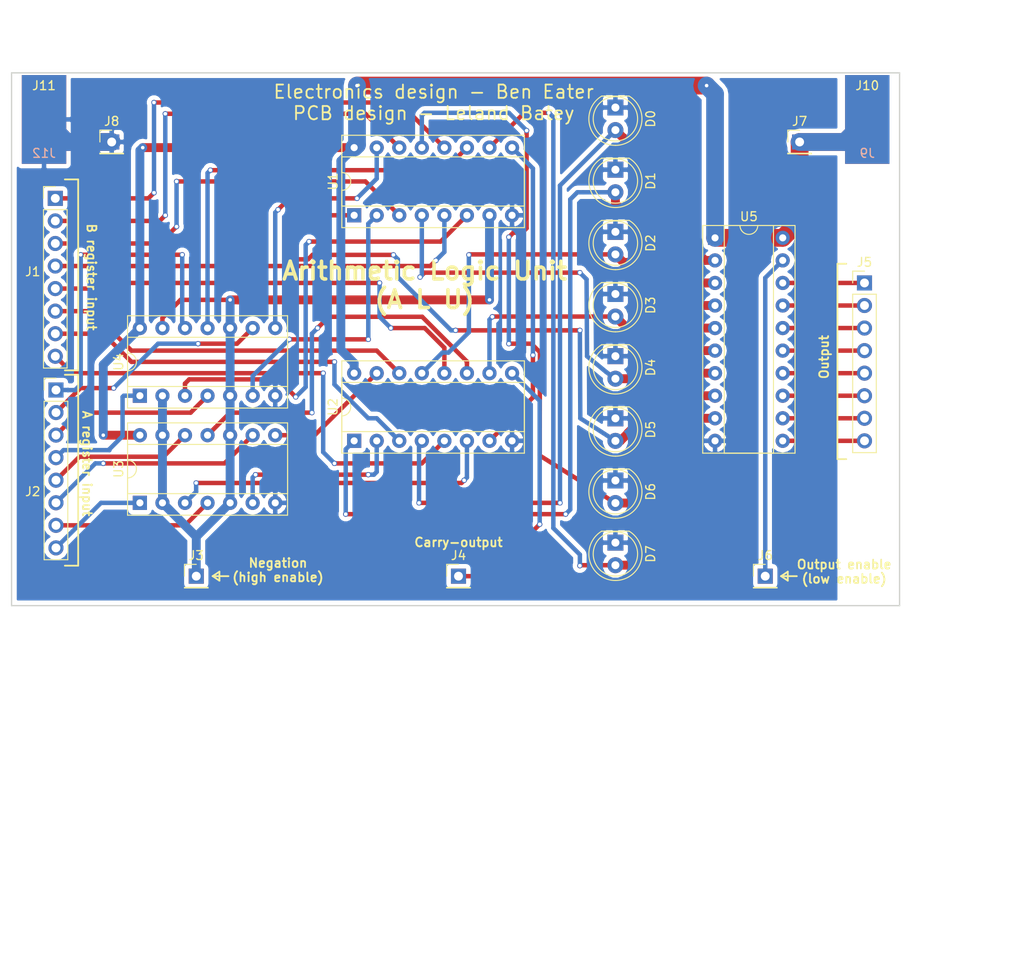
<source format=kicad_pcb>
(kicad_pcb (version 4) (host pcbnew 4.0.4+e1-6308~48~ubuntu16.04.1-stable)

  (general
    (links 83)
    (no_connects 0)
    (area 48.621667 42.3 168.564286 150.000001)
    (thickness 1.6)
    (drawings 33)
    (tracks 356)
    (zones 0)
    (modules 25)
    (nets 47)
  )

  (page A4)
  (layers
    (0 F.Cu signal)
    (31 B.Cu signal)
    (32 B.Adhes user)
    (33 F.Adhes user)
    (34 B.Paste user)
    (35 F.Paste user)
    (36 B.SilkS user)
    (37 F.SilkS user)
    (38 B.Mask user)
    (39 F.Mask user)
    (40 Dwgs.User user)
    (41 Cmts.User user)
    (42 Eco1.User user)
    (43 Eco2.User user)
    (44 Edge.Cuts user)
    (45 Margin user)
    (46 B.CrtYd user)
    (47 F.CrtYd user)
    (48 B.Fab user)
    (49 F.Fab user)
  )

  (setup
    (last_trace_width 0.25)
    (user_trace_width 0.25)
    (user_trace_width 0.5)
    (user_trace_width 1)
    (user_trace_width 2)
    (trace_clearance 0.2)
    (zone_clearance 0.508)
    (zone_45_only no)
    (trace_min 0.2)
    (segment_width 0.2)
    (edge_width 0.15)
    (via_size 0.6)
    (via_drill 0.4)
    (via_min_size 0.4)
    (via_min_drill 0.3)
    (uvia_size 0.3)
    (uvia_drill 0.1)
    (uvias_allowed no)
    (uvia_min_size 0.2)
    (uvia_min_drill 0.1)
    (pcb_text_width 0.3)
    (pcb_text_size 1.5 1.5)
    (mod_edge_width 0.15)
    (mod_text_size 1 1)
    (mod_text_width 0.15)
    (pad_size 1.6 1.6)
    (pad_drill 0.8)
    (pad_to_mask_clearance 0.2)
    (aux_axis_origin 0 0)
    (visible_elements FFFFFF7F)
    (pcbplotparams
      (layerselection 0x010e0_80000001)
      (usegerberextensions false)
      (excludeedgelayer true)
      (linewidth 0.100000)
      (plotframeref false)
      (viasonmask false)
      (mode 1)
      (useauxorigin false)
      (hpglpennumber 1)
      (hpglpenspeed 20)
      (hpglpendiameter 15)
      (hpglpenoverlay 2)
      (psnegative false)
      (psa4output false)
      (plotreference true)
      (plotvalue true)
      (plotinvisibletext false)
      (padsonsilk false)
      (subtractmaskfromsilk false)
      (outputformat 1)
      (mirror false)
      (drillshape 0)
      (scaleselection 1)
      (outputdirectory gerber_exports/))
  )

  (net 0 "")
  (net 1 GND)
  (net 2 "Net-(D0-Pad2)")
  (net 3 "Net-(D1-Pad2)")
  (net 4 "Net-(D2-Pad2)")
  (net 5 "Net-(D3-Pad2)")
  (net 6 "Net-(D4-Pad2)")
  (net 7 "Net-(D5-Pad2)")
  (net 8 "Net-(D6-Pad2)")
  (net 9 "Net-(D7-Pad2)")
  (net 10 "Net-(J1-Pad1)")
  (net 11 "Net-(J1-Pad2)")
  (net 12 "Net-(J1-Pad3)")
  (net 13 "Net-(J1-Pad4)")
  (net 14 "Net-(J1-Pad5)")
  (net 15 "Net-(J1-Pad6)")
  (net 16 "Net-(J1-Pad7)")
  (net 17 "Net-(J1-Pad8)")
  (net 18 "Net-(J2-Pad1)")
  (net 19 "Net-(J3-Pad1)")
  (net 20 "Net-(J4-Pad1)")
  (net 21 "Net-(J5-Pad1)")
  (net 22 "Net-(J5-Pad2)")
  (net 23 "Net-(J5-Pad3)")
  (net 24 "Net-(J5-Pad4)")
  (net 25 "Net-(J5-Pad5)")
  (net 26 "Net-(J5-Pad6)")
  (net 27 "Net-(J5-Pad7)")
  (net 28 "Net-(J5-Pad8)")
  (net 29 "Net-(U1-Pad9)")
  (net 30 "Net-(U1-Pad2)")
  (net 31 "Net-(U1-Pad11)")
  (net 32 "Net-(U1-Pad6)")
  (net 33 "Net-(U1-Pad15)")
  (net 34 VCC)
  (net 35 "Net-(U2-Pad2)")
  (net 36 "Net-(U2-Pad11)")
  (net 37 "Net-(U2-Pad6)")
  (net 38 "Net-(U2-Pad15)")
  (net 39 "Net-(J6-Pad1)")
  (net 40 "Net-(J2-Pad2)")
  (net 41 "Net-(J2-Pad3)")
  (net 42 "Net-(J2-Pad4)")
  (net 43 "Net-(J2-Pad5)")
  (net 44 "Net-(J2-Pad6)")
  (net 45 "Net-(J2-Pad7)")
  (net 46 "Net-(J2-Pad8)")

  (net_class Default "This is the default net class."
    (clearance 0.2)
    (trace_width 0.25)
    (via_dia 0.6)
    (via_drill 0.4)
    (uvia_dia 0.3)
    (uvia_drill 0.1)
    (add_net GND)
    (add_net "Net-(D0-Pad2)")
    (add_net "Net-(D1-Pad2)")
    (add_net "Net-(D2-Pad2)")
    (add_net "Net-(D3-Pad2)")
    (add_net "Net-(D4-Pad2)")
    (add_net "Net-(D5-Pad2)")
    (add_net "Net-(D6-Pad2)")
    (add_net "Net-(D7-Pad2)")
    (add_net "Net-(J1-Pad1)")
    (add_net "Net-(J1-Pad2)")
    (add_net "Net-(J1-Pad3)")
    (add_net "Net-(J1-Pad4)")
    (add_net "Net-(J1-Pad5)")
    (add_net "Net-(J1-Pad6)")
    (add_net "Net-(J1-Pad7)")
    (add_net "Net-(J1-Pad8)")
    (add_net "Net-(J2-Pad1)")
    (add_net "Net-(J2-Pad2)")
    (add_net "Net-(J2-Pad3)")
    (add_net "Net-(J2-Pad4)")
    (add_net "Net-(J2-Pad5)")
    (add_net "Net-(J2-Pad6)")
    (add_net "Net-(J2-Pad7)")
    (add_net "Net-(J2-Pad8)")
    (add_net "Net-(J3-Pad1)")
    (add_net "Net-(J4-Pad1)")
    (add_net "Net-(J5-Pad1)")
    (add_net "Net-(J5-Pad2)")
    (add_net "Net-(J5-Pad3)")
    (add_net "Net-(J5-Pad4)")
    (add_net "Net-(J5-Pad5)")
    (add_net "Net-(J5-Pad6)")
    (add_net "Net-(J5-Pad7)")
    (add_net "Net-(J5-Pad8)")
    (add_net "Net-(J6-Pad1)")
    (add_net "Net-(U1-Pad11)")
    (add_net "Net-(U1-Pad15)")
    (add_net "Net-(U1-Pad2)")
    (add_net "Net-(U1-Pad6)")
    (add_net "Net-(U1-Pad9)")
    (add_net "Net-(U2-Pad11)")
    (add_net "Net-(U2-Pad15)")
    (add_net "Net-(U2-Pad2)")
    (add_net "Net-(U2-Pad6)")
    (add_net VCC)
  )

  (module LEDs:LED_D5.0mm (layer F.Cu) (tedit 587A3A7B) (tstamp 592C982A)
    (at 118 53.905 270)
    (descr "LED, diameter 5.0mm, 2 pins, http://cdn-reichelt.de/documents/datenblatt/A500/LL-504BC2E-009.pdf")
    (tags "LED diameter 5.0mm 2 pins")
    (path /592D0155)
    (fp_text reference D0 (at 1.27 -3.96 270) (layer F.SilkS)
      (effects (font (size 1 1) (thickness 0.15)))
    )
    (fp_text value LED (at 1.27 3.96 270) (layer F.Fab)
      (effects (font (size 1 1) (thickness 0.15)))
    )
    (fp_arc (start 1.27 0) (end -1.23 -1.469694) (angle 299.1) (layer F.Fab) (width 0.1))
    (fp_arc (start 1.27 0) (end -1.29 -1.54483) (angle 148.9) (layer F.SilkS) (width 0.12))
    (fp_arc (start 1.27 0) (end -1.29 1.54483) (angle -148.9) (layer F.SilkS) (width 0.12))
    (fp_circle (center 1.27 0) (end 3.77 0) (layer F.Fab) (width 0.1))
    (fp_circle (center 1.27 0) (end 3.77 0) (layer F.SilkS) (width 0.12))
    (fp_line (start -1.23 -1.469694) (end -1.23 1.469694) (layer F.Fab) (width 0.1))
    (fp_line (start -1.29 -1.545) (end -1.29 1.545) (layer F.SilkS) (width 0.12))
    (fp_line (start -1.95 -3.25) (end -1.95 3.25) (layer F.CrtYd) (width 0.05))
    (fp_line (start -1.95 3.25) (end 4.5 3.25) (layer F.CrtYd) (width 0.05))
    (fp_line (start 4.5 3.25) (end 4.5 -3.25) (layer F.CrtYd) (width 0.05))
    (fp_line (start 4.5 -3.25) (end -1.95 -3.25) (layer F.CrtYd) (width 0.05))
    (pad 1 thru_hole rect (at 0 0 270) (size 1.8 1.8) (drill 0.9) (layers *.Cu *.Mask)
      (net 1 GND))
    (pad 2 thru_hole circle (at 2.54 0 270) (size 1.8 1.8) (drill 0.9) (layers *.Cu *.Mask)
      (net 2 "Net-(D0-Pad2)"))
    (model LEDs.3dshapes/LED_D5.0mm.wrl
      (at (xyz 0 0 0))
      (scale (xyz 0.393701 0.393701 0.393701))
      (rotate (xyz 0 0 0))
    )
  )

  (module LEDs:LED_D5.0mm (layer F.Cu) (tedit 587A3A7B) (tstamp 592C9830)
    (at 118 60.905 270)
    (descr "LED, diameter 5.0mm, 2 pins, http://cdn-reichelt.de/documents/datenblatt/A500/LL-504BC2E-009.pdf")
    (tags "LED diameter 5.0mm 2 pins")
    (path /592D014F)
    (fp_text reference D1 (at 1.27 -3.96 270) (layer F.SilkS)
      (effects (font (size 1 1) (thickness 0.15)))
    )
    (fp_text value LED (at 1.27 3.96 270) (layer F.Fab)
      (effects (font (size 1 1) (thickness 0.15)))
    )
    (fp_arc (start 1.27 0) (end -1.23 -1.469694) (angle 299.1) (layer F.Fab) (width 0.1))
    (fp_arc (start 1.27 0) (end -1.29 -1.54483) (angle 148.9) (layer F.SilkS) (width 0.12))
    (fp_arc (start 1.27 0) (end -1.29 1.54483) (angle -148.9) (layer F.SilkS) (width 0.12))
    (fp_circle (center 1.27 0) (end 3.77 0) (layer F.Fab) (width 0.1))
    (fp_circle (center 1.27 0) (end 3.77 0) (layer F.SilkS) (width 0.12))
    (fp_line (start -1.23 -1.469694) (end -1.23 1.469694) (layer F.Fab) (width 0.1))
    (fp_line (start -1.29 -1.545) (end -1.29 1.545) (layer F.SilkS) (width 0.12))
    (fp_line (start -1.95 -3.25) (end -1.95 3.25) (layer F.CrtYd) (width 0.05))
    (fp_line (start -1.95 3.25) (end 4.5 3.25) (layer F.CrtYd) (width 0.05))
    (fp_line (start 4.5 3.25) (end 4.5 -3.25) (layer F.CrtYd) (width 0.05))
    (fp_line (start 4.5 -3.25) (end -1.95 -3.25) (layer F.CrtYd) (width 0.05))
    (pad 1 thru_hole rect (at 0 0 270) (size 1.8 1.8) (drill 0.9) (layers *.Cu *.Mask)
      (net 1 GND))
    (pad 2 thru_hole circle (at 2.54 0 270) (size 1.8 1.8) (drill 0.9) (layers *.Cu *.Mask)
      (net 3 "Net-(D1-Pad2)"))
    (model LEDs.3dshapes/LED_D5.0mm.wrl
      (at (xyz 0 0 0))
      (scale (xyz 0.393701 0.393701 0.393701))
      (rotate (xyz 0 0 0))
    )
  )

  (module LEDs:LED_D5.0mm (layer F.Cu) (tedit 587A3A7B) (tstamp 592C9836)
    (at 118 67.905 270)
    (descr "LED, diameter 5.0mm, 2 pins, http://cdn-reichelt.de/documents/datenblatt/A500/LL-504BC2E-009.pdf")
    (tags "LED diameter 5.0mm 2 pins")
    (path /592D0149)
    (fp_text reference D2 (at 1.27 -3.96 270) (layer F.SilkS)
      (effects (font (size 1 1) (thickness 0.15)))
    )
    (fp_text value LED (at 1.27 3.96 270) (layer F.Fab)
      (effects (font (size 1 1) (thickness 0.15)))
    )
    (fp_arc (start 1.27 0) (end -1.23 -1.469694) (angle 299.1) (layer F.Fab) (width 0.1))
    (fp_arc (start 1.27 0) (end -1.29 -1.54483) (angle 148.9) (layer F.SilkS) (width 0.12))
    (fp_arc (start 1.27 0) (end -1.29 1.54483) (angle -148.9) (layer F.SilkS) (width 0.12))
    (fp_circle (center 1.27 0) (end 3.77 0) (layer F.Fab) (width 0.1))
    (fp_circle (center 1.27 0) (end 3.77 0) (layer F.SilkS) (width 0.12))
    (fp_line (start -1.23 -1.469694) (end -1.23 1.469694) (layer F.Fab) (width 0.1))
    (fp_line (start -1.29 -1.545) (end -1.29 1.545) (layer F.SilkS) (width 0.12))
    (fp_line (start -1.95 -3.25) (end -1.95 3.25) (layer F.CrtYd) (width 0.05))
    (fp_line (start -1.95 3.25) (end 4.5 3.25) (layer F.CrtYd) (width 0.05))
    (fp_line (start 4.5 3.25) (end 4.5 -3.25) (layer F.CrtYd) (width 0.05))
    (fp_line (start 4.5 -3.25) (end -1.95 -3.25) (layer F.CrtYd) (width 0.05))
    (pad 1 thru_hole rect (at 0 0 270) (size 1.8 1.8) (drill 0.9) (layers *.Cu *.Mask)
      (net 1 GND))
    (pad 2 thru_hole circle (at 2.54 0 270) (size 1.8 1.8) (drill 0.9) (layers *.Cu *.Mask)
      (net 4 "Net-(D2-Pad2)"))
    (model LEDs.3dshapes/LED_D5.0mm.wrl
      (at (xyz 0 0 0))
      (scale (xyz 0.393701 0.393701 0.393701))
      (rotate (xyz 0 0 0))
    )
  )

  (module LEDs:LED_D5.0mm (layer F.Cu) (tedit 587A3A7B) (tstamp 592C983C)
    (at 118 74.905 270)
    (descr "LED, diameter 5.0mm, 2 pins, http://cdn-reichelt.de/documents/datenblatt/A500/LL-504BC2E-009.pdf")
    (tags "LED diameter 5.0mm 2 pins")
    (path /592D0143)
    (fp_text reference D3 (at 1.27 -3.96 270) (layer F.SilkS)
      (effects (font (size 1 1) (thickness 0.15)))
    )
    (fp_text value LED (at 1.27 3.96 270) (layer F.Fab)
      (effects (font (size 1 1) (thickness 0.15)))
    )
    (fp_arc (start 1.27 0) (end -1.23 -1.469694) (angle 299.1) (layer F.Fab) (width 0.1))
    (fp_arc (start 1.27 0) (end -1.29 -1.54483) (angle 148.9) (layer F.SilkS) (width 0.12))
    (fp_arc (start 1.27 0) (end -1.29 1.54483) (angle -148.9) (layer F.SilkS) (width 0.12))
    (fp_circle (center 1.27 0) (end 3.77 0) (layer F.Fab) (width 0.1))
    (fp_circle (center 1.27 0) (end 3.77 0) (layer F.SilkS) (width 0.12))
    (fp_line (start -1.23 -1.469694) (end -1.23 1.469694) (layer F.Fab) (width 0.1))
    (fp_line (start -1.29 -1.545) (end -1.29 1.545) (layer F.SilkS) (width 0.12))
    (fp_line (start -1.95 -3.25) (end -1.95 3.25) (layer F.CrtYd) (width 0.05))
    (fp_line (start -1.95 3.25) (end 4.5 3.25) (layer F.CrtYd) (width 0.05))
    (fp_line (start 4.5 3.25) (end 4.5 -3.25) (layer F.CrtYd) (width 0.05))
    (fp_line (start 4.5 -3.25) (end -1.95 -3.25) (layer F.CrtYd) (width 0.05))
    (pad 1 thru_hole rect (at 0 0 270) (size 1.8 1.8) (drill 0.9) (layers *.Cu *.Mask)
      (net 1 GND))
    (pad 2 thru_hole circle (at 2.54 0 270) (size 1.8 1.8) (drill 0.9) (layers *.Cu *.Mask)
      (net 5 "Net-(D3-Pad2)"))
    (model LEDs.3dshapes/LED_D5.0mm.wrl
      (at (xyz 0 0 0))
      (scale (xyz 0.393701 0.393701 0.393701))
      (rotate (xyz 0 0 0))
    )
  )

  (module LEDs:LED_D5.0mm (layer F.Cu) (tedit 587A3A7B) (tstamp 592C9842)
    (at 118 81.905 270)
    (descr "LED, diameter 5.0mm, 2 pins, http://cdn-reichelt.de/documents/datenblatt/A500/LL-504BC2E-009.pdf")
    (tags "LED diameter 5.0mm 2 pins")
    (path /592CF441)
    (fp_text reference D4 (at 1.27 -3.96 270) (layer F.SilkS)
      (effects (font (size 1 1) (thickness 0.15)))
    )
    (fp_text value LED (at 1.27 3.96 270) (layer F.Fab)
      (effects (font (size 1 1) (thickness 0.15)))
    )
    (fp_arc (start 1.27 0) (end -1.23 -1.469694) (angle 299.1) (layer F.Fab) (width 0.1))
    (fp_arc (start 1.27 0) (end -1.29 -1.54483) (angle 148.9) (layer F.SilkS) (width 0.12))
    (fp_arc (start 1.27 0) (end -1.29 1.54483) (angle -148.9) (layer F.SilkS) (width 0.12))
    (fp_circle (center 1.27 0) (end 3.77 0) (layer F.Fab) (width 0.1))
    (fp_circle (center 1.27 0) (end 3.77 0) (layer F.SilkS) (width 0.12))
    (fp_line (start -1.23 -1.469694) (end -1.23 1.469694) (layer F.Fab) (width 0.1))
    (fp_line (start -1.29 -1.545) (end -1.29 1.545) (layer F.SilkS) (width 0.12))
    (fp_line (start -1.95 -3.25) (end -1.95 3.25) (layer F.CrtYd) (width 0.05))
    (fp_line (start -1.95 3.25) (end 4.5 3.25) (layer F.CrtYd) (width 0.05))
    (fp_line (start 4.5 3.25) (end 4.5 -3.25) (layer F.CrtYd) (width 0.05))
    (fp_line (start 4.5 -3.25) (end -1.95 -3.25) (layer F.CrtYd) (width 0.05))
    (pad 1 thru_hole rect (at 0 0 270) (size 1.8 1.8) (drill 0.9) (layers *.Cu *.Mask)
      (net 1 GND))
    (pad 2 thru_hole circle (at 2.54 0 270) (size 1.8 1.8) (drill 0.9) (layers *.Cu *.Mask)
      (net 6 "Net-(D4-Pad2)"))
    (model LEDs.3dshapes/LED_D5.0mm.wrl
      (at (xyz 0 0 0))
      (scale (xyz 0.393701 0.393701 0.393701))
      (rotate (xyz 0 0 0))
    )
  )

  (module LEDs:LED_D5.0mm (layer F.Cu) (tedit 587A3A7B) (tstamp 592C9848)
    (at 118 88.905 270)
    (descr "LED, diameter 5.0mm, 2 pins, http://cdn-reichelt.de/documents/datenblatt/A500/LL-504BC2E-009.pdf")
    (tags "LED diameter 5.0mm 2 pins")
    (path /592CF43B)
    (fp_text reference D5 (at 1.27 -3.96 270) (layer F.SilkS)
      (effects (font (size 1 1) (thickness 0.15)))
    )
    (fp_text value LED (at 1.27 3.96 270) (layer F.Fab)
      (effects (font (size 1 1) (thickness 0.15)))
    )
    (fp_arc (start 1.27 0) (end -1.23 -1.469694) (angle 299.1) (layer F.Fab) (width 0.1))
    (fp_arc (start 1.27 0) (end -1.29 -1.54483) (angle 148.9) (layer F.SilkS) (width 0.12))
    (fp_arc (start 1.27 0) (end -1.29 1.54483) (angle -148.9) (layer F.SilkS) (width 0.12))
    (fp_circle (center 1.27 0) (end 3.77 0) (layer F.Fab) (width 0.1))
    (fp_circle (center 1.27 0) (end 3.77 0) (layer F.SilkS) (width 0.12))
    (fp_line (start -1.23 -1.469694) (end -1.23 1.469694) (layer F.Fab) (width 0.1))
    (fp_line (start -1.29 -1.545) (end -1.29 1.545) (layer F.SilkS) (width 0.12))
    (fp_line (start -1.95 -3.25) (end -1.95 3.25) (layer F.CrtYd) (width 0.05))
    (fp_line (start -1.95 3.25) (end 4.5 3.25) (layer F.CrtYd) (width 0.05))
    (fp_line (start 4.5 3.25) (end 4.5 -3.25) (layer F.CrtYd) (width 0.05))
    (fp_line (start 4.5 -3.25) (end -1.95 -3.25) (layer F.CrtYd) (width 0.05))
    (pad 1 thru_hole rect (at 0 0 270) (size 1.8 1.8) (drill 0.9) (layers *.Cu *.Mask)
      (net 1 GND))
    (pad 2 thru_hole circle (at 2.54 0 270) (size 1.8 1.8) (drill 0.9) (layers *.Cu *.Mask)
      (net 7 "Net-(D5-Pad2)"))
    (model LEDs.3dshapes/LED_D5.0mm.wrl
      (at (xyz 0 0 0))
      (scale (xyz 0.393701 0.393701 0.393701))
      (rotate (xyz 0 0 0))
    )
  )

  (module LEDs:LED_D5.0mm (layer F.Cu) (tedit 587A3A7B) (tstamp 592C984E)
    (at 118 95.905 270)
    (descr "LED, diameter 5.0mm, 2 pins, http://cdn-reichelt.de/documents/datenblatt/A500/LL-504BC2E-009.pdf")
    (tags "LED diameter 5.0mm 2 pins")
    (path /592CF1F5)
    (fp_text reference D6 (at 1.27 -3.96 270) (layer F.SilkS)
      (effects (font (size 1 1) (thickness 0.15)))
    )
    (fp_text value LED (at 1.27 3.96 270) (layer F.Fab)
      (effects (font (size 1 1) (thickness 0.15)))
    )
    (fp_arc (start 1.27 0) (end -1.23 -1.469694) (angle 299.1) (layer F.Fab) (width 0.1))
    (fp_arc (start 1.27 0) (end -1.29 -1.54483) (angle 148.9) (layer F.SilkS) (width 0.12))
    (fp_arc (start 1.27 0) (end -1.29 1.54483) (angle -148.9) (layer F.SilkS) (width 0.12))
    (fp_circle (center 1.27 0) (end 3.77 0) (layer F.Fab) (width 0.1))
    (fp_circle (center 1.27 0) (end 3.77 0) (layer F.SilkS) (width 0.12))
    (fp_line (start -1.23 -1.469694) (end -1.23 1.469694) (layer F.Fab) (width 0.1))
    (fp_line (start -1.29 -1.545) (end -1.29 1.545) (layer F.SilkS) (width 0.12))
    (fp_line (start -1.95 -3.25) (end -1.95 3.25) (layer F.CrtYd) (width 0.05))
    (fp_line (start -1.95 3.25) (end 4.5 3.25) (layer F.CrtYd) (width 0.05))
    (fp_line (start 4.5 3.25) (end 4.5 -3.25) (layer F.CrtYd) (width 0.05))
    (fp_line (start 4.5 -3.25) (end -1.95 -3.25) (layer F.CrtYd) (width 0.05))
    (pad 1 thru_hole rect (at 0 0 270) (size 1.8 1.8) (drill 0.9) (layers *.Cu *.Mask)
      (net 1 GND))
    (pad 2 thru_hole circle (at 2.54 0 270) (size 1.8 1.8) (drill 0.9) (layers *.Cu *.Mask)
      (net 8 "Net-(D6-Pad2)"))
    (model LEDs.3dshapes/LED_D5.0mm.wrl
      (at (xyz 0 0 0))
      (scale (xyz 0.393701 0.393701 0.393701))
      (rotate (xyz 0 0 0))
    )
  )

  (module LEDs:LED_D5.0mm (layer F.Cu) (tedit 587A3A7B) (tstamp 592C9854)
    (at 118 102.905 270)
    (descr "LED, diameter 5.0mm, 2 pins, http://cdn-reichelt.de/documents/datenblatt/A500/LL-504BC2E-009.pdf")
    (tags "LED diameter 5.0mm 2 pins")
    (path /592CE6AF)
    (fp_text reference D7 (at 1.27 -3.96 270) (layer F.SilkS)
      (effects (font (size 1 1) (thickness 0.15)))
    )
    (fp_text value LED (at 1.27 3.96 270) (layer F.Fab)
      (effects (font (size 1 1) (thickness 0.15)))
    )
    (fp_arc (start 1.27 0) (end -1.23 -1.469694) (angle 299.1) (layer F.Fab) (width 0.1))
    (fp_arc (start 1.27 0) (end -1.29 -1.54483) (angle 148.9) (layer F.SilkS) (width 0.12))
    (fp_arc (start 1.27 0) (end -1.29 1.54483) (angle -148.9) (layer F.SilkS) (width 0.12))
    (fp_circle (center 1.27 0) (end 3.77 0) (layer F.Fab) (width 0.1))
    (fp_circle (center 1.27 0) (end 3.77 0) (layer F.SilkS) (width 0.12))
    (fp_line (start -1.23 -1.469694) (end -1.23 1.469694) (layer F.Fab) (width 0.1))
    (fp_line (start -1.29 -1.545) (end -1.29 1.545) (layer F.SilkS) (width 0.12))
    (fp_line (start -1.95 -3.25) (end -1.95 3.25) (layer F.CrtYd) (width 0.05))
    (fp_line (start -1.95 3.25) (end 4.5 3.25) (layer F.CrtYd) (width 0.05))
    (fp_line (start 4.5 3.25) (end 4.5 -3.25) (layer F.CrtYd) (width 0.05))
    (fp_line (start 4.5 -3.25) (end -1.95 -3.25) (layer F.CrtYd) (width 0.05))
    (pad 1 thru_hole rect (at 0 0 270) (size 1.8 1.8) (drill 0.9) (layers *.Cu *.Mask)
      (net 1 GND))
    (pad 2 thru_hole circle (at 2.54 0 270) (size 1.8 1.8) (drill 0.9) (layers *.Cu *.Mask)
      (net 9 "Net-(D7-Pad2)"))
    (model LEDs.3dshapes/LED_D5.0mm.wrl
      (at (xyz 0 0 0))
      (scale (xyz 0.393701 0.393701 0.393701))
      (rotate (xyz 0 0 0))
    )
  )

  (module Pin_Headers:Pin_Header_Straight_1x08_Pitch2.54mm (layer F.Cu) (tedit 58CD4EC1) (tstamp 592C9860)
    (at 54.925 64.135)
    (descr "Through hole straight pin header, 1x08, 2.54mm pitch, single row")
    (tags "Through hole pin header THT 1x08 2.54mm single row")
    (path /592C70D7)
    (fp_text reference J1 (at -2.54 8.255) (layer F.SilkS)
      (effects (font (size 1 1) (thickness 0.15)))
    )
    (fp_text value CONN_01X08 (at 0 20.11) (layer F.Fab)
      (effects (font (size 1 1) (thickness 0.15)))
    )
    (fp_line (start -1.27 -1.27) (end -1.27 19.05) (layer F.Fab) (width 0.1))
    (fp_line (start -1.27 19.05) (end 1.27 19.05) (layer F.Fab) (width 0.1))
    (fp_line (start 1.27 19.05) (end 1.27 -1.27) (layer F.Fab) (width 0.1))
    (fp_line (start 1.27 -1.27) (end -1.27 -1.27) (layer F.Fab) (width 0.1))
    (fp_line (start -1.33 1.27) (end -1.33 19.11) (layer F.SilkS) (width 0.12))
    (fp_line (start -1.33 19.11) (end 1.33 19.11) (layer F.SilkS) (width 0.12))
    (fp_line (start 1.33 19.11) (end 1.33 1.27) (layer F.SilkS) (width 0.12))
    (fp_line (start 1.33 1.27) (end -1.33 1.27) (layer F.SilkS) (width 0.12))
    (fp_line (start -1.33 0) (end -1.33 -1.33) (layer F.SilkS) (width 0.12))
    (fp_line (start -1.33 -1.33) (end 0 -1.33) (layer F.SilkS) (width 0.12))
    (fp_line (start -1.8 -1.8) (end -1.8 19.55) (layer F.CrtYd) (width 0.05))
    (fp_line (start -1.8 19.55) (end 1.8 19.55) (layer F.CrtYd) (width 0.05))
    (fp_line (start 1.8 19.55) (end 1.8 -1.8) (layer F.CrtYd) (width 0.05))
    (fp_line (start 1.8 -1.8) (end -1.8 -1.8) (layer F.CrtYd) (width 0.05))
    (fp_text user %R (at -2.54 8.255) (layer F.Fab)
      (effects (font (size 1 1) (thickness 0.15)))
    )
    (pad 1 thru_hole rect (at 0 0) (size 1.7 1.7) (drill 1) (layers *.Cu *.Mask)
      (net 10 "Net-(J1-Pad1)"))
    (pad 2 thru_hole oval (at 0 2.54) (size 1.7 1.7) (drill 1) (layers *.Cu *.Mask)
      (net 11 "Net-(J1-Pad2)"))
    (pad 3 thru_hole oval (at 0 5.08) (size 1.7 1.7) (drill 1) (layers *.Cu *.Mask)
      (net 12 "Net-(J1-Pad3)"))
    (pad 4 thru_hole oval (at 0 7.62) (size 1.7 1.7) (drill 1) (layers *.Cu *.Mask)
      (net 13 "Net-(J1-Pad4)"))
    (pad 5 thru_hole oval (at 0 10.16) (size 1.7 1.7) (drill 1) (layers *.Cu *.Mask)
      (net 14 "Net-(J1-Pad5)"))
    (pad 6 thru_hole oval (at 0 12.7) (size 1.7 1.7) (drill 1) (layers *.Cu *.Mask)
      (net 15 "Net-(J1-Pad6)"))
    (pad 7 thru_hole oval (at 0 15.24) (size 1.7 1.7) (drill 1) (layers *.Cu *.Mask)
      (net 16 "Net-(J1-Pad7)"))
    (pad 8 thru_hole oval (at 0 17.78) (size 1.7 1.7) (drill 1) (layers *.Cu *.Mask)
      (net 17 "Net-(J1-Pad8)"))
    (model ${KISYS3DMOD}/Pin_Headers.3dshapes/Pin_Header_Straight_1x08_Pitch2.54mm.wrl
      (at (xyz 0 -0.35 0))
      (scale (xyz 1 1 1))
      (rotate (xyz 0 0 90))
    )
  )

  (module Pin_Headers:Pin_Header_Straight_1x08_Pitch2.54mm (layer F.Cu) (tedit 58CD4EC1) (tstamp 592C986C)
    (at 55 85.715)
    (descr "Through hole straight pin header, 1x08, 2.54mm pitch, single row")
    (tags "Through hole pin header THT 1x08 2.54mm single row")
    (path /592C75EE)
    (fp_text reference J2 (at -2.615 11.44) (layer F.SilkS)
      (effects (font (size 1 1) (thickness 0.15)))
    )
    (fp_text value CONN_01X08 (at 0 20.11) (layer F.Fab)
      (effects (font (size 1 1) (thickness 0.15)))
    )
    (fp_line (start -1.27 -1.27) (end -1.27 19.05) (layer F.Fab) (width 0.1))
    (fp_line (start -1.27 19.05) (end 1.27 19.05) (layer F.Fab) (width 0.1))
    (fp_line (start 1.27 19.05) (end 1.27 -1.27) (layer F.Fab) (width 0.1))
    (fp_line (start 1.27 -1.27) (end -1.27 -1.27) (layer F.Fab) (width 0.1))
    (fp_line (start -1.33 1.27) (end -1.33 19.11) (layer F.SilkS) (width 0.12))
    (fp_line (start -1.33 19.11) (end 1.33 19.11) (layer F.SilkS) (width 0.12))
    (fp_line (start 1.33 19.11) (end 1.33 1.27) (layer F.SilkS) (width 0.12))
    (fp_line (start 1.33 1.27) (end -1.33 1.27) (layer F.SilkS) (width 0.12))
    (fp_line (start -1.33 0) (end -1.33 -1.33) (layer F.SilkS) (width 0.12))
    (fp_line (start -1.33 -1.33) (end 0 -1.33) (layer F.SilkS) (width 0.12))
    (fp_line (start -1.8 -1.8) (end -1.8 19.55) (layer F.CrtYd) (width 0.05))
    (fp_line (start -1.8 19.55) (end 1.8 19.55) (layer F.CrtYd) (width 0.05))
    (fp_line (start 1.8 19.55) (end 1.8 -1.8) (layer F.CrtYd) (width 0.05))
    (fp_line (start 1.8 -1.8) (end -1.8 -1.8) (layer F.CrtYd) (width 0.05))
    (fp_text user %R (at -2.615 11.44) (layer F.Fab)
      (effects (font (size 1 1) (thickness 0.15)))
    )
    (pad 1 thru_hole rect (at 0 0) (size 1.7 1.7) (drill 1) (layers *.Cu *.Mask)
      (net 18 "Net-(J2-Pad1)"))
    (pad 2 thru_hole oval (at 0 2.54) (size 1.7 1.7) (drill 1) (layers *.Cu *.Mask)
      (net 40 "Net-(J2-Pad2)"))
    (pad 3 thru_hole oval (at 0 5.08) (size 1.7 1.7) (drill 1) (layers *.Cu *.Mask)
      (net 41 "Net-(J2-Pad3)"))
    (pad 4 thru_hole oval (at 0 7.62) (size 1.7 1.7) (drill 1) (layers *.Cu *.Mask)
      (net 42 "Net-(J2-Pad4)"))
    (pad 5 thru_hole oval (at 0 10.16) (size 1.7 1.7) (drill 1) (layers *.Cu *.Mask)
      (net 43 "Net-(J2-Pad5)"))
    (pad 6 thru_hole oval (at 0 12.7) (size 1.7 1.7) (drill 1) (layers *.Cu *.Mask)
      (net 44 "Net-(J2-Pad6)"))
    (pad 7 thru_hole oval (at 0 15.24) (size 1.7 1.7) (drill 1) (layers *.Cu *.Mask)
      (net 45 "Net-(J2-Pad7)"))
    (pad 8 thru_hole oval (at 0 17.78) (size 1.7 1.7) (drill 1) (layers *.Cu *.Mask)
      (net 46 "Net-(J2-Pad8)"))
    (model ${KISYS3DMOD}/Pin_Headers.3dshapes/Pin_Header_Straight_1x08_Pitch2.54mm.wrl
      (at (xyz 0 -0.35 0))
      (scale (xyz 1 1 1))
      (rotate (xyz 0 0 90))
    )
  )

  (module Pin_Headers:Pin_Header_Straight_1x01_Pitch2.54mm (layer F.Cu) (tedit 58CD4EC1) (tstamp 592C9871)
    (at 70.8 106.68)
    (descr "Through hole straight pin header, 1x01, 2.54mm pitch, single row")
    (tags "Through hole pin header THT 1x01 2.54mm single row")
    (path /592CACB2)
    (fp_text reference J3 (at 0 -2.33) (layer F.SilkS)
      (effects (font (size 1 1) (thickness 0.15)))
    )
    (fp_text value CONN_01X01 (at 0 2.33) (layer F.Fab)
      (effects (font (size 1 1) (thickness 0.15)))
    )
    (fp_line (start -1.27 -1.27) (end -1.27 1.27) (layer F.Fab) (width 0.1))
    (fp_line (start -1.27 1.27) (end 1.27 1.27) (layer F.Fab) (width 0.1))
    (fp_line (start 1.27 1.27) (end 1.27 -1.27) (layer F.Fab) (width 0.1))
    (fp_line (start 1.27 -1.27) (end -1.27 -1.27) (layer F.Fab) (width 0.1))
    (fp_line (start -1.33 1.27) (end -1.33 1.33) (layer F.SilkS) (width 0.12))
    (fp_line (start -1.33 1.33) (end 1.33 1.33) (layer F.SilkS) (width 0.12))
    (fp_line (start 1.33 1.33) (end 1.33 1.27) (layer F.SilkS) (width 0.12))
    (fp_line (start 1.33 1.27) (end -1.33 1.27) (layer F.SilkS) (width 0.12))
    (fp_line (start -1.33 0) (end -1.33 -1.33) (layer F.SilkS) (width 0.12))
    (fp_line (start -1.33 -1.33) (end 0 -1.33) (layer F.SilkS) (width 0.12))
    (fp_line (start -1.8 -1.8) (end -1.8 1.8) (layer F.CrtYd) (width 0.05))
    (fp_line (start -1.8 1.8) (end 1.8 1.8) (layer F.CrtYd) (width 0.05))
    (fp_line (start 1.8 1.8) (end 1.8 -1.8) (layer F.CrtYd) (width 0.05))
    (fp_line (start 1.8 -1.8) (end -1.8 -1.8) (layer F.CrtYd) (width 0.05))
    (fp_text user %R (at 0 -2.33) (layer F.Fab)
      (effects (font (size 1 1) (thickness 0.15)))
    )
    (pad 1 thru_hole rect (at 0 0) (size 1.7 1.7) (drill 1) (layers *.Cu *.Mask)
      (net 19 "Net-(J3-Pad1)"))
    (model ${KISYS3DMOD}/Pin_Headers.3dshapes/Pin_Header_Straight_1x01_Pitch2.54mm.wrl
      (at (xyz 0 0 0))
      (scale (xyz 1 1 1))
      (rotate (xyz 0 0 90))
    )
  )

  (module Pin_Headers:Pin_Header_Straight_1x01_Pitch2.54mm (layer F.Cu) (tedit 58CD4EC1) (tstamp 592C9876)
    (at 100.33 106.68)
    (descr "Through hole straight pin header, 1x01, 2.54mm pitch, single row")
    (tags "Through hole pin header THT 1x01 2.54mm single row")
    (path /592E1064)
    (fp_text reference J4 (at 0 -2.33) (layer F.SilkS)
      (effects (font (size 1 1) (thickness 0.15)))
    )
    (fp_text value CONN_01X01 (at 0 2.33) (layer F.Fab)
      (effects (font (size 1 1) (thickness 0.15)))
    )
    (fp_line (start -1.27 -1.27) (end -1.27 1.27) (layer F.Fab) (width 0.1))
    (fp_line (start -1.27 1.27) (end 1.27 1.27) (layer F.Fab) (width 0.1))
    (fp_line (start 1.27 1.27) (end 1.27 -1.27) (layer F.Fab) (width 0.1))
    (fp_line (start 1.27 -1.27) (end -1.27 -1.27) (layer F.Fab) (width 0.1))
    (fp_line (start -1.33 1.27) (end -1.33 1.33) (layer F.SilkS) (width 0.12))
    (fp_line (start -1.33 1.33) (end 1.33 1.33) (layer F.SilkS) (width 0.12))
    (fp_line (start 1.33 1.33) (end 1.33 1.27) (layer F.SilkS) (width 0.12))
    (fp_line (start 1.33 1.27) (end -1.33 1.27) (layer F.SilkS) (width 0.12))
    (fp_line (start -1.33 0) (end -1.33 -1.33) (layer F.SilkS) (width 0.12))
    (fp_line (start -1.33 -1.33) (end 0 -1.33) (layer F.SilkS) (width 0.12))
    (fp_line (start -1.8 -1.8) (end -1.8 1.8) (layer F.CrtYd) (width 0.05))
    (fp_line (start -1.8 1.8) (end 1.8 1.8) (layer F.CrtYd) (width 0.05))
    (fp_line (start 1.8 1.8) (end 1.8 -1.8) (layer F.CrtYd) (width 0.05))
    (fp_line (start 1.8 -1.8) (end -1.8 -1.8) (layer F.CrtYd) (width 0.05))
    (fp_text user %R (at 0 -2.33) (layer F.Fab)
      (effects (font (size 1 1) (thickness 0.15)))
    )
    (pad 1 thru_hole rect (at 0 0) (size 1.7 1.7) (drill 1) (layers *.Cu *.Mask)
      (net 20 "Net-(J4-Pad1)"))
    (model ${KISYS3DMOD}/Pin_Headers.3dshapes/Pin_Header_Straight_1x01_Pitch2.54mm.wrl
      (at (xyz 0 0 0))
      (scale (xyz 1 1 1))
      (rotate (xyz 0 0 90))
    )
  )

  (module Pin_Headers:Pin_Header_Straight_1x08_Pitch2.54mm (layer F.Cu) (tedit 58CD4EC1) (tstamp 592C9882)
    (at 146.05 73.66)
    (descr "Through hole straight pin header, 1x08, 2.54mm pitch, single row")
    (tags "Through hole pin header THT 1x08 2.54mm single row")
    (path /592DDB7B)
    (fp_text reference J5 (at 0 -2.33) (layer F.SilkS)
      (effects (font (size 1 1) (thickness 0.15)))
    )
    (fp_text value CONN_01X08 (at 0 20.11) (layer F.Fab)
      (effects (font (size 1 1) (thickness 0.15)))
    )
    (fp_line (start -1.27 -1.27) (end -1.27 19.05) (layer F.Fab) (width 0.1))
    (fp_line (start -1.27 19.05) (end 1.27 19.05) (layer F.Fab) (width 0.1))
    (fp_line (start 1.27 19.05) (end 1.27 -1.27) (layer F.Fab) (width 0.1))
    (fp_line (start 1.27 -1.27) (end -1.27 -1.27) (layer F.Fab) (width 0.1))
    (fp_line (start -1.33 1.27) (end -1.33 19.11) (layer F.SilkS) (width 0.12))
    (fp_line (start -1.33 19.11) (end 1.33 19.11) (layer F.SilkS) (width 0.12))
    (fp_line (start 1.33 19.11) (end 1.33 1.27) (layer F.SilkS) (width 0.12))
    (fp_line (start 1.33 1.27) (end -1.33 1.27) (layer F.SilkS) (width 0.12))
    (fp_line (start -1.33 0) (end -1.33 -1.33) (layer F.SilkS) (width 0.12))
    (fp_line (start -1.33 -1.33) (end 0 -1.33) (layer F.SilkS) (width 0.12))
    (fp_line (start -1.8 -1.8) (end -1.8 19.55) (layer F.CrtYd) (width 0.05))
    (fp_line (start -1.8 19.55) (end 1.8 19.55) (layer F.CrtYd) (width 0.05))
    (fp_line (start 1.8 19.55) (end 1.8 -1.8) (layer F.CrtYd) (width 0.05))
    (fp_line (start 1.8 -1.8) (end -1.8 -1.8) (layer F.CrtYd) (width 0.05))
    (fp_text user %R (at 0 -2.33) (layer F.Fab)
      (effects (font (size 1 1) (thickness 0.15)))
    )
    (pad 1 thru_hole rect (at 0 0) (size 1.7 1.7) (drill 1) (layers *.Cu *.Mask)
      (net 21 "Net-(J5-Pad1)"))
    (pad 2 thru_hole oval (at 0 2.54) (size 1.7 1.7) (drill 1) (layers *.Cu *.Mask)
      (net 22 "Net-(J5-Pad2)"))
    (pad 3 thru_hole oval (at 0 5.08) (size 1.7 1.7) (drill 1) (layers *.Cu *.Mask)
      (net 23 "Net-(J5-Pad3)"))
    (pad 4 thru_hole oval (at 0 7.62) (size 1.7 1.7) (drill 1) (layers *.Cu *.Mask)
      (net 24 "Net-(J5-Pad4)"))
    (pad 5 thru_hole oval (at 0 10.16) (size 1.7 1.7) (drill 1) (layers *.Cu *.Mask)
      (net 25 "Net-(J5-Pad5)"))
    (pad 6 thru_hole oval (at 0 12.7) (size 1.7 1.7) (drill 1) (layers *.Cu *.Mask)
      (net 26 "Net-(J5-Pad6)"))
    (pad 7 thru_hole oval (at 0 15.24) (size 1.7 1.7) (drill 1) (layers *.Cu *.Mask)
      (net 27 "Net-(J5-Pad7)"))
    (pad 8 thru_hole oval (at 0 17.78) (size 1.7 1.7) (drill 1) (layers *.Cu *.Mask)
      (net 28 "Net-(J5-Pad8)"))
    (model ${KISYS3DMOD}/Pin_Headers.3dshapes/Pin_Header_Straight_1x08_Pitch2.54mm.wrl
      (at (xyz 0 -0.35 0))
      (scale (xyz 1 1 1))
      (rotate (xyz 0 0 90))
    )
  )

  (module Pin_Headers:Pin_Header_Straight_1x01_Pitch2.54mm (layer F.Cu) (tedit 58CD4EC1) (tstamp 592C9887)
    (at 134.874 106.68)
    (descr "Through hole straight pin header, 1x01, 2.54mm pitch, single row")
    (tags "Through hole pin header THT 1x01 2.54mm single row")
    (path /592D5557)
    (fp_text reference J6 (at 0 -2.33) (layer F.SilkS)
      (effects (font (size 1 1) (thickness 0.15)))
    )
    (fp_text value CONN_01X01 (at 0 2.33) (layer F.Fab)
      (effects (font (size 1 1) (thickness 0.15)))
    )
    (fp_line (start -1.27 -1.27) (end -1.27 1.27) (layer F.Fab) (width 0.1))
    (fp_line (start -1.27 1.27) (end 1.27 1.27) (layer F.Fab) (width 0.1))
    (fp_line (start 1.27 1.27) (end 1.27 -1.27) (layer F.Fab) (width 0.1))
    (fp_line (start 1.27 -1.27) (end -1.27 -1.27) (layer F.Fab) (width 0.1))
    (fp_line (start -1.33 1.27) (end -1.33 1.33) (layer F.SilkS) (width 0.12))
    (fp_line (start -1.33 1.33) (end 1.33 1.33) (layer F.SilkS) (width 0.12))
    (fp_line (start 1.33 1.33) (end 1.33 1.27) (layer F.SilkS) (width 0.12))
    (fp_line (start 1.33 1.27) (end -1.33 1.27) (layer F.SilkS) (width 0.12))
    (fp_line (start -1.33 0) (end -1.33 -1.33) (layer F.SilkS) (width 0.12))
    (fp_line (start -1.33 -1.33) (end 0 -1.33) (layer F.SilkS) (width 0.12))
    (fp_line (start -1.8 -1.8) (end -1.8 1.8) (layer F.CrtYd) (width 0.05))
    (fp_line (start -1.8 1.8) (end 1.8 1.8) (layer F.CrtYd) (width 0.05))
    (fp_line (start 1.8 1.8) (end 1.8 -1.8) (layer F.CrtYd) (width 0.05))
    (fp_line (start 1.8 -1.8) (end -1.8 -1.8) (layer F.CrtYd) (width 0.05))
    (fp_text user %R (at 0 -2.33) (layer F.Fab)
      (effects (font (size 1 1) (thickness 0.15)))
    )
    (pad 1 thru_hole rect (at 0 0) (size 1.7 1.7) (drill 1) (layers *.Cu *.Mask)
      (net 39 "Net-(J6-Pad1)"))
    (model ${KISYS3DMOD}/Pin_Headers.3dshapes/Pin_Header_Straight_1x01_Pitch2.54mm.wrl
      (at (xyz 0 0 0))
      (scale (xyz 1 1 1))
      (rotate (xyz 0 0 90))
    )
  )

  (module Housings_DIP:DIP-16_W7.62mm_Socket (layer F.Cu) (tedit 58CC8E2D) (tstamp 592CAB22)
    (at 88.58 66.04 90)
    (descr "16-lead dip package, row spacing 7.62 mm (300 mils), Socket")
    (tags "DIL DIP PDIP 2.54mm 7.62mm 300mil Socket")
    (path /592C6033)
    (fp_text reference U1 (at 3.81 -2.39 90) (layer F.SilkS)
      (effects (font (size 1 1) (thickness 0.15)))
    )
    (fp_text value 74LS283 (at 3.81 20.17 90) (layer F.Fab)
      (effects (font (size 1 1) (thickness 0.15)))
    )
    (fp_text user %R (at 3.81 8.89 90) (layer F.Fab)
      (effects (font (size 1 1) (thickness 0.15)))
    )
    (fp_line (start 1.635 -1.27) (end 6.985 -1.27) (layer F.Fab) (width 0.1))
    (fp_line (start 6.985 -1.27) (end 6.985 19.05) (layer F.Fab) (width 0.1))
    (fp_line (start 6.985 19.05) (end 0.635 19.05) (layer F.Fab) (width 0.1))
    (fp_line (start 0.635 19.05) (end 0.635 -0.27) (layer F.Fab) (width 0.1))
    (fp_line (start 0.635 -0.27) (end 1.635 -1.27) (layer F.Fab) (width 0.1))
    (fp_line (start -1.27 -1.27) (end -1.27 19.05) (layer F.Fab) (width 0.1))
    (fp_line (start -1.27 19.05) (end 8.89 19.05) (layer F.Fab) (width 0.1))
    (fp_line (start 8.89 19.05) (end 8.89 -1.27) (layer F.Fab) (width 0.1))
    (fp_line (start 8.89 -1.27) (end -1.27 -1.27) (layer F.Fab) (width 0.1))
    (fp_line (start 2.81 -1.39) (end 1.04 -1.39) (layer F.SilkS) (width 0.12))
    (fp_line (start 1.04 -1.39) (end 1.04 19.17) (layer F.SilkS) (width 0.12))
    (fp_line (start 1.04 19.17) (end 6.58 19.17) (layer F.SilkS) (width 0.12))
    (fp_line (start 6.58 19.17) (end 6.58 -1.39) (layer F.SilkS) (width 0.12))
    (fp_line (start 6.58 -1.39) (end 4.81 -1.39) (layer F.SilkS) (width 0.12))
    (fp_line (start -1.39 -1.39) (end -1.39 19.17) (layer F.SilkS) (width 0.12))
    (fp_line (start -1.39 19.17) (end 9.01 19.17) (layer F.SilkS) (width 0.12))
    (fp_line (start 9.01 19.17) (end 9.01 -1.39) (layer F.SilkS) (width 0.12))
    (fp_line (start 9.01 -1.39) (end -1.39 -1.39) (layer F.SilkS) (width 0.12))
    (fp_line (start -1.7 -1.7) (end -1.7 19.5) (layer F.CrtYd) (width 0.05))
    (fp_line (start -1.7 19.5) (end 9.3 19.5) (layer F.CrtYd) (width 0.05))
    (fp_line (start 9.3 19.5) (end 9.3 -1.7) (layer F.CrtYd) (width 0.05))
    (fp_line (start 9.3 -1.7) (end -1.7 -1.7) (layer F.CrtYd) (width 0.05))
    (fp_arc (start 3.81 -1.39) (end 2.81 -1.39) (angle -180) (layer F.SilkS) (width 0.12))
    (pad 1 thru_hole rect (at 0 0 90) (size 1.6 1.6) (drill 0.8) (layers *.Cu *.Mask)
      (net 7 "Net-(D5-Pad2)"))
    (pad 9 thru_hole oval (at 7.62 17.78 90) (size 1.6 1.6) (drill 0.8) (layers *.Cu *.Mask)
      (net 29 "Net-(U1-Pad9)"))
    (pad 2 thru_hole oval (at 0 2.54 90) (size 1.6 1.6) (drill 0.8) (layers *.Cu *.Mask)
      (net 30 "Net-(U1-Pad2)"))
    (pad 10 thru_hole oval (at 7.62 15.24 90) (size 1.6 1.6) (drill 0.8) (layers *.Cu *.Mask)
      (net 9 "Net-(D7-Pad2)"))
    (pad 3 thru_hole oval (at 0 5.08 90) (size 1.6 1.6) (drill 0.8) (layers *.Cu *.Mask)
      (net 12 "Net-(J1-Pad3)"))
    (pad 11 thru_hole oval (at 7.62 12.7 90) (size 1.6 1.6) (drill 0.8) (layers *.Cu *.Mask)
      (net 31 "Net-(U1-Pad11)"))
    (pad 4 thru_hole oval (at 0 7.62 90) (size 1.6 1.6) (drill 0.8) (layers *.Cu *.Mask)
      (net 6 "Net-(D4-Pad2)"))
    (pad 12 thru_hole oval (at 7.62 10.16 90) (size 1.6 1.6) (drill 0.8) (layers *.Cu *.Mask)
      (net 10 "Net-(J1-Pad1)"))
    (pad 5 thru_hole oval (at 0 10.16 90) (size 1.6 1.6) (drill 0.8) (layers *.Cu *.Mask)
      (net 13 "Net-(J1-Pad4)"))
    (pad 13 thru_hole oval (at 7.62 7.62 90) (size 1.6 1.6) (drill 0.8) (layers *.Cu *.Mask)
      (net 8 "Net-(D6-Pad2)"))
    (pad 6 thru_hole oval (at 0 12.7 90) (size 1.6 1.6) (drill 0.8) (layers *.Cu *.Mask)
      (net 32 "Net-(U1-Pad6)"))
    (pad 14 thru_hole oval (at 7.62 5.08 90) (size 1.6 1.6) (drill 0.8) (layers *.Cu *.Mask)
      (net 11 "Net-(J1-Pad2)"))
    (pad 7 thru_hole oval (at 0 15.24 90) (size 1.6 1.6) (drill 0.8) (layers *.Cu *.Mask)
      (net 19 "Net-(J3-Pad1)"))
    (pad 15 thru_hole oval (at 7.62 2.54 90) (size 1.6 1.6) (drill 0.8) (layers *.Cu *.Mask)
      (net 33 "Net-(U1-Pad15)"))
    (pad 8 thru_hole oval (at 0 17.78 90) (size 1.6 1.6) (drill 0.8) (layers *.Cu *.Mask)
      (net 1 GND))
    (pad 16 thru_hole oval (at 7.62 0 90) (size 1.6 1.6) (drill 0.8) (layers *.Cu *.Mask)
      (net 34 VCC))
    (model ${KISYS3DMOD}/Housings_DIP.3dshapes/DIP-16_W7.62mm_Socket.wrl
      (at (xyz 0 0 0))
      (scale (xyz 1 1 1))
      (rotate (xyz 0 0 0))
    )
  )

  (module Housings_DIP:DIP-16_W7.62mm_Socket (layer F.Cu) (tedit 58CC8E2D) (tstamp 592CAB36)
    (at 88.58 91.44 90)
    (descr "16-lead dip package, row spacing 7.62 mm (300 mils), Socket")
    (tags "DIL DIP PDIP 2.54mm 7.62mm 300mil Socket")
    (path /592C5F2C)
    (fp_text reference U2 (at 3.81 -2.39 90) (layer F.SilkS)
      (effects (font (size 1 1) (thickness 0.15)))
    )
    (fp_text value 74LS283 (at 3.81 20.17 90) (layer F.Fab)
      (effects (font (size 1 1) (thickness 0.15)))
    )
    (fp_text user %R (at 3.81 8.89 90) (layer F.Fab)
      (effects (font (size 1 1) (thickness 0.15)))
    )
    (fp_line (start 1.635 -1.27) (end 6.985 -1.27) (layer F.Fab) (width 0.1))
    (fp_line (start 6.985 -1.27) (end 6.985 19.05) (layer F.Fab) (width 0.1))
    (fp_line (start 6.985 19.05) (end 0.635 19.05) (layer F.Fab) (width 0.1))
    (fp_line (start 0.635 19.05) (end 0.635 -0.27) (layer F.Fab) (width 0.1))
    (fp_line (start 0.635 -0.27) (end 1.635 -1.27) (layer F.Fab) (width 0.1))
    (fp_line (start -1.27 -1.27) (end -1.27 19.05) (layer F.Fab) (width 0.1))
    (fp_line (start -1.27 19.05) (end 8.89 19.05) (layer F.Fab) (width 0.1))
    (fp_line (start 8.89 19.05) (end 8.89 -1.27) (layer F.Fab) (width 0.1))
    (fp_line (start 8.89 -1.27) (end -1.27 -1.27) (layer F.Fab) (width 0.1))
    (fp_line (start 2.81 -1.39) (end 1.04 -1.39) (layer F.SilkS) (width 0.12))
    (fp_line (start 1.04 -1.39) (end 1.04 19.17) (layer F.SilkS) (width 0.12))
    (fp_line (start 1.04 19.17) (end 6.58 19.17) (layer F.SilkS) (width 0.12))
    (fp_line (start 6.58 19.17) (end 6.58 -1.39) (layer F.SilkS) (width 0.12))
    (fp_line (start 6.58 -1.39) (end 4.81 -1.39) (layer F.SilkS) (width 0.12))
    (fp_line (start -1.39 -1.39) (end -1.39 19.17) (layer F.SilkS) (width 0.12))
    (fp_line (start -1.39 19.17) (end 9.01 19.17) (layer F.SilkS) (width 0.12))
    (fp_line (start 9.01 19.17) (end 9.01 -1.39) (layer F.SilkS) (width 0.12))
    (fp_line (start 9.01 -1.39) (end -1.39 -1.39) (layer F.SilkS) (width 0.12))
    (fp_line (start -1.7 -1.7) (end -1.7 19.5) (layer F.CrtYd) (width 0.05))
    (fp_line (start -1.7 19.5) (end 9.3 19.5) (layer F.CrtYd) (width 0.05))
    (fp_line (start 9.3 19.5) (end 9.3 -1.7) (layer F.CrtYd) (width 0.05))
    (fp_line (start 9.3 -1.7) (end -1.7 -1.7) (layer F.CrtYd) (width 0.05))
    (fp_arc (start 3.81 -1.39) (end 2.81 -1.39) (angle -180) (layer F.SilkS) (width 0.12))
    (pad 1 thru_hole rect (at 0 0 90) (size 1.6 1.6) (drill 0.8) (layers *.Cu *.Mask)
      (net 3 "Net-(D1-Pad2)"))
    (pad 9 thru_hole oval (at 7.62 17.78 90) (size 1.6 1.6) (drill 0.8) (layers *.Cu *.Mask)
      (net 20 "Net-(J4-Pad1)"))
    (pad 2 thru_hole oval (at 0 2.54 90) (size 1.6 1.6) (drill 0.8) (layers *.Cu *.Mask)
      (net 35 "Net-(U2-Pad2)"))
    (pad 10 thru_hole oval (at 7.62 15.24 90) (size 1.6 1.6) (drill 0.8) (layers *.Cu *.Mask)
      (net 5 "Net-(D3-Pad2)"))
    (pad 3 thru_hole oval (at 0 5.08 90) (size 1.6 1.6) (drill 0.8) (layers *.Cu *.Mask)
      (net 16 "Net-(J1-Pad7)"))
    (pad 11 thru_hole oval (at 7.62 12.7 90) (size 1.6 1.6) (drill 0.8) (layers *.Cu *.Mask)
      (net 36 "Net-(U2-Pad11)"))
    (pad 4 thru_hole oval (at 0 7.62 90) (size 1.6 1.6) (drill 0.8) (layers *.Cu *.Mask)
      (net 2 "Net-(D0-Pad2)"))
    (pad 12 thru_hole oval (at 7.62 10.16 90) (size 1.6 1.6) (drill 0.8) (layers *.Cu *.Mask)
      (net 14 "Net-(J1-Pad5)"))
    (pad 5 thru_hole oval (at 0 10.16 90) (size 1.6 1.6) (drill 0.8) (layers *.Cu *.Mask)
      (net 17 "Net-(J1-Pad8)"))
    (pad 13 thru_hole oval (at 7.62 7.62 90) (size 1.6 1.6) (drill 0.8) (layers *.Cu *.Mask)
      (net 4 "Net-(D2-Pad2)"))
    (pad 6 thru_hole oval (at 0 12.7 90) (size 1.6 1.6) (drill 0.8) (layers *.Cu *.Mask)
      (net 37 "Net-(U2-Pad6)"))
    (pad 14 thru_hole oval (at 7.62 5.08 90) (size 1.6 1.6) (drill 0.8) (layers *.Cu *.Mask)
      (net 15 "Net-(J1-Pad6)"))
    (pad 7 thru_hole oval (at 0 15.24 90) (size 1.6 1.6) (drill 0.8) (layers *.Cu *.Mask)
      (net 29 "Net-(U1-Pad9)"))
    (pad 15 thru_hole oval (at 7.62 2.54 90) (size 1.6 1.6) (drill 0.8) (layers *.Cu *.Mask)
      (net 38 "Net-(U2-Pad15)"))
    (pad 8 thru_hole oval (at 0 17.78 90) (size 1.6 1.6) (drill 0.8) (layers *.Cu *.Mask)
      (net 1 GND))
    (pad 16 thru_hole oval (at 7.62 0 90) (size 1.6 1.6) (drill 0.8) (layers *.Cu *.Mask)
      (net 34 VCC))
    (model ${KISYS3DMOD}/Housings_DIP.3dshapes/DIP-16_W7.62mm_Socket.wrl
      (at (xyz 0 0 0))
      (scale (xyz 1 1 1))
      (rotate (xyz 0 0 0))
    )
  )

  (module Housings_DIP:DIP-14_W7.62mm_Socket (layer F.Cu) (tedit 58CC8E2C) (tstamp 592CAB48)
    (at 64.45 98.425 90)
    (descr "14-lead dip package, row spacing 7.62 mm (300 mils), Socket")
    (tags "DIL DIP PDIP 2.54mm 7.62mm 300mil Socket")
    (path /592C8F41)
    (fp_text reference U3 (at 3.81 -2.39 90) (layer F.SilkS)
      (effects (font (size 1 1) (thickness 0.15)))
    )
    (fp_text value 74LS86 (at 3.81 17.63 90) (layer F.Fab)
      (effects (font (size 1 1) (thickness 0.15)))
    )
    (fp_text user %R (at 3.81 7.62 90) (layer F.Fab)
      (effects (font (size 1 1) (thickness 0.15)))
    )
    (fp_line (start 1.635 -1.27) (end 6.985 -1.27) (layer F.Fab) (width 0.1))
    (fp_line (start 6.985 -1.27) (end 6.985 16.51) (layer F.Fab) (width 0.1))
    (fp_line (start 6.985 16.51) (end 0.635 16.51) (layer F.Fab) (width 0.1))
    (fp_line (start 0.635 16.51) (end 0.635 -0.27) (layer F.Fab) (width 0.1))
    (fp_line (start 0.635 -0.27) (end 1.635 -1.27) (layer F.Fab) (width 0.1))
    (fp_line (start -1.27 -1.27) (end -1.27 16.51) (layer F.Fab) (width 0.1))
    (fp_line (start -1.27 16.51) (end 8.89 16.51) (layer F.Fab) (width 0.1))
    (fp_line (start 8.89 16.51) (end 8.89 -1.27) (layer F.Fab) (width 0.1))
    (fp_line (start 8.89 -1.27) (end -1.27 -1.27) (layer F.Fab) (width 0.1))
    (fp_line (start 2.81 -1.39) (end 1.04 -1.39) (layer F.SilkS) (width 0.12))
    (fp_line (start 1.04 -1.39) (end 1.04 16.63) (layer F.SilkS) (width 0.12))
    (fp_line (start 1.04 16.63) (end 6.58 16.63) (layer F.SilkS) (width 0.12))
    (fp_line (start 6.58 16.63) (end 6.58 -1.39) (layer F.SilkS) (width 0.12))
    (fp_line (start 6.58 -1.39) (end 4.81 -1.39) (layer F.SilkS) (width 0.12))
    (fp_line (start -1.39 -1.39) (end -1.39 16.63) (layer F.SilkS) (width 0.12))
    (fp_line (start -1.39 16.63) (end 9.01 16.63) (layer F.SilkS) (width 0.12))
    (fp_line (start 9.01 16.63) (end 9.01 -1.39) (layer F.SilkS) (width 0.12))
    (fp_line (start 9.01 -1.39) (end -1.39 -1.39) (layer F.SilkS) (width 0.12))
    (fp_line (start -1.7 -1.7) (end -1.7 16.9) (layer F.CrtYd) (width 0.05))
    (fp_line (start -1.7 16.9) (end 9.3 16.9) (layer F.CrtYd) (width 0.05))
    (fp_line (start 9.3 16.9) (end 9.3 -1.7) (layer F.CrtYd) (width 0.05))
    (fp_line (start 9.3 -1.7) (end -1.7 -1.7) (layer F.CrtYd) (width 0.05))
    (fp_arc (start 3.81 -1.39) (end 2.81 -1.39) (angle -180) (layer F.SilkS) (width 0.12))
    (pad 1 thru_hole rect (at 0 0 90) (size 1.6 1.6) (drill 0.8) (layers *.Cu *.Mask)
      (net 46 "Net-(J2-Pad8)"))
    (pad 8 thru_hole oval (at 7.62 15.24 90) (size 1.6 1.6) (drill 0.8) (layers *.Cu *.Mask)
      (net 38 "Net-(U2-Pad15)"))
    (pad 2 thru_hole oval (at 0 2.54 90) (size 1.6 1.6) (drill 0.8) (layers *.Cu *.Mask)
      (net 19 "Net-(J3-Pad1)"))
    (pad 9 thru_hole oval (at 7.62 12.7 90) (size 1.6 1.6) (drill 0.8) (layers *.Cu *.Mask)
      (net 44 "Net-(J2-Pad6)"))
    (pad 3 thru_hole oval (at 0 5.08 90) (size 1.6 1.6) (drill 0.8) (layers *.Cu *.Mask)
      (net 37 "Net-(U2-Pad6)"))
    (pad 10 thru_hole oval (at 7.62 10.16 90) (size 1.6 1.6) (drill 0.8) (layers *.Cu *.Mask)
      (net 19 "Net-(J3-Pad1)"))
    (pad 4 thru_hole oval (at 0 7.62 90) (size 1.6 1.6) (drill 0.8) (layers *.Cu *.Mask)
      (net 45 "Net-(J2-Pad7)"))
    (pad 11 thru_hole oval (at 7.62 7.62 90) (size 1.6 1.6) (drill 0.8) (layers *.Cu *.Mask)
      (net 36 "Net-(U2-Pad11)"))
    (pad 5 thru_hole oval (at 0 10.16 90) (size 1.6 1.6) (drill 0.8) (layers *.Cu *.Mask)
      (net 19 "Net-(J3-Pad1)"))
    (pad 12 thru_hole oval (at 7.62 5.08 90) (size 1.6 1.6) (drill 0.8) (layers *.Cu *.Mask)
      (net 43 "Net-(J2-Pad5)"))
    (pad 6 thru_hole oval (at 0 12.7 90) (size 1.6 1.6) (drill 0.8) (layers *.Cu *.Mask)
      (net 35 "Net-(U2-Pad2)"))
    (pad 13 thru_hole oval (at 7.62 2.54 90) (size 1.6 1.6) (drill 0.8) (layers *.Cu *.Mask)
      (net 19 "Net-(J3-Pad1)"))
    (pad 7 thru_hole oval (at 0 15.24 90) (size 1.6 1.6) (drill 0.8) (layers *.Cu *.Mask)
      (net 1 GND))
    (pad 14 thru_hole oval (at 7.62 0 90) (size 1.6 1.6) (drill 0.8) (layers *.Cu *.Mask)
      (net 34 VCC))
    (model ${KISYS3DMOD}/Housings_DIP.3dshapes/DIP-14_W7.62mm_Socket.wrl
      (at (xyz 0 0 0))
      (scale (xyz 1 1 1))
      (rotate (xyz 0 0 0))
    )
  )

  (module Housings_DIP:DIP-14_W7.62mm_Socket (layer F.Cu) (tedit 58CC8E2C) (tstamp 592CAB5A)
    (at 64.45 86.36 90)
    (descr "14-lead dip package, row spacing 7.62 mm (300 mils), Socket")
    (tags "DIL DIP PDIP 2.54mm 7.62mm 300mil Socket")
    (path /592C983F)
    (fp_text reference U4 (at 3.81 -2.39 90) (layer F.SilkS)
      (effects (font (size 1 1) (thickness 0.15)))
    )
    (fp_text value 74LS86 (at 3.81 17.63 90) (layer F.Fab)
      (effects (font (size 1 1) (thickness 0.15)))
    )
    (fp_text user %R (at 3.81 7.62 90) (layer F.Fab)
      (effects (font (size 1 1) (thickness 0.15)))
    )
    (fp_line (start 1.635 -1.27) (end 6.985 -1.27) (layer F.Fab) (width 0.1))
    (fp_line (start 6.985 -1.27) (end 6.985 16.51) (layer F.Fab) (width 0.1))
    (fp_line (start 6.985 16.51) (end 0.635 16.51) (layer F.Fab) (width 0.1))
    (fp_line (start 0.635 16.51) (end 0.635 -0.27) (layer F.Fab) (width 0.1))
    (fp_line (start 0.635 -0.27) (end 1.635 -1.27) (layer F.Fab) (width 0.1))
    (fp_line (start -1.27 -1.27) (end -1.27 16.51) (layer F.Fab) (width 0.1))
    (fp_line (start -1.27 16.51) (end 8.89 16.51) (layer F.Fab) (width 0.1))
    (fp_line (start 8.89 16.51) (end 8.89 -1.27) (layer F.Fab) (width 0.1))
    (fp_line (start 8.89 -1.27) (end -1.27 -1.27) (layer F.Fab) (width 0.1))
    (fp_line (start 2.81 -1.39) (end 1.04 -1.39) (layer F.SilkS) (width 0.12))
    (fp_line (start 1.04 -1.39) (end 1.04 16.63) (layer F.SilkS) (width 0.12))
    (fp_line (start 1.04 16.63) (end 6.58 16.63) (layer F.SilkS) (width 0.12))
    (fp_line (start 6.58 16.63) (end 6.58 -1.39) (layer F.SilkS) (width 0.12))
    (fp_line (start 6.58 -1.39) (end 4.81 -1.39) (layer F.SilkS) (width 0.12))
    (fp_line (start -1.39 -1.39) (end -1.39 16.63) (layer F.SilkS) (width 0.12))
    (fp_line (start -1.39 16.63) (end 9.01 16.63) (layer F.SilkS) (width 0.12))
    (fp_line (start 9.01 16.63) (end 9.01 -1.39) (layer F.SilkS) (width 0.12))
    (fp_line (start 9.01 -1.39) (end -1.39 -1.39) (layer F.SilkS) (width 0.12))
    (fp_line (start -1.7 -1.7) (end -1.7 16.9) (layer F.CrtYd) (width 0.05))
    (fp_line (start -1.7 16.9) (end 9.3 16.9) (layer F.CrtYd) (width 0.05))
    (fp_line (start 9.3 16.9) (end 9.3 -1.7) (layer F.CrtYd) (width 0.05))
    (fp_line (start 9.3 -1.7) (end -1.7 -1.7) (layer F.CrtYd) (width 0.05))
    (fp_arc (start 3.81 -1.39) (end 2.81 -1.39) (angle -180) (layer F.SilkS) (width 0.12))
    (pad 1 thru_hole rect (at 0 0 90) (size 1.6 1.6) (drill 0.8) (layers *.Cu *.Mask)
      (net 42 "Net-(J2-Pad4)"))
    (pad 8 thru_hole oval (at 7.62 15.24 90) (size 1.6 1.6) (drill 0.8) (layers *.Cu *.Mask)
      (net 33 "Net-(U1-Pad15)"))
    (pad 2 thru_hole oval (at 0 2.54 90) (size 1.6 1.6) (drill 0.8) (layers *.Cu *.Mask)
      (net 19 "Net-(J3-Pad1)"))
    (pad 9 thru_hole oval (at 7.62 12.7 90) (size 1.6 1.6) (drill 0.8) (layers *.Cu *.Mask)
      (net 40 "Net-(J2-Pad2)"))
    (pad 3 thru_hole oval (at 0 5.08 90) (size 1.6 1.6) (drill 0.8) (layers *.Cu *.Mask)
      (net 32 "Net-(U1-Pad6)"))
    (pad 10 thru_hole oval (at 7.62 10.16 90) (size 1.6 1.6) (drill 0.8) (layers *.Cu *.Mask)
      (net 19 "Net-(J3-Pad1)"))
    (pad 4 thru_hole oval (at 0 7.62 90) (size 1.6 1.6) (drill 0.8) (layers *.Cu *.Mask)
      (net 41 "Net-(J2-Pad3)"))
    (pad 11 thru_hole oval (at 7.62 7.62 90) (size 1.6 1.6) (drill 0.8) (layers *.Cu *.Mask)
      (net 31 "Net-(U1-Pad11)"))
    (pad 5 thru_hole oval (at 0 10.16 90) (size 1.6 1.6) (drill 0.8) (layers *.Cu *.Mask)
      (net 19 "Net-(J3-Pad1)"))
    (pad 12 thru_hole oval (at 7.62 5.08 90) (size 1.6 1.6) (drill 0.8) (layers *.Cu *.Mask)
      (net 18 "Net-(J2-Pad1)"))
    (pad 6 thru_hole oval (at 0 12.7 90) (size 1.6 1.6) (drill 0.8) (layers *.Cu *.Mask)
      (net 30 "Net-(U1-Pad2)"))
    (pad 13 thru_hole oval (at 7.62 2.54 90) (size 1.6 1.6) (drill 0.8) (layers *.Cu *.Mask)
      (net 19 "Net-(J3-Pad1)"))
    (pad 7 thru_hole oval (at 0 15.24 90) (size 1.6 1.6) (drill 0.8) (layers *.Cu *.Mask)
      (net 1 GND))
    (pad 14 thru_hole oval (at 7.62 0 90) (size 1.6 1.6) (drill 0.8) (layers *.Cu *.Mask)
      (net 34 VCC))
    (model ${KISYS3DMOD}/Housings_DIP.3dshapes/DIP-14_W7.62mm_Socket.wrl
      (at (xyz 0 0 0))
      (scale (xyz 1 1 1))
      (rotate (xyz 0 0 0))
    )
  )

  (module Housings_DIP:DIP-20_W7.62mm_Socket (layer F.Cu) (tedit 58CC8E2D) (tstamp 592CAB72)
    (at 129.22 68.58)
    (descr "20-lead dip package, row spacing 7.62 mm (300 mils), Socket")
    (tags "DIL DIP PDIP 2.54mm 7.62mm 300mil Socket")
    (path /592C62D1)
    (fp_text reference U5 (at 3.81 -2.39) (layer F.SilkS)
      (effects (font (size 1 1) (thickness 0.15)))
    )
    (fp_text value 74LS245 (at 3.81 25.25) (layer F.Fab)
      (effects (font (size 1 1) (thickness 0.15)))
    )
    (fp_text user %R (at 3.81 11.43) (layer F.Fab)
      (effects (font (size 1 1) (thickness 0.15)))
    )
    (fp_line (start 1.635 -1.27) (end 6.985 -1.27) (layer F.Fab) (width 0.1))
    (fp_line (start 6.985 -1.27) (end 6.985 24.13) (layer F.Fab) (width 0.1))
    (fp_line (start 6.985 24.13) (end 0.635 24.13) (layer F.Fab) (width 0.1))
    (fp_line (start 0.635 24.13) (end 0.635 -0.27) (layer F.Fab) (width 0.1))
    (fp_line (start 0.635 -0.27) (end 1.635 -1.27) (layer F.Fab) (width 0.1))
    (fp_line (start -1.27 -1.27) (end -1.27 24.13) (layer F.Fab) (width 0.1))
    (fp_line (start -1.27 24.13) (end 8.89 24.13) (layer F.Fab) (width 0.1))
    (fp_line (start 8.89 24.13) (end 8.89 -1.27) (layer F.Fab) (width 0.1))
    (fp_line (start 8.89 -1.27) (end -1.27 -1.27) (layer F.Fab) (width 0.1))
    (fp_line (start 2.81 -1.39) (end 1.04 -1.39) (layer F.SilkS) (width 0.12))
    (fp_line (start 1.04 -1.39) (end 1.04 24.25) (layer F.SilkS) (width 0.12))
    (fp_line (start 1.04 24.25) (end 6.58 24.25) (layer F.SilkS) (width 0.12))
    (fp_line (start 6.58 24.25) (end 6.58 -1.39) (layer F.SilkS) (width 0.12))
    (fp_line (start 6.58 -1.39) (end 4.81 -1.39) (layer F.SilkS) (width 0.12))
    (fp_line (start -1.39 -1.39) (end -1.39 24.25) (layer F.SilkS) (width 0.12))
    (fp_line (start -1.39 24.25) (end 9.01 24.25) (layer F.SilkS) (width 0.12))
    (fp_line (start 9.01 24.25) (end 9.01 -1.39) (layer F.SilkS) (width 0.12))
    (fp_line (start 9.01 -1.39) (end -1.39 -1.39) (layer F.SilkS) (width 0.12))
    (fp_line (start -1.7 -1.7) (end -1.7 24.5) (layer F.CrtYd) (width 0.05))
    (fp_line (start -1.7 24.5) (end 9.3 24.5) (layer F.CrtYd) (width 0.05))
    (fp_line (start 9.3 24.5) (end 9.3 -1.7) (layer F.CrtYd) (width 0.05))
    (fp_line (start 9.3 -1.7) (end -1.7 -1.7) (layer F.CrtYd) (width 0.05))
    (fp_arc (start 3.81 -1.39) (end 2.81 -1.39) (angle -180) (layer F.SilkS) (width 0.12))
    (pad 1 thru_hole rect (at 0 0) (size 1.6 1.6) (drill 0.8) (layers *.Cu *.Mask)
      (net 34 VCC))
    (pad 11 thru_hole oval (at 7.62 22.86) (size 1.6 1.6) (drill 0.8) (layers *.Cu *.Mask)
      (net 28 "Net-(J5-Pad8)"))
    (pad 2 thru_hole oval (at 0 2.54) (size 1.6 1.6) (drill 0.8) (layers *.Cu *.Mask)
      (net 2 "Net-(D0-Pad2)"))
    (pad 12 thru_hole oval (at 7.62 20.32) (size 1.6 1.6) (drill 0.8) (layers *.Cu *.Mask)
      (net 27 "Net-(J5-Pad7)"))
    (pad 3 thru_hole oval (at 0 5.08) (size 1.6 1.6) (drill 0.8) (layers *.Cu *.Mask)
      (net 3 "Net-(D1-Pad2)"))
    (pad 13 thru_hole oval (at 7.62 17.78) (size 1.6 1.6) (drill 0.8) (layers *.Cu *.Mask)
      (net 26 "Net-(J5-Pad6)"))
    (pad 4 thru_hole oval (at 0 7.62) (size 1.6 1.6) (drill 0.8) (layers *.Cu *.Mask)
      (net 4 "Net-(D2-Pad2)"))
    (pad 14 thru_hole oval (at 7.62 15.24) (size 1.6 1.6) (drill 0.8) (layers *.Cu *.Mask)
      (net 25 "Net-(J5-Pad5)"))
    (pad 5 thru_hole oval (at 0 10.16) (size 1.6 1.6) (drill 0.8) (layers *.Cu *.Mask)
      (net 5 "Net-(D3-Pad2)"))
    (pad 15 thru_hole oval (at 7.62 12.7) (size 1.6 1.6) (drill 0.8) (layers *.Cu *.Mask)
      (net 24 "Net-(J5-Pad4)"))
    (pad 6 thru_hole oval (at 0 12.7) (size 1.6 1.6) (drill 0.8) (layers *.Cu *.Mask)
      (net 6 "Net-(D4-Pad2)"))
    (pad 16 thru_hole oval (at 7.62 10.16) (size 1.6 1.6) (drill 0.8) (layers *.Cu *.Mask)
      (net 23 "Net-(J5-Pad3)"))
    (pad 7 thru_hole oval (at 0 15.24) (size 1.6 1.6) (drill 0.8) (layers *.Cu *.Mask)
      (net 7 "Net-(D5-Pad2)"))
    (pad 17 thru_hole oval (at 7.62 7.62) (size 1.6 1.6) (drill 0.8) (layers *.Cu *.Mask)
      (net 22 "Net-(J5-Pad2)"))
    (pad 8 thru_hole oval (at 0 17.78) (size 1.6 1.6) (drill 0.8) (layers *.Cu *.Mask)
      (net 8 "Net-(D6-Pad2)"))
    (pad 18 thru_hole oval (at 7.62 5.08) (size 1.6 1.6) (drill 0.8) (layers *.Cu *.Mask)
      (net 21 "Net-(J5-Pad1)"))
    (pad 9 thru_hole oval (at 0 20.32) (size 1.6 1.6) (drill 0.8) (layers *.Cu *.Mask)
      (net 9 "Net-(D7-Pad2)"))
    (pad 19 thru_hole oval (at 7.62 2.54) (size 1.6 1.6) (drill 0.8) (layers *.Cu *.Mask)
      (net 39 "Net-(J6-Pad1)"))
    (pad 10 thru_hole oval (at 0 22.86) (size 1.6 1.6) (drill 0.8) (layers *.Cu *.Mask)
      (net 1 GND))
    (pad 20 thru_hole oval (at 7.62 0) (size 1.6 1.6) (drill 0.8) (layers *.Cu *.Mask)
      (net 34 VCC))
    (model ${KISYS3DMOD}/Housings_DIP.3dshapes/DIP-20_W7.62mm_Socket.wrl
      (at (xyz 0 0 0))
      (scale (xyz 1 1 1))
      (rotate (xyz 0 0 0))
    )
  )

  (module Pin_Headers:Pin_Header_Straight_1x01_Pitch2.54mm (layer F.Cu) (tedit 58CD4EC1) (tstamp 592CAE40)
    (at 138.745 57.785)
    (descr "Through hole straight pin header, 1x01, 2.54mm pitch, single row")
    (tags "Through hole pin header THT 1x01 2.54mm single row")
    (path /592CAD41)
    (fp_text reference J7 (at 0 -2.33) (layer F.SilkS)
      (effects (font (size 1 1) (thickness 0.15)))
    )
    (fp_text value CONN_01X01 (at 0 2.33) (layer F.Fab)
      (effects (font (size 1 1) (thickness 0.15)))
    )
    (fp_line (start -1.27 -1.27) (end -1.27 1.27) (layer F.Fab) (width 0.1))
    (fp_line (start -1.27 1.27) (end 1.27 1.27) (layer F.Fab) (width 0.1))
    (fp_line (start 1.27 1.27) (end 1.27 -1.27) (layer F.Fab) (width 0.1))
    (fp_line (start 1.27 -1.27) (end -1.27 -1.27) (layer F.Fab) (width 0.1))
    (fp_line (start -1.33 1.27) (end -1.33 1.33) (layer F.SilkS) (width 0.12))
    (fp_line (start -1.33 1.33) (end 1.33 1.33) (layer F.SilkS) (width 0.12))
    (fp_line (start 1.33 1.33) (end 1.33 1.27) (layer F.SilkS) (width 0.12))
    (fp_line (start 1.33 1.27) (end -1.33 1.27) (layer F.SilkS) (width 0.12))
    (fp_line (start -1.33 0) (end -1.33 -1.33) (layer F.SilkS) (width 0.12))
    (fp_line (start -1.33 -1.33) (end 0 -1.33) (layer F.SilkS) (width 0.12))
    (fp_line (start -1.8 -1.8) (end -1.8 1.8) (layer F.CrtYd) (width 0.05))
    (fp_line (start -1.8 1.8) (end 1.8 1.8) (layer F.CrtYd) (width 0.05))
    (fp_line (start 1.8 1.8) (end 1.8 -1.8) (layer F.CrtYd) (width 0.05))
    (fp_line (start 1.8 -1.8) (end -1.8 -1.8) (layer F.CrtYd) (width 0.05))
    (fp_text user %R (at 0 -2.33) (layer F.Fab)
      (effects (font (size 1 1) (thickness 0.15)))
    )
    (pad 1 thru_hole rect (at 0 0) (size 1.7 1.7) (drill 1) (layers *.Cu *.Mask)
      (net 34 VCC))
    (model ${KISYS3DMOD}/Pin_Headers.3dshapes/Pin_Header_Straight_1x01_Pitch2.54mm.wrl
      (at (xyz 0 0 0))
      (scale (xyz 1 1 1))
      (rotate (xyz 0 0 90))
    )
  )

  (module Pin_Headers:Pin_Header_Straight_1x01_Pitch2.54mm (layer F.Cu) (tedit 58CD4EC1) (tstamp 592CAE45)
    (at 61.275 57.785)
    (descr "Through hole straight pin header, 1x01, 2.54mm pitch, single row")
    (tags "Through hole pin header THT 1x01 2.54mm single row")
    (path /592CB051)
    (fp_text reference J8 (at 0 -2.33) (layer F.SilkS)
      (effects (font (size 1 1) (thickness 0.15)))
    )
    (fp_text value CONN_01X01 (at 0 2.33) (layer F.Fab)
      (effects (font (size 1 1) (thickness 0.15)))
    )
    (fp_line (start -1.27 -1.27) (end -1.27 1.27) (layer F.Fab) (width 0.1))
    (fp_line (start -1.27 1.27) (end 1.27 1.27) (layer F.Fab) (width 0.1))
    (fp_line (start 1.27 1.27) (end 1.27 -1.27) (layer F.Fab) (width 0.1))
    (fp_line (start 1.27 -1.27) (end -1.27 -1.27) (layer F.Fab) (width 0.1))
    (fp_line (start -1.33 1.27) (end -1.33 1.33) (layer F.SilkS) (width 0.12))
    (fp_line (start -1.33 1.33) (end 1.33 1.33) (layer F.SilkS) (width 0.12))
    (fp_line (start 1.33 1.33) (end 1.33 1.27) (layer F.SilkS) (width 0.12))
    (fp_line (start 1.33 1.27) (end -1.33 1.27) (layer F.SilkS) (width 0.12))
    (fp_line (start -1.33 0) (end -1.33 -1.33) (layer F.SilkS) (width 0.12))
    (fp_line (start -1.33 -1.33) (end 0 -1.33) (layer F.SilkS) (width 0.12))
    (fp_line (start -1.8 -1.8) (end -1.8 1.8) (layer F.CrtYd) (width 0.05))
    (fp_line (start -1.8 1.8) (end 1.8 1.8) (layer F.CrtYd) (width 0.05))
    (fp_line (start 1.8 1.8) (end 1.8 -1.8) (layer F.CrtYd) (width 0.05))
    (fp_line (start 1.8 -1.8) (end -1.8 -1.8) (layer F.CrtYd) (width 0.05))
    (fp_text user %R (at 0 -2.33) (layer F.Fab)
      (effects (font (size 1 1) (thickness 0.15)))
    )
    (pad 1 thru_hole rect (at 0 0) (size 1.7 1.7) (drill 1) (layers *.Cu *.Mask)
      (net 1 GND))
    (model ${KISYS3DMOD}/Pin_Headers.3dshapes/Pin_Header_Straight_1x01_Pitch2.54mm.wrl
      (at (xyz 0 0 0))
      (scale (xyz 1 1 1))
      (rotate (xyz 0 0 90))
    )
  )

  (module Wire_Pads:SolderWirePad_single_SMD_5x10mm (layer B.Cu) (tedit 5640A485) (tstamp 592CAEAA)
    (at 146.365 55.245)
    (descr "Wire Pad, Square, SMD Pad,  5mm x 10mm,")
    (tags "MesurementPoint Square SMDPad 5mmx10mm ")
    (path /592CB7E9)
    (attr smd)
    (fp_text reference J9 (at 0 3.81) (layer B.SilkS)
      (effects (font (size 1 1) (thickness 0.15)) (justify mirror))
    )
    (fp_text value CONN_01X01 (at 0 -6.35) (layer B.Fab)
      (effects (font (size 1 1) (thickness 0.15)) (justify mirror))
    )
    (fp_line (start 2.75 5.25) (end -2.75 5.25) (layer B.CrtYd) (width 0.05))
    (fp_line (start 2.75 -5.25) (end 2.75 5.25) (layer B.CrtYd) (width 0.05))
    (fp_line (start -2.75 -5.25) (end 2.75 -5.25) (layer B.CrtYd) (width 0.05))
    (fp_line (start -2.75 5.25) (end -2.75 -5.25) (layer B.CrtYd) (width 0.05))
    (pad 1 smd rect (at 0 0) (size 5 10) (layers B.Cu B.Paste B.Mask)
      (net 34 VCC))
  )

  (module Wire_Pads:SolderWirePad_single_SMD_5x10mm (layer F.Cu) (tedit 5640A485) (tstamp 592CAEAF)
    (at 146.365 55.245)
    (descr "Wire Pad, Square, SMD Pad,  5mm x 10mm,")
    (tags "MesurementPoint Square SMDPad 5mmx10mm ")
    (path /592CBB66)
    (attr smd)
    (fp_text reference J10 (at 0 -3.81) (layer F.SilkS)
      (effects (font (size 1 1) (thickness 0.15)))
    )
    (fp_text value CONN_01X01 (at 0 6.35) (layer F.Fab)
      (effects (font (size 1 1) (thickness 0.15)))
    )
    (fp_line (start 2.75 -5.25) (end -2.75 -5.25) (layer F.CrtYd) (width 0.05))
    (fp_line (start 2.75 5.25) (end 2.75 -5.25) (layer F.CrtYd) (width 0.05))
    (fp_line (start -2.75 5.25) (end 2.75 5.25) (layer F.CrtYd) (width 0.05))
    (fp_line (start -2.75 -5.25) (end -2.75 5.25) (layer F.CrtYd) (width 0.05))
    (pad 1 smd rect (at 0 0) (size 5 10) (layers F.Cu F.Paste F.Mask)
      (net 34 VCC))
  )

  (module Wire_Pads:SolderWirePad_single_SMD_5x10mm (layer F.Cu) (tedit 5640A485) (tstamp 592CAEB4)
    (at 53.655 55.245)
    (descr "Wire Pad, Square, SMD Pad,  5mm x 10mm,")
    (tags "MesurementPoint Square SMDPad 5mmx10mm ")
    (path /592CBE9A)
    (attr smd)
    (fp_text reference J11 (at 0 -3.81) (layer F.SilkS)
      (effects (font (size 1 1) (thickness 0.15)))
    )
    (fp_text value CONN_01X01 (at 0 6.35) (layer F.Fab)
      (effects (font (size 1 1) (thickness 0.15)))
    )
    (fp_line (start 2.75 -5.25) (end -2.75 -5.25) (layer F.CrtYd) (width 0.05))
    (fp_line (start 2.75 5.25) (end 2.75 -5.25) (layer F.CrtYd) (width 0.05))
    (fp_line (start -2.75 5.25) (end 2.75 5.25) (layer F.CrtYd) (width 0.05))
    (fp_line (start -2.75 -5.25) (end -2.75 5.25) (layer F.CrtYd) (width 0.05))
    (pad 1 smd rect (at 0 0) (size 5 10) (layers F.Cu F.Paste F.Mask)
      (net 1 GND))
  )

  (module Wire_Pads:SolderWirePad_single_SMD_5x10mm (layer B.Cu) (tedit 5640A485) (tstamp 592CAEB9)
    (at 53.655 55.245)
    (descr "Wire Pad, Square, SMD Pad,  5mm x 10mm,")
    (tags "MesurementPoint Square SMDPad 5mmx10mm ")
    (path /592CBE94)
    (attr smd)
    (fp_text reference J12 (at 0 3.81) (layer B.SilkS)
      (effects (font (size 1 1) (thickness 0.15)) (justify mirror))
    )
    (fp_text value CONN_01X01 (at 0 -6.35) (layer B.Fab)
      (effects (font (size 1 1) (thickness 0.15)) (justify mirror))
    )
    (fp_line (start 2.75 5.25) (end -2.75 5.25) (layer B.CrtYd) (width 0.05))
    (fp_line (start 2.75 -5.25) (end 2.75 5.25) (layer B.CrtYd) (width 0.05))
    (fp_line (start -2.75 -5.25) (end 2.75 -5.25) (layer B.CrtYd) (width 0.05))
    (fp_line (start -2.75 5.25) (end -2.75 -5.25) (layer B.CrtYd) (width 0.05))
    (pad 1 smd rect (at 0 0) (size 5 10) (layers B.Cu B.Paste B.Mask)
      (net 1 GND))
  )

  (gr_text "B register input" (at 59 73 270) (layer F.SilkS) (tstamp 592CCCCD)
    (effects (font (size 1 1) (thickness 0.2)))
  )
  (gr_text "A register input" (at 58.5 94 270) (layer F.SilkS)
    (effects (font (size 1 1) (thickness 0.2)))
  )
  (gr_line (start 57.5 105.5) (end 56 105.5) (layer F.SilkS) (width 0.2))
  (gr_line (start 57.5 84) (end 57.5 105.5) (layer F.SilkS) (width 0.2))
  (gr_line (start 56 84) (end 57.5 84) (layer F.SilkS) (width 0.2))
  (gr_line (start 57.5 83.5) (end 56 83.5) (layer F.SilkS) (width 0.2))
  (gr_line (start 57.5 62) (end 57.5 83.5) (layer F.SilkS) (width 0.2))
  (gr_line (start 56 62) (end 57.5 62) (layer F.SilkS) (width 0.2))
  (gr_line (start 143 93.5) (end 144 93.5) (layer F.SilkS) (width 0.2))
  (gr_line (start 143 71.5) (end 143 93.5) (layer F.SilkS) (width 0.2))
  (gr_line (start 144 71.5) (end 143 71.5) (layer F.SilkS) (width 0.2))
  (gr_text Output (at 141.5 82 90) (layer F.SilkS)
    (effects (font (size 1 1) (thickness 0.2)))
  )
  (gr_line (start 73.406 106.934) (end 73.406 107.188) (layer F.SilkS) (width 0.2) (tstamp 592CCA1C))
  (gr_line (start 73.406 107.188) (end 72.644 106.68) (layer F.SilkS) (width 0.2) (tstamp 592CCA1B))
  (gr_line (start 72.644 106.68) (end 73.406 106.172) (layer F.SilkS) (width 0.2) (tstamp 592CCA1A))
  (gr_line (start 73.406 106.172) (end 73.406 106.934) (layer F.SilkS) (width 0.2) (tstamp 592CCA19))
  (gr_line (start 74.422 106.68) (end 72.644 106.68) (layer F.SilkS) (width 0.2) (tstamp 592CCA18))
  (gr_line (start 137.414 107.188) (end 136.652 106.68) (layer F.SilkS) (width 0.2))
  (gr_line (start 137.414 106.934) (end 137.414 107.188) (layer F.SilkS) (width 0.2))
  (gr_line (start 137.414 106.172) (end 137.414 106.934) (layer F.SilkS) (width 0.2))
  (gr_line (start 136.652 106.68) (end 137.414 106.172) (layer F.SilkS) (width 0.2))
  (gr_line (start 138.43 106.68) (end 136.652 106.68) (layer F.SilkS) (width 0.2))
  (gr_text "Output enable\n(low enable)" (at 143.764 106.172) (layer F.SilkS)
    (effects (font (size 1 1) (thickness 0.2)))
  )
  (gr_text Carry-output (at 100.33 102.87) (layer F.SilkS)
    (effects (font (size 1 1) (thickness 0.2)))
  )
  (gr_text "Negation\n(high enable)" (at 80 106) (layer F.SilkS)
    (effects (font (size 1 1) (thickness 0.2)))
  )
  (gr_text "Electronics design - Ben Eater\nPCB design - Leland Batey" (at 97.536 53.34) (layer F.SilkS)
    (effects (font (size 1.5 1.5) (thickness 0.2)))
  )
  (gr_text "Arithmetic Logic Unit\n(A L U)" (at 96.52 73.914) (layer F.SilkS)
    (effects (font (size 2 2) (thickness 0.4)))
  )
  (gr_line (start 50 110) (end 50 50) (layer Edge.Cuts) (width 0.15))
  (gr_line (start 150 110) (end 50 110) (layer Edge.Cuts) (width 0.15))
  (gr_line (start 150 50) (end 150 110) (layer Edge.Cuts) (width 0.15))
  (gr_line (start 50 50) (end 150 50) (angle 90) (layer Edge.Cuts) (width 0.15))
  (dimension 100 (width 0.3) (layer F.CrtYd)
    (gr_text "100.000 mm" (at 161.35 100 270) (layer F.CrtYd)
      (effects (font (size 1.5 1.5) (thickness 0.3)))
    )
    (feature1 (pts (xy 150 150) (xy 162.7 150)))
    (feature2 (pts (xy 150 50) (xy 162.7 50)))
    (crossbar (pts (xy 160 50) (xy 160 150)))
    (arrow1a (pts (xy 160 150) (xy 159.413579 148.873496)))
    (arrow1b (pts (xy 160 150) (xy 160.586421 148.873496)))
    (arrow2a (pts (xy 160 50) (xy 159.413579 51.126504)))
    (arrow2b (pts (xy 160 50) (xy 160.586421 51.126504)))
  )
  (dimension 100 (width 0.3) (layer F.CrtYd)
    (gr_text "100.000 mm" (at 100 43.65) (layer F.CrtYd)
      (effects (font (size 1.5 1.5) (thickness 0.3)))
    )
    (feature1 (pts (xy 150 50) (xy 150 42.3)))
    (feature2 (pts (xy 50 50) (xy 50 42.3)))
    (crossbar (pts (xy 50 45) (xy 150 45)))
    (arrow1a (pts (xy 150 45) (xy 148.873496 45.586421)))
    (arrow1b (pts (xy 150 45) (xy 148.873496 44.413579)))
    (arrow2a (pts (xy 50 45) (xy 51.126504 45.586421)))
    (arrow2b (pts (xy 50 45) (xy 51.126504 44.413579)))
  )

  (segment (start 61.275 57.785) (end 56.195 57.785) (width 2) (layer B.Cu) (net 1))
  (segment (start 56.195 57.785) (end 53.655 55.245) (width 2) (layer B.Cu) (net 1))
  (segment (start 61.275 57.785) (end 56.195 57.785) (width 2) (layer F.Cu) (net 1))
  (segment (start 56.195 57.785) (end 53.655 55.245) (width 2) (layer F.Cu) (net 1))
  (segment (start 95.885 98.425) (end 95.885 91.755) (width 0.5) (layer B.Cu) (net 2))
  (segment (start 95.885 91.755) (end 96.2 91.44) (width 0.5) (layer B.Cu) (net 2))
  (segment (start 111.76 98.425) (end 95.885 98.425) (width 0.5) (layer F.Cu) (net 2))
  (via (at 95.885 98.425) (size 0.6) (drill 0.4) (layers F.Cu B.Cu) (net 2))
  (segment (start 118 56.445) (end 111.76 62.685) (width 0.5) (layer B.Cu) (net 2))
  (segment (start 111.76 62.685) (end 111.76 98.425) (width 0.5) (layer B.Cu) (net 2))
  (via (at 111.76 98.425) (size 0.6) (drill 0.4) (layers F.Cu B.Cu) (net 2))
  (segment (start 122.555 60.96) (end 122.555 65.58637) (width 1) (layer F.Cu) (net 2))
  (segment (start 122.555 65.58637) (end 128.08863 71.12) (width 1) (layer F.Cu) (net 2))
  (segment (start 128.08863 71.12) (end 129.22 71.12) (width 1) (layer F.Cu) (net 2))
  (segment (start 118.939999 57.344999) (end 122.555 60.96) (width 1) (layer F.Cu) (net 2))
  (segment (start 118 56.445) (end 118.899999 57.344999) (width 1) (layer F.Cu) (net 2))
  (segment (start 118.899999 57.344999) (end 118.939999 57.344999) (width 1) (layer F.Cu) (net 2))
  (segment (start 87.63 99.695) (end 87.63 92.39) (width 0.5) (layer B.Cu) (net 3))
  (segment (start 87.63 92.39) (end 88.58 91.44) (width 0.5) (layer B.Cu) (net 3))
  (segment (start 112.395 99.695) (end 87.63 99.695) (width 0.5) (layer F.Cu) (net 3))
  (via (at 87.63 99.695) (size 0.6) (drill 0.4) (layers F.Cu B.Cu) (net 3))
  (segment (start 113.72 63.445) (end 112.914999 64.250001) (width 0.5) (layer B.Cu) (net 3))
  (segment (start 112.914999 64.250001) (end 112.914999 99.175001) (width 0.5) (layer B.Cu) (net 3))
  (segment (start 112.914999 99.175001) (end 112.395 99.695) (width 0.5) (layer B.Cu) (net 3))
  (via (at 112.395 99.695) (size 0.6) (drill 0.4) (layers F.Cu B.Cu) (net 3))
  (segment (start 114.355 63.445) (end 113.72 63.445) (width 0.5) (layer B.Cu) (net 3))
  (segment (start 118 63.445) (end 114.355 63.445) (width 0.5) (layer B.Cu) (net 3))
  (segment (start 118 63.445) (end 118 64.717792) (width 1) (layer F.Cu) (net 3))
  (segment (start 118 64.717792) (end 126.942208 73.66) (width 1) (layer F.Cu) (net 3))
  (segment (start 126.942208 73.66) (end 128.08863 73.66) (width 1) (layer F.Cu) (net 3))
  (segment (start 128.08863 73.66) (end 129.22 73.66) (width 1) (layer F.Cu) (net 3))
  (segment (start 99.209998 81.5) (end 98.52 81.5) (width 0.5) (layer B.Cu) (net 4))
  (segment (start 98.52 81.5) (end 96.2 83.82) (width 0.5) (layer B.Cu) (net 4))
  (segment (start 101.5 70.5) (end 101.5 79.209998) (width 0.5) (layer B.Cu) (net 4))
  (segment (start 101.5 79.209998) (end 99.209998 81.5) (width 0.5) (layer B.Cu) (net 4))
  (segment (start 118 70.445) (end 101.555 70.445) (width 0.5) (layer F.Cu) (net 4))
  (segment (start 101.555 70.445) (end 101.5 70.5) (width 0.5) (layer F.Cu) (net 4))
  (via (at 101.5 70.5) (size 0.6) (drill 0.4) (layers F.Cu B.Cu) (net 4))
  (segment (start 96.543142 83.476858) (end 96.2 83.82) (width 0.5) (layer B.Cu) (net 4))
  (segment (start 120.874999 71.344999) (end 125.73 76.2) (width 1) (layer F.Cu) (net 4))
  (segment (start 125.73 76.2) (end 129.22 76.2) (width 1) (layer F.Cu) (net 4))
  (segment (start 118 70.445) (end 118.899999 71.344999) (width 1) (layer F.Cu) (net 4))
  (segment (start 118.899999 71.344999) (end 120.874999 71.344999) (width 1) (layer F.Cu) (net 4))
  (segment (start 104.14 77.47) (end 103.82 77.79) (width 0.5) (layer B.Cu) (net 5))
  (segment (start 103.82 77.79) (end 103.82 83.82) (width 0.5) (layer B.Cu) (net 5))
  (segment (start 118 77.445) (end 104.165 77.445) (width 0.5) (layer F.Cu) (net 5))
  (via (at 104.14 77.47) (size 0.6) (drill 0.4) (layers F.Cu B.Cu) (net 5))
  (segment (start 104.165 77.445) (end 104.14 77.47) (width 0.5) (layer F.Cu) (net 5))
  (segment (start 118 77.445) (end 119.295 78.74) (width 1) (layer F.Cu) (net 5))
  (segment (start 119.295 78.74) (end 129.22 78.74) (width 1) (layer F.Cu) (net 5))
  (segment (start 114 72.5) (end 114.750001 73.250001) (width 0.5) (layer B.Cu) (net 6))
  (segment (start 114.750001 73.250001) (end 114.808 81.915) (width 0.5) (layer B.Cu) (net 6))
  (segment (start 114.808 81.915) (end 116.967 83.693) (width 0.5) (layer B.Cu) (net 6))
  (segment (start 116.967 83.693) (end 118 84.445) (width 0.5) (layer B.Cu) (net 6))
  (segment (start 96 73) (end 96.5 72.5) (width 0.5) (layer F.Cu) (net 6))
  (segment (start 96.5 72.5) (end 114 72.5) (width 0.5) (layer F.Cu) (net 6))
  (via (at 114 72.5) (size 0.6) (drill 0.4) (layers F.Cu B.Cu) (net 6))
  (segment (start 96.2 66.04) (end 96.2 72.8) (width 0.5) (layer B.Cu) (net 6))
  (segment (start 96.2 72.8) (end 96 73) (width 0.5) (layer B.Cu) (net 6))
  (via (at 96 73) (size 0.6) (drill 0.4) (layers F.Cu B.Cu) (net 6))
  (segment (start 122.565 84.445) (end 125.73 81.28) (width 1) (layer F.Cu) (net 6))
  (segment (start 125.73 81.28) (end 129.22 81.28) (width 1) (layer F.Cu) (net 6))
  (segment (start 118 84.445) (end 122.565 84.445) (width 1) (layer F.Cu) (net 6))
  (segment (start 129.22 83.82) (end 126.145002 83.82) (width 1) (layer F.Cu) (net 7))
  (segment (start 126.145002 83.82) (end 119.420001 90.545001) (width 1) (layer F.Cu) (net 7))
  (segment (start 119.420001 90.545001) (end 119.420001 90.579999) (width 1) (layer F.Cu) (net 7))
  (segment (start 118.555 91.445) (end 118 91.445) (width 1) (layer F.Cu) (net 7))
  (segment (start 119.420001 90.579999) (end 118.555 91.445) (width 1) (layer F.Cu) (net 7))
  (segment (start 99.5 79) (end 93.5 73) (width 0.5) (layer B.Cu) (net 7))
  (segment (start 93.5 73) (end 93.5 71) (width 0.5) (layer B.Cu) (net 7))
  (segment (start 100 79) (end 99.5 79) (width 0.5) (layer B.Cu) (net 7))
  (segment (start 114 79) (end 100 79) (width 0.5) (layer F.Cu) (net 7))
  (via (at 100 79) (size 0.6) (drill 0.4) (layers F.Cu B.Cu) (net 7))
  (segment (start 93 70.5) (end 83.889998 70.5) (width 0.5) (layer F.Cu) (net 7))
  (segment (start 83.889998 70.5) (end 83.389998 71) (width 0.5) (layer F.Cu) (net 7))
  (segment (start 83.389998 71) (end 82 71) (width 0.5) (layer F.Cu) (net 7))
  (segment (start 82 71) (end 81.5 70.5) (width 0.5) (layer F.Cu) (net 7))
  (segment (start 81.5 67.5) (end 82.96 66.04) (width 0.5) (layer F.Cu) (net 7))
  (segment (start 81.5 70.5) (end 81.5 67.5) (width 0.5) (layer F.Cu) (net 7))
  (segment (start 82.96 66.04) (end 88.58 66.04) (width 0.5) (layer F.Cu) (net 7))
  (segment (start 93.5 71) (end 93 70.5) (width 0.5) (layer B.Cu) (net 7))
  (via (at 93 70.5) (size 0.6) (drill 0.4) (layers F.Cu B.Cu) (net 7))
  (segment (start 118 91.445) (end 114.046 88.9) (width 0.5) (layer B.Cu) (net 7))
  (segment (start 114.046 88.9) (end 114 79) (width 0.5) (layer B.Cu) (net 7))
  (via (at 114 79) (size 0.6) (drill 0.4) (layers F.Cu B.Cu) (net 7))
  (segment (start 108 56.5) (end 106 54.5) (width 0.5) (layer B.Cu) (net 8))
  (segment (start 106 54.5) (end 96.5 54.5) (width 0.5) (layer B.Cu) (net 8))
  (segment (start 96.5 54.5) (end 96.2 54.8) (width 0.5) (layer B.Cu) (net 8))
  (segment (start 96.2 54.8) (end 96.2 58.42) (width 0.5) (layer B.Cu) (net 8))
  (segment (start 107.5 68) (end 108 67.5) (width 0.5) (layer F.Cu) (net 8))
  (segment (start 108 67.5) (end 108 56.5) (width 0.5) (layer F.Cu) (net 8))
  (via (at 108 56.5) (size 0.6) (drill 0.4) (layers F.Cu B.Cu) (net 8))
  (segment (start 106.5 68) (end 107.5 68) (width 0.5) (layer F.Cu) (net 8))
  (segment (start 106 68.5) (end 106.5 68) (width 0.5) (layer F.Cu) (net 8))
  (segment (start 106 80.5) (end 106 68.5) (width 0.5) (layer B.Cu) (net 8))
  (via (at 106 68.5) (size 0.6) (drill 0.4) (layers F.Cu B.Cu) (net 8))
  (segment (start 109.474 93.091) (end 109.5 81.465998) (width 0.5) (layer F.Cu) (net 8))
  (segment (start 109.5 81.465998) (end 108.534002 80.5) (width 0.5) (layer F.Cu) (net 8))
  (segment (start 108.534002 80.5) (end 106 80.5) (width 0.5) (layer F.Cu) (net 8))
  (via (at 106 80.5) (size 0.6) (drill 0.4) (layers F.Cu B.Cu) (net 8))
  (segment (start 118 98.445) (end 109.474 93.091) (width 0.5) (layer F.Cu) (net 8))
  (segment (start 96.266 58.354) (end 96.2 58.42) (width 0.5) (layer B.Cu) (net 8))
  (segment (start 122.555 90.17) (end 126.365 86.36) (width 1) (layer F.Cu) (net 8))
  (segment (start 126.365 86.36) (end 129.22 86.36) (width 1) (layer F.Cu) (net 8))
  (segment (start 122.555 95.885) (end 122.555 90.17) (width 1) (layer F.Cu) (net 8))
  (segment (start 119.995 98.445) (end 122.555 95.885) (width 1) (layer F.Cu) (net 8))
  (segment (start 118 98.445) (end 119.995 98.445) (width 1) (layer F.Cu) (net 8))
  (segment (start 110.5 54.5) (end 107.74 54.5) (width 0.5) (layer F.Cu) (net 9))
  (segment (start 107.74 54.5) (end 103.82 58.42) (width 0.5) (layer F.Cu) (net 9))
  (segment (start 111.009999 54.990001) (end 110.519998 54.5) (width 0.5) (layer B.Cu) (net 9))
  (segment (start 110.519998 54.5) (end 110.5 54.5) (width 0.5) (layer B.Cu) (net 9))
  (via (at 110.5 54.5) (size 0.6) (drill 0.4) (layers F.Cu B.Cu) (net 9))
  (segment (start 114 105.5) (end 114 104.253998) (width 0.5) (layer B.Cu) (net 9))
  (segment (start 114 104.253998) (end 111.009999 101.263997) (width 0.5) (layer B.Cu) (net 9))
  (segment (start 111.009999 101.263997) (end 111.009999 54.990001) (width 0.5) (layer B.Cu) (net 9))
  (segment (start 118 105.445) (end 114.055 105.445) (width 0.5) (layer F.Cu) (net 9))
  (segment (start 114.055 105.445) (end 114 105.5) (width 0.5) (layer F.Cu) (net 9))
  (via (at 114 105.5) (size 0.6) (drill 0.4) (layers F.Cu B.Cu) (net 9))
  (segment (start 104 58.24) (end 103.82 58.42) (width 0.5) (layer B.Cu) (net 9))
  (segment (start 103.632 58.232) (end 103.82 58.42) (width 0.5) (layer B.Cu) (net 9))
  (segment (start 125.095 90.805) (end 127 88.9) (width 1) (layer F.Cu) (net 9))
  (segment (start 127 88.9) (end 129.22 88.9) (width 1) (layer F.Cu) (net 9))
  (segment (start 125.095 98.870002) (end 125.095 90.805) (width 1) (layer F.Cu) (net 9))
  (segment (start 118 105.445) (end 125.095 105.41) (width 1) (layer F.Cu) (net 9))
  (segment (start 125.095 105.41) (end 125.095 104.521) (width 1) (layer F.Cu) (net 9))
  (segment (start 125.095 104.521) (end 125.095 98.870002) (width 1) (layer F.Cu) (net 9))
  (segment (start 66.04 53.34) (end 93.66 53.34) (width 0.5) (layer F.Cu) (net 10))
  (segment (start 93.66 53.34) (end 98.74 58.42) (width 0.5) (layer F.Cu) (net 10))
  (segment (start 66.04 63.5) (end 66.04 53.34) (width 0.5) (layer B.Cu) (net 10))
  (via (at 66.04 53.34) (size 0.6) (drill 0.4) (layers F.Cu B.Cu) (net 10))
  (segment (start 54.925 64.135) (end 65.405 64.135) (width 0.5) (layer F.Cu) (net 10))
  (segment (start 65.405 64.135) (end 66.04 63.5) (width 0.5) (layer F.Cu) (net 10))
  (via (at 66.04 63.5) (size 0.6) (drill 0.4) (layers F.Cu B.Cu) (net 10))
  (segment (start 67.31 54.61) (end 89.85 54.61) (width 0.5) (layer F.Cu) (net 11))
  (segment (start 89.85 54.61) (end 93.66 58.42) (width 0.5) (layer F.Cu) (net 11))
  (segment (start 67.31 66.04) (end 67.31 54.61) (width 0.5) (layer B.Cu) (net 11))
  (via (at 67.31 54.61) (size 0.6) (drill 0.4) (layers F.Cu B.Cu) (net 11))
  (segment (start 54.925 66.675) (end 66.675 66.675) (width 0.5) (layer F.Cu) (net 11))
  (segment (start 66.675 66.675) (end 67.31 66.04) (width 0.5) (layer F.Cu) (net 11))
  (via (at 67.31 66.04) (size 0.6) (drill 0.4) (layers F.Cu B.Cu) (net 11))
  (segment (start 68.58 62.23) (end 89.85 62.23) (width 0.5) (layer F.Cu) (net 12))
  (segment (start 89.85 62.23) (end 93.66 66.04) (width 0.5) (layer F.Cu) (net 12))
  (segment (start 68.58 67.31) (end 68.58 62.23) (width 0.5) (layer B.Cu) (net 12))
  (via (at 68.58 62.23) (size 0.6) (drill 0.4) (layers F.Cu B.Cu) (net 12))
  (segment (start 54.925 69.215) (end 66.675 69.215) (width 0.5) (layer F.Cu) (net 12))
  (segment (start 66.675 69.215) (end 68.58 67.31) (width 0.5) (layer F.Cu) (net 12))
  (via (at 68.58 67.31) (size 0.6) (drill 0.4) (layers F.Cu B.Cu) (net 12))
  (segment (start 97.79 71.12) (end 98.74 70.17) (width 0.5) (layer B.Cu) (net 13))
  (segment (start 98.74 70.17) (end 98.74 66.04) (width 0.5) (layer B.Cu) (net 13))
  (segment (start 54.925 71.755) (end 97.155 71.755) (width 0.5) (layer F.Cu) (net 13))
  (segment (start 97.155 71.755) (end 97.79 71.12) (width 0.5) (layer F.Cu) (net 13))
  (via (at 97.79 71.12) (size 0.6) (drill 0.4) (layers F.Cu B.Cu) (net 13))
  (segment (start 92.71 78.74) (end 96.52 78.74) (width 0.5) (layer F.Cu) (net 14))
  (segment (start 96.52 78.74) (end 98.74 80.96) (width 0.5) (layer F.Cu) (net 14))
  (segment (start 98.74 80.96) (end 98.74 83.82) (width 0.5) (layer F.Cu) (net 14))
  (segment (start 91.44 73.66) (end 91.44 77.47) (width 0.5) (layer B.Cu) (net 14))
  (segment (start 91.44 77.47) (end 92.71 78.74) (width 0.5) (layer B.Cu) (net 14))
  (via (at 92.71 78.74) (size 0.6) (drill 0.4) (layers F.Cu B.Cu) (net 14))
  (segment (start 60.96 73.66) (end 91.44 73.66) (width 0.5) (layer F.Cu) (net 14))
  (via (at 91.44 73.66) (size 0.6) (drill 0.4) (layers F.Cu B.Cu) (net 14))
  (segment (start 60.325 74.295) (end 60.96 73.66) (width 0.5) (layer F.Cu) (net 14))
  (segment (start 54.925 74.295) (end 60.325 74.295) (width 0.5) (layer F.Cu) (net 14))
  (segment (start 92.39 82.55) (end 93.66 83.82) (width 0.5) (layer F.Cu) (net 15))
  (segment (start 63.5 81.28) (end 91.12 81.28) (width 0.5) (layer F.Cu) (net 15))
  (segment (start 91.12 81.28) (end 92.39 82.55) (width 0.5) (layer F.Cu) (net 15))
  (segment (start 59.055 76.835) (end 63.5 81.28) (width 0.5) (layer F.Cu) (net 15))
  (segment (start 54.925 76.835) (end 59.055 76.835) (width 0.5) (layer F.Cu) (net 15))
  (segment (start 90.17 88.9) (end 91.12 88.9) (width 0.5) (layer B.Cu) (net 16))
  (segment (start 91.12 88.9) (end 93.66 91.44) (width 0.5) (layer B.Cu) (net 16))
  (segment (start 86.36 85.09) (end 90.17 88.9) (width 0.5) (layer B.Cu) (net 16))
  (segment (start 86.36 82.55) (end 86.36 85.09) (width 0.5) (layer B.Cu) (net 16))
  (segment (start 63.5 82.55) (end 86.36 82.55) (width 0.5) (layer F.Cu) (net 16))
  (via (at 86.36 82.55) (size 0.6) (drill 0.4) (layers F.Cu B.Cu) (net 16))
  (segment (start 60.325 79.375) (end 63.5 82.55) (width 0.5) (layer F.Cu) (net 16))
  (segment (start 54.925 79.375) (end 60.325 79.375) (width 0.5) (layer F.Cu) (net 16))
  (segment (start 86.36 93.98) (end 96.2 93.98) (width 0.5) (layer F.Cu) (net 17))
  (segment (start 96.2 93.98) (end 98.74 91.44) (width 0.5) (layer F.Cu) (net 17))
  (segment (start 85.09 83.82) (end 85.09 92.71) (width 0.5) (layer B.Cu) (net 17))
  (segment (start 85.09 92.71) (end 86.36 93.98) (width 0.5) (layer B.Cu) (net 17))
  (via (at 86.36 93.98) (size 0.6) (drill 0.4) (layers F.Cu B.Cu) (net 17))
  (segment (start 83.82 83.82) (end 85.09 83.82) (width 0.5) (layer F.Cu) (net 17))
  (via (at 85.09 83.82) (size 0.6) (drill 0.4) (layers F.Cu B.Cu) (net 17))
  (segment (start 56.83 83.82) (end 83.82 83.82) (width 0.5) (layer F.Cu) (net 17))
  (segment (start 54.925 81.915) (end 56.83 83.82) (width 0.5) (layer F.Cu) (net 17))
  (segment (start 69.215 70.485) (end 69.215 78.425) (width 0.5) (layer B.Cu) (net 18))
  (segment (start 69.215 78.425) (end 69.53 78.74) (width 0.5) (layer B.Cu) (net 18))
  (segment (start 64.135 70.485) (end 69.215 70.485) (width 0.5) (layer F.Cu) (net 18))
  (via (at 69.215 70.485) (size 0.6) (drill 0.4) (layers F.Cu B.Cu) (net 18))
  (segment (start 60.325 70.485) (end 64.135 70.485) (width 0.5) (layer F.Cu) (net 18))
  (segment (start 57.785 70.485) (end 60.325 70.485) (width 0.5) (layer F.Cu) (net 18))
  (segment (start 57.785 85.09) (end 57.785 70.485) (width 0.5) (layer B.Cu) (net 18))
  (via (at 57.785 70.485) (size 0.6) (drill 0.4) (layers F.Cu B.Cu) (net 18))
  (segment (start 57.15 85.725) (end 57.785 85.09) (width 0.5) (layer B.Cu) (net 18))
  (segment (start 56.36 85.725) (end 57.15 85.725) (width 0.5) (layer B.Cu) (net 18))
  (segment (start 55 85.715) (end 56.35 85.715) (width 0.5) (layer B.Cu) (net 18))
  (segment (start 56.35 85.715) (end 56.36 85.725) (width 0.5) (layer B.Cu) (net 18))
  (segment (start 74.61 75.565) (end 75.5 75.565) (width 1) (layer F.Cu) (net 19))
  (segment (start 66.99 78.74) (end 66.99 77.60863) (width 0.5) (layer F.Cu) (net 19))
  (segment (start 75.5 75.565) (end 103.82 75.565) (width 1) (layer F.Cu) (net 19))
  (segment (start 103.82 75.565) (end 103.82 66.04) (width 1) (layer B.Cu) (net 19))
  (via (at 103.82 75.565) (size 0.6) (drill 0.4) (layers F.Cu B.Cu) (net 19))
  (segment (start 66.99 77.60863) (end 69.03363 75.565) (width 0.5) (layer F.Cu) (net 19))
  (segment (start 69.03363 75.565) (end 75.5 75.565) (width 0.5) (layer F.Cu) (net 19))
  (segment (start 74.61 78.74) (end 74.61 75.565) (width 1) (layer B.Cu) (net 19))
  (via (at 74.61 75.565) (size 0.6) (drill 0.4) (layers F.Cu B.Cu) (net 19))
  (segment (start 66.99 90.805) (end 66.99 86.36) (width 1) (layer B.Cu) (net 19))
  (segment (start 74.61 86.36) (end 74.61 78.74) (width 1) (layer B.Cu) (net 19))
  (segment (start 74.61 90.805) (end 74.61 86.36) (width 1) (layer B.Cu) (net 19))
  (segment (start 74.61 98.425) (end 74.61 90.805) (width 1) (layer B.Cu) (net 19))
  (segment (start 66.99 98.425) (end 66.99 90.805) (width 1) (layer B.Cu) (net 19))
  (segment (start 66.99 98.425) (end 70.8 102.235) (width 1) (layer B.Cu) (net 19))
  (segment (start 70.8 106.68) (end 70.8 102.235) (width 1) (layer B.Cu) (net 19))
  (segment (start 70.8 102.235) (end 74.61 98.425) (width 1) (layer B.Cu) (net 19))
  (segment (start 100.33 106.68) (end 103.632 106.68) (width 0.5) (layer F.Cu) (net 20))
  (segment (start 103.632 106.68) (end 109.474 100.838) (width 0.5) (layer F.Cu) (net 20))
  (segment (start 106.36 83.82) (end 109.474 86.934) (width 0.5) (layer B.Cu) (net 20))
  (segment (start 109.474 86.934) (end 109.474 100.838) (width 0.5) (layer B.Cu) (net 20))
  (via (at 109.474 100.838) (size 0.6) (drill 0.4) (layers F.Cu B.Cu) (net 20))
  (segment (start 136.84 73.66) (end 137.97137 73.66) (width 0.5) (layer F.Cu) (net 21))
  (segment (start 137.97137 73.66) (end 146.05 73.66) (width 0.5) (layer F.Cu) (net 21))
  (segment (start 136.84 76.2) (end 137.97137 76.2) (width 0.5) (layer F.Cu) (net 22))
  (segment (start 137.97137 76.2) (end 146.05 76.2) (width 0.5) (layer F.Cu) (net 22))
  (segment (start 136.84 78.74) (end 137.97137 78.74) (width 0.5) (layer F.Cu) (net 23))
  (segment (start 137.97137 78.74) (end 146.05 78.74) (width 0.5) (layer F.Cu) (net 23))
  (segment (start 136.84 81.28) (end 146.05 81.28) (width 0.5) (layer F.Cu) (net 24))
  (segment (start 136.84 83.82) (end 146.05 83.82) (width 0.5) (layer F.Cu) (net 25))
  (segment (start 136.84 86.36) (end 137.97137 86.36) (width 0.5) (layer F.Cu) (net 26))
  (segment (start 137.97137 86.36) (end 146.05 86.36) (width 0.5) (layer F.Cu) (net 26))
  (segment (start 136.84 88.9) (end 146.05 88.9) (width 0.5) (layer F.Cu) (net 27))
  (segment (start 136.84 91.44) (end 137.97137 91.44) (width 0.5) (layer F.Cu) (net 28))
  (segment (start 137.97137 91.44) (end 146.05 91.44) (width 0.5) (layer F.Cu) (net 28))
  (segment (start 108.712 81.788) (end 108.712 60.772) (width 0.5) (layer B.Cu) (net 29))
  (segment (start 108.712 60.772) (end 106.36 58.42) (width 0.5) (layer B.Cu) (net 29))
  (segment (start 103.82 91.44) (end 108.712 86.548) (width 0.5) (layer F.Cu) (net 29))
  (segment (start 108.712 86.548) (end 108.712 81.788) (width 0.5) (layer F.Cu) (net 29))
  (via (at 108.712 81.788) (size 0.6) (drill 0.4) (layers F.Cu B.Cu) (net 29))
  (segment (start 90.17 80.01) (end 90.17 66.99) (width 0.5) (layer B.Cu) (net 30))
  (segment (start 90.17 66.99) (end 91.12 66.04) (width 0.5) (layer B.Cu) (net 30))
  (segment (start 81.28 80.01) (end 90.17 80.01) (width 0.5) (layer F.Cu) (net 30))
  (via (at 90.17 80.01) (size 0.6) (drill 0.4) (layers F.Cu B.Cu) (net 30))
  (segment (start 77.15 86.36) (end 77.15 84.14) (width 0.5) (layer B.Cu) (net 30))
  (segment (start 77.15 84.14) (end 81.28 80.01) (width 0.5) (layer B.Cu) (net 30))
  (via (at 81.28 80.01) (size 0.6) (drill 0.4) (layers F.Cu B.Cu) (net 30))
  (segment (start 72.39 60.96) (end 98.74 60.96) (width 0.5) (layer F.Cu) (net 31))
  (segment (start 98.74 60.96) (end 101.28 58.42) (width 0.5) (layer F.Cu) (net 31))
  (segment (start 72.07 78.74) (end 72.07 61.28) (width 0.5) (layer B.Cu) (net 31))
  (segment (start 72.07 61.28) (end 72.39 60.96) (width 0.5) (layer B.Cu) (net 31))
  (via (at 72.39 60.96) (size 0.6) (drill 0.4) (layers F.Cu B.Cu) (net 31))
  (segment (start 70 84.52001) (end 69.53 84.99001) (width 0.5) (layer F.Cu) (net 32))
  (segment (start 69.53 84.99001) (end 69.53 86.36) (width 0.5) (layer F.Cu) (net 32))
  (segment (start 80.02001 84.52001) (end 70 84.52001) (width 0.5) (layer F.Cu) (net 32))
  (segment (start 82 86.5) (end 80.02001 84.52001) (width 0.5) (layer F.Cu) (net 32))
  (segment (start 83.5 69) (end 83.11999 69.38001) (width 0.5) (layer B.Cu) (net 32))
  (segment (start 83.11999 69.38001) (end 83.11999 85.38001) (width 0.5) (layer B.Cu) (net 32))
  (segment (start 83.11999 85.38001) (end 82 86.5) (width 0.5) (layer B.Cu) (net 32))
  (via (at 82 86.5) (size 0.6) (drill 0.4) (layers F.Cu B.Cu) (net 32))
  (segment (start 101.28 66.04) (end 98.32 69) (width 0.5) (layer F.Cu) (net 32))
  (segment (start 98.32 69) (end 83.5 69) (width 0.5) (layer F.Cu) (net 32))
  (via (at 83.5 69) (size 0.6) (drill 0.4) (layers F.Cu B.Cu) (net 32))
  (segment (start 80.01 65.405) (end 79.69 65.725) (width 0.5) (layer B.Cu) (net 33))
  (segment (start 79.69 65.725) (end 79.69 78.74) (width 0.5) (layer B.Cu) (net 33))
  (segment (start 88.9 64.135) (end 81.28 64.135) (width 0.5) (layer F.Cu) (net 33))
  (segment (start 81.28 64.135) (end 80.01 65.405) (width 0.5) (layer F.Cu) (net 33))
  (via (at 80.01 65.405) (size 0.6) (drill 0.4) (layers F.Cu B.Cu) (net 33))
  (segment (start 91.12 58.42) (end 91.12 61.915) (width 0.5) (layer B.Cu) (net 33))
  (segment (start 91.12 61.915) (end 88.9 64.135) (width 0.5) (layer B.Cu) (net 33))
  (via (at 88.9 64.135) (size 0.6) (drill 0.4) (layers F.Cu B.Cu) (net 33))
  (segment (start 88.58 83.82) (end 88.58 82.68863) (width 1) (layer B.Cu) (net 34))
  (segment (start 88.58 82.68863) (end 87.079999 81.188629) (width 1) (layer B.Cu) (net 34))
  (segment (start 87.079999 81.188629) (end 87.079999 59.920001) (width 1) (layer B.Cu) (net 34))
  (segment (start 87.079999 59.920001) (end 87.780001 59.219999) (width 1) (layer B.Cu) (net 34))
  (segment (start 87.780001 59.219999) (end 88.58 58.42) (width 1) (layer B.Cu) (net 34))
  (segment (start 88.9 51.435) (end 88.9 58.1) (width 2) (layer B.Cu) (net 34))
  (segment (start 88.9 58.1) (end 88.58 58.42) (width 2) (layer B.Cu) (net 34))
  (segment (start 128.27 51.435) (end 88.9 51.435) (width 2) (layer F.Cu) (net 34))
  (via (at 88.9 51.435) (size 0.6) (drill 0.4) (layers F.Cu B.Cu) (net 34))
  (segment (start 129.22 52.385) (end 128.27 51.435) (width 2) (layer B.Cu) (net 34))
  (via (at 128.27 51.435) (size 0.6) (drill 0.4) (layers F.Cu B.Cu) (net 34))
  (segment (start 129.22 68.58) (end 129.22 52.385) (width 2) (layer B.Cu) (net 34))
  (segment (start 136.84 68.58) (end 129.22 68.58) (width 2) (layer F.Cu) (net 34))
  (segment (start 138.745 57.785) (end 138.745 66.675) (width 2) (layer F.Cu) (net 34))
  (segment (start 138.745 66.675) (end 136.84 68.58) (width 2) (layer F.Cu) (net 34))
  (segment (start 64.77 58.42) (end 88.58 58.42) (width 1) (layer F.Cu) (net 34))
  (segment (start 64.45 78.74) (end 64.45 58.74) (width 1) (layer B.Cu) (net 34))
  (segment (start 64.45 58.74) (end 64.77 58.42) (width 1) (layer B.Cu) (net 34))
  (via (at 64.77 58.42) (size 0.6) (drill 0.4) (layers F.Cu B.Cu) (net 34))
  (segment (start 60.325 90.805) (end 64.45 90.805) (width 1) (layer F.Cu) (net 34))
  (segment (start 64.45 78.74) (end 60.325 82.865) (width 1) (layer B.Cu) (net 34))
  (segment (start 60.325 82.865) (end 60.325 90.805) (width 1) (layer B.Cu) (net 34))
  (via (at 60.325 90.805) (size 0.6) (drill 0.4) (layers F.Cu B.Cu) (net 34))
  (segment (start 138.745 57.785) (end 143.825 57.785) (width 2) (layer F.Cu) (net 34))
  (segment (start 143.825 57.785) (end 146.365 55.245) (width 2) (layer F.Cu) (net 34))
  (segment (start 138.745 57.785) (end 143.825 57.785) (width 2) (layer B.Cu) (net 34))
  (segment (start 143.825 57.785) (end 146.365 55.245) (width 2) (layer B.Cu) (net 34))
  (segment (start 77.47 95.25) (end 80.325 95.25) (width 0.5) (layer F.Cu) (net 35))
  (segment (start 77.15 98.425) (end 77.15 95.57) (width 0.5) (layer B.Cu) (net 35))
  (via (at 77.47 95.25) (size 0.6) (drill 0.4) (layers F.Cu B.Cu) (net 35))
  (segment (start 77.15 95.57) (end 77.47 95.25) (width 0.5) (layer B.Cu) (net 35))
  (segment (start 90.805 95.25) (end 91.12 94.935) (width 0.5) (layer B.Cu) (net 35))
  (segment (start 91.12 94.935) (end 91.12 91.44) (width 0.5) (layer B.Cu) (net 35))
  (segment (start 90.17 95.25) (end 90.805 95.25) (width 0.5) (layer B.Cu) (net 35))
  (segment (start 80.325 95.25) (end 90.17 95.25) (width 0.5) (layer F.Cu) (net 35))
  (via (at 90.17 95.25) (size 0.6) (drill 0.4) (layers F.Cu B.Cu) (net 35))
  (segment (start 84.455 78.74) (end 85.725 77.47) (width 0.5) (layer F.Cu) (net 36))
  (segment (start 85.725 77.47) (end 96.239962 77.47) (width 0.5) (layer F.Cu) (net 36))
  (segment (start 96.239962 77.47) (end 101.28 82.510038) (width 0.5) (layer F.Cu) (net 36))
  (segment (start 101.28 82.510038) (end 101.28 82.68863) (width 0.5) (layer F.Cu) (net 36))
  (segment (start 101.28 82.68863) (end 101.28 83.82) (width 0.5) (layer F.Cu) (net 36))
  (segment (start 83.82 88.265) (end 83.82 79.375) (width 0.5) (layer B.Cu) (net 36))
  (segment (start 83.82 79.375) (end 84.455 78.74) (width 0.5) (layer B.Cu) (net 36))
  (via (at 84.455 78.74) (size 0.6) (drill 0.4) (layers F.Cu B.Cu) (net 36))
  (segment (start 72.07 90.805) (end 74.61 88.265) (width 0.5) (layer F.Cu) (net 36))
  (segment (start 74.61 88.265) (end 83.82 88.265) (width 0.5) (layer F.Cu) (net 36))
  (via (at 83.82 88.265) (size 0.6) (drill 0.4) (layers F.Cu B.Cu) (net 36))
  (segment (start 69.53 98.425) (end 70.784999 97.170001) (width 0.5) (layer B.Cu) (net 37))
  (segment (start 70.784999 97.170001) (end 70.784999 96.184999) (width 0.5) (layer B.Cu) (net 37))
  (via (at 70.784999 96.184999) (size 0.6) (drill 0.4) (layers F.Cu B.Cu) (net 37))
  (segment (start 100.965 95.885) (end 100.665001 96.184999) (width 0.5) (layer F.Cu) (net 37))
  (segment (start 100.665001 96.184999) (end 70.784999 96.184999) (width 0.5) (layer F.Cu) (net 37))
  (segment (start 101.28 91.44) (end 101.28 95.57) (width 0.5) (layer B.Cu) (net 37))
  (segment (start 101.28 95.57) (end 100.965 95.885) (width 0.5) (layer B.Cu) (net 37))
  (via (at 100.965 95.885) (size 0.6) (drill 0.4) (layers F.Cu B.Cu) (net 37))
  (segment (start 79.69 90.805) (end 84.135 90.805) (width 0.5) (layer F.Cu) (net 38))
  (segment (start 84.135 90.805) (end 91.12 83.82) (width 0.5) (layer F.Cu) (net 38))
  (segment (start 134.874 106.68) (end 134.874 73.086) (width 0.5) (layer B.Cu) (net 39))
  (segment (start 134.874 73.086) (end 136.84 71.12) (width 0.5) (layer B.Cu) (net 39))
  (segment (start 71 80.5) (end 75.39 80.5) (width 0.5) (layer F.Cu) (net 40))
  (segment (start 75.39 80.5) (end 77.15 78.74) (width 0.5) (layer F.Cu) (net 40))
  (segment (start 61.5 85.5) (end 66.5 80.5) (width 0.5) (layer B.Cu) (net 40))
  (segment (start 66.5 80.5) (end 71 80.5) (width 0.5) (layer B.Cu) (net 40))
  (via (at 71 80.5) (size 0.6) (drill 0.4) (layers F.Cu B.Cu) (net 40))
  (segment (start 55 88.255) (end 57.755 85.5) (width 0.5) (layer F.Cu) (net 40))
  (segment (start 57.755 85.5) (end 61.5 85.5) (width 0.5) (layer F.Cu) (net 40))
  (via (at 61.5 85.5) (size 0.6) (drill 0.4) (layers F.Cu B.Cu) (net 40))
  (segment (start 57.53 88.265) (end 70.165 88.265) (width 0.5) (layer F.Cu) (net 41))
  (segment (start 70.165 88.265) (end 72.07 86.36) (width 0.5) (layer F.Cu) (net 41))
  (segment (start 55 90.795) (end 57.53 88.265) (width 0.5) (layer F.Cu) (net 41))
  (segment (start 62.5 86.5) (end 62.64 86.36) (width 0.5) (layer B.Cu) (net 42))
  (segment (start 62.64 86.36) (end 64.45 86.36) (width 0.5) (layer B.Cu) (net 42))
  (segment (start 62.5 90.904998) (end 62.5 86.5) (width 0.5) (layer B.Cu) (net 42))
  (segment (start 61.014999 92.485001) (end 61.014999 92.389999) (width 0.5) (layer B.Cu) (net 42))
  (segment (start 61.014999 92.389999) (end 62.5 90.904998) (width 0.5) (layer B.Cu) (net 42))
  (segment (start 55 93.335) (end 55.849999 92.485001) (width 0.5) (layer B.Cu) (net 42))
  (segment (start 55.849999 92.485001) (end 61.014999 92.485001) (width 0.5) (layer B.Cu) (net 42))
  (segment (start 57.645001 93.229999) (end 67.105001 93.229999) (width 0.5) (layer F.Cu) (net 43))
  (segment (start 67.105001 93.229999) (end 69.53 90.805) (width 0.5) (layer F.Cu) (net 43))
  (segment (start 55 95.875) (end 57.645001 93.229999) (width 0.5) (layer F.Cu) (net 43))
  (segment (start 60.325 93.98) (end 73.975 93.98) (width 0.5) (layer F.Cu) (net 44))
  (segment (start 73.975 93.98) (end 77.15 90.805) (width 0.5) (layer F.Cu) (net 44))
  (segment (start 55 98.415) (end 59.435 93.98) (width 0.5) (layer B.Cu) (net 44))
  (segment (start 59.435 93.98) (end 60.325 93.98) (width 0.5) (layer B.Cu) (net 44))
  (via (at 60.325 93.98) (size 0.6) (drill 0.4) (layers F.Cu B.Cu) (net 44))
  (segment (start 55 100.955) (end 69.54 100.955) (width 0.5) (layer F.Cu) (net 45))
  (segment (start 69.54 100.955) (end 72.07 98.425) (width 0.5) (layer F.Cu) (net 45))
  (segment (start 55 103.495) (end 60.07 98.425) (width 0.5) (layer B.Cu) (net 46))
  (segment (start 60.07 98.425) (end 64.45 98.425) (width 0.5) (layer B.Cu) (net 46))

  (zone (net 1) (net_name GND) (layer B.Cu) (tstamp 0) (hatch edge 0.508)
    (connect_pads (clearance 0.508))
    (min_thickness 0.254)
    (fill yes (arc_segments 16) (thermal_gap 0.508) (thermal_bridge_width 0.508))
    (polygon
      (pts
        (xy 50.5 109.5) (xy 50.5 50.5) (xy 143 50.5) (xy 143 109.5)
      )
    )
    (filled_polygon
      (pts
        (xy 87.389457 50.809313) (xy 87.265 51.435) (xy 87.265 57.501661) (xy 87.069457 57.794312) (xy 86.944999 58.42)
        (xy 86.949955 58.444913) (xy 86.277433 59.117435) (xy 86.031396 59.485655) (xy 85.944999 59.920001) (xy 85.944999 81.188629)
        (xy 86.031396 81.622975) (xy 86.058168 81.663043) (xy 85.831057 81.756883) (xy 85.567808 82.019673) (xy 85.425162 82.363201)
        (xy 85.424838 82.735167) (xy 85.475 82.856569) (xy 85.475 82.967463) (xy 85.276799 82.885162) (xy 84.904833 82.884838)
        (xy 84.705 82.967407) (xy 84.705 79.74158) (xy 84.863835 79.582745) (xy 84.983943 79.533117) (xy 85.247192 79.270327)
        (xy 85.389838 78.926799) (xy 85.390162 78.554833) (xy 85.248117 78.211057) (xy 84.985327 77.947808) (xy 84.641799 77.805162)
        (xy 84.269833 77.804838) (xy 84.00499 77.914269) (xy 84.00499 69.803014) (xy 84.028943 69.793117) (xy 84.292192 69.530327)
        (xy 84.434838 69.186799) (xy 84.435162 68.814833) (xy 84.293117 68.471057) (xy 84.030327 68.207808) (xy 83.686799 68.065162)
        (xy 83.314833 68.064838) (xy 82.971057 68.206883) (xy 82.707808 68.469673) (xy 82.657434 68.590986) (xy 82.4942 68.75422)
        (xy 82.302357 69.041335) (xy 82.302357 69.041336) (xy 82.234989 69.38001) (xy 82.23499 69.380015) (xy 82.23499 85.013431)
        (xy 81.591164 85.657256) (xy 81.471057 85.706883) (xy 81.207808 85.969673) (xy 81.098465 86.232998) (xy 80.96063 86.232998)
        (xy 81.081914 86.010959) (xy 80.842389 85.504866) (xy 80.427423 85.128959) (xy 80.039039 84.968096) (xy 79.817 85.090085)
        (xy 79.817 86.233) (xy 79.837 86.233) (xy 79.837 86.487) (xy 79.817 86.487) (xy 79.817 87.629915)
        (xy 80.039039 87.751904) (xy 80.427423 87.591041) (xy 80.842389 87.215134) (xy 81.078064 86.717176) (xy 81.206883 87.028943)
        (xy 81.469673 87.292192) (xy 81.813201 87.434838) (xy 82.185167 87.435162) (xy 82.528943 87.293117) (xy 82.792192 87.030327)
        (xy 82.842566 86.909014) (xy 82.935 86.81658) (xy 82.935 87.958178) (xy 82.885162 88.078201) (xy 82.884838 88.450167)
        (xy 83.026883 88.793943) (xy 83.289673 89.057192) (xy 83.633201 89.199838) (xy 84.005167 89.200162) (xy 84.205 89.117593)
        (xy 84.205 92.709995) (xy 84.204999 92.71) (xy 84.258759 92.980265) (xy 84.272367 93.048675) (xy 84.378578 93.207632)
        (xy 84.46421 93.33579) (xy 85.517255 94.388834) (xy 85.566883 94.508943) (xy 85.829673 94.772192) (xy 86.173201 94.914838)
        (xy 86.545167 94.915162) (xy 86.745 94.832593) (xy 86.745 99.388178) (xy 86.695162 99.508201) (xy 86.694838 99.880167)
        (xy 86.836883 100.223943) (xy 87.099673 100.487192) (xy 87.443201 100.629838) (xy 87.815167 100.630162) (xy 88.158943 100.488117)
        (xy 88.422192 100.225327) (xy 88.564838 99.881799) (xy 88.565162 99.509833) (xy 88.515 99.388431) (xy 88.515 92.88744)
        (xy 89.38 92.88744) (xy 89.615317 92.843162) (xy 89.831441 92.70409) (xy 89.976431 92.49189) (xy 90.007815 92.336911)
        (xy 90.105302 92.482811) (xy 90.235 92.569473) (xy 90.235 94.315056) (xy 89.984833 94.314838) (xy 89.641057 94.456883)
        (xy 89.377808 94.719673) (xy 89.235162 95.063201) (xy 89.234838 95.435167) (xy 89.376883 95.778943) (xy 89.639673 96.042192)
        (xy 89.983201 96.184838) (xy 90.355167 96.185162) (xy 90.476569 96.135) (xy 90.804995 96.135) (xy 90.805 96.135001)
        (xy 91.122731 96.071799) (xy 91.143675 96.067633) (xy 91.43079 95.87579) (xy 91.745787 95.560792) (xy 91.74579 95.56079)
        (xy 91.937633 95.273675) (xy 91.973794 95.091883) (xy 92.005001 94.935) (xy 92.005 94.934995) (xy 92.005 92.569473)
        (xy 92.134698 92.482811) (xy 92.39 92.100725) (xy 92.645302 92.482811) (xy 93.110849 92.79388) (xy 93.66 92.903113)
        (xy 94.209151 92.79388) (xy 94.674698 92.482811) (xy 94.93 92.100725) (xy 95 92.205487) (xy 95 98.118178)
        (xy 94.950162 98.238201) (xy 94.949838 98.610167) (xy 95.091883 98.953943) (xy 95.354673 99.217192) (xy 95.698201 99.359838)
        (xy 96.070167 99.360162) (xy 96.413943 99.218117) (xy 96.677192 98.955327) (xy 96.819838 98.611799) (xy 96.820162 98.239833)
        (xy 96.77 98.118431) (xy 96.77 92.779949) (xy 97.214698 92.482811) (xy 97.47 92.100725) (xy 97.725302 92.482811)
        (xy 98.190849 92.79388) (xy 98.74 92.903113) (xy 99.289151 92.79388) (xy 99.754698 92.482811) (xy 100.01 92.100725)
        (xy 100.265302 92.482811) (xy 100.395 92.569473) (xy 100.395 95.132868) (xy 100.172808 95.354673) (xy 100.030162 95.698201)
        (xy 100.029838 96.070167) (xy 100.171883 96.413943) (xy 100.434673 96.677192) (xy 100.778201 96.819838) (xy 101.150167 96.820162)
        (xy 101.493943 96.678117) (xy 101.757192 96.415327) (xy 101.807566 96.294013) (xy 101.905787 96.195792) (xy 101.90579 96.19579)
        (xy 102.097633 95.908675) (xy 102.104174 95.87579) (xy 102.165001 95.57) (xy 102.165 95.569995) (xy 102.165 92.569473)
        (xy 102.294698 92.482811) (xy 102.55 92.100725) (xy 102.805302 92.482811) (xy 103.270849 92.79388) (xy 103.82 92.903113)
        (xy 104.369151 92.79388) (xy 104.834698 92.482811) (xy 105.104986 92.078297) (xy 105.207611 92.295134) (xy 105.622577 92.671041)
        (xy 106.010961 92.831904) (xy 106.233 92.709915) (xy 106.233 91.567) (xy 106.487 91.567) (xy 106.487 92.709915)
        (xy 106.709039 92.831904) (xy 107.097423 92.671041) (xy 107.512389 92.295134) (xy 107.751914 91.789041) (xy 107.630629 91.567)
        (xy 106.487 91.567) (xy 106.233 91.567) (xy 106.213 91.567) (xy 106.213 91.313) (xy 106.233 91.313)
        (xy 106.233 90.170085) (xy 106.487 90.170085) (xy 106.487 91.313) (xy 107.630629 91.313) (xy 107.751914 91.090959)
        (xy 107.512389 90.584866) (xy 107.097423 90.208959) (xy 106.709039 90.048096) (xy 106.487 90.170085) (xy 106.233 90.170085)
        (xy 106.010961 90.048096) (xy 105.622577 90.208959) (xy 105.207611 90.584866) (xy 105.104986 90.801703) (xy 104.834698 90.397189)
        (xy 104.369151 90.08612) (xy 103.82 89.976887) (xy 103.270849 90.08612) (xy 102.805302 90.397189) (xy 102.55 90.779275)
        (xy 102.294698 90.397189) (xy 101.829151 90.08612) (xy 101.28 89.976887) (xy 100.730849 90.08612) (xy 100.265302 90.397189)
        (xy 100.01 90.779275) (xy 99.754698 90.397189) (xy 99.289151 90.08612) (xy 98.74 89.976887) (xy 98.190849 90.08612)
        (xy 97.725302 90.397189) (xy 97.47 90.779275) (xy 97.214698 90.397189) (xy 96.749151 90.08612) (xy 96.2 89.976887)
        (xy 95.650849 90.08612) (xy 95.185302 90.397189) (xy 94.93 90.779275) (xy 94.674698 90.397189) (xy 94.209151 90.08612)
        (xy 93.66 89.976887) (xy 93.483562 90.011983) (xy 91.74579 88.27421) (xy 91.593852 88.172689) (xy 91.458675 88.082367)
        (xy 91.402484 88.07119) (xy 91.12 88.014999) (xy 91.119995 88.015) (xy 90.536579 88.015) (xy 87.245 84.72342)
        (xy 87.245 84.350847) (xy 87.254233 84.397264) (xy 87.565302 84.862811) (xy 88.030849 85.17388) (xy 88.58 85.283113)
        (xy 89.129151 85.17388) (xy 89.594698 84.862811) (xy 89.85 84.480725) (xy 90.105302 84.862811) (xy 90.570849 85.17388)
        (xy 91.12 85.283113) (xy 91.669151 85.17388) (xy 92.134698 84.862811) (xy 92.39 84.480725) (xy 92.645302 84.862811)
        (xy 93.110849 85.17388) (xy 93.66 85.283113) (xy 94.209151 85.17388) (xy 94.674698 84.862811) (xy 94.93 84.480725)
        (xy 95.185302 84.862811) (xy 95.650849 85.17388) (xy 96.2 85.283113) (xy 96.749151 85.17388) (xy 97.214698 84.862811)
        (xy 97.47 84.480725) (xy 97.725302 84.862811) (xy 98.190849 85.17388) (xy 98.74 85.283113) (xy 99.289151 85.17388)
        (xy 99.754698 84.862811) (xy 100.01 84.480725) (xy 100.265302 84.862811) (xy 100.730849 85.17388) (xy 101.28 85.283113)
        (xy 101.829151 85.17388) (xy 102.294698 84.862811) (xy 102.55 84.480725) (xy 102.805302 84.862811) (xy 103.270849 85.17388)
        (xy 103.82 85.283113) (xy 104.369151 85.17388) (xy 104.834698 84.862811) (xy 105.09 84.480725) (xy 105.345302 84.862811)
        (xy 105.810849 85.17388) (xy 106.36 85.283113) (xy 106.536438 85.248017) (xy 108.589 87.300579) (xy 108.589 100.531178)
        (xy 108.539162 100.651201) (xy 108.538838 101.023167) (xy 108.680883 101.366943) (xy 108.943673 101.630192) (xy 109.287201 101.772838)
        (xy 109.659167 101.773162) (xy 110.002943 101.631117) (xy 110.165705 101.468639) (xy 110.192366 101.602672) (xy 110.306067 101.772838)
        (xy 110.384209 101.889787) (xy 113.115 104.620577) (xy 113.115 105.193178) (xy 113.065162 105.313201) (xy 113.064838 105.685167)
        (xy 113.206883 106.028943) (xy 113.469673 106.292192) (xy 113.813201 106.434838) (xy 114.185167 106.435162) (xy 114.528943 106.293117)
        (xy 114.792192 106.030327) (xy 114.909013 105.748991) (xy 116.464735 105.748991) (xy 116.697932 106.313371) (xy 117.129357 106.745551)
        (xy 117.69333 106.979733) (xy 118.303991 106.980265) (xy 118.868371 106.747068) (xy 119.300551 106.315643) (xy 119.502207 105.83)
        (xy 133.37656 105.83) (xy 133.37656 107.53) (xy 133.420838 107.765317) (xy 133.55991 107.981441) (xy 133.77211 108.126431)
        (xy 134.024 108.17744) (xy 135.724 108.17744) (xy 135.959317 108.133162) (xy 136.175441 107.99409) (xy 136.320431 107.78189)
        (xy 136.37144 107.53) (xy 136.37144 105.83) (xy 136.327162 105.594683) (xy 136.18809 105.378559) (xy 135.97589 105.233569)
        (xy 135.759 105.189648) (xy 135.759 92.397544) (xy 135.797189 92.454698) (xy 136.262736 92.765767) (xy 136.811887 92.875)
        (xy 136.868113 92.875) (xy 137.417264 92.765767) (xy 137.882811 92.454698) (xy 138.19388 91.989151) (xy 138.303113 91.44)
        (xy 138.19388 90.890849) (xy 137.882811 90.425302) (xy 137.500725 90.17) (xy 137.882811 89.914698) (xy 138.19388 89.449151)
        (xy 138.303113 88.9) (xy 138.19388 88.350849) (xy 137.882811 87.885302) (xy 137.500725 87.63) (xy 137.882811 87.374698)
        (xy 138.19388 86.909151) (xy 138.303113 86.36) (xy 138.19388 85.810849) (xy 137.882811 85.345302) (xy 137.500725 85.09)
        (xy 137.882811 84.834698) (xy 138.19388 84.369151) (xy 138.303113 83.82) (xy 138.19388 83.270849) (xy 137.882811 82.805302)
        (xy 137.500725 82.55) (xy 137.882811 82.294698) (xy 138.19388 81.829151) (xy 138.303113 81.28) (xy 138.19388 80.730849)
        (xy 137.882811 80.265302) (xy 137.500725 80.01) (xy 137.882811 79.754698) (xy 138.19388 79.289151) (xy 138.303113 78.74)
        (xy 138.19388 78.190849) (xy 137.882811 77.725302) (xy 137.500725 77.47) (xy 137.882811 77.214698) (xy 138.19388 76.749151)
        (xy 138.303113 76.2) (xy 138.19388 75.650849) (xy 137.882811 75.185302) (xy 137.500725 74.93) (xy 137.882811 74.674698)
        (xy 138.19388 74.209151) (xy 138.303113 73.66) (xy 138.19388 73.110849) (xy 137.882811 72.645302) (xy 137.500725 72.39)
        (xy 137.882811 72.134698) (xy 138.19388 71.669151) (xy 138.303113 71.12) (xy 138.19388 70.570849) (xy 137.882811 70.105302)
        (xy 137.500725 69.85) (xy 137.882811 69.594698) (xy 138.19388 69.129151) (xy 138.303113 68.58) (xy 138.19388 68.030849)
        (xy 137.882811 67.565302) (xy 137.417264 67.254233) (xy 136.868113 67.145) (xy 136.811887 67.145) (xy 136.262736 67.254233)
        (xy 135.797189 67.565302) (xy 135.48612 68.030849) (xy 135.376887 68.58) (xy 135.48612 69.129151) (xy 135.797189 69.594698)
        (xy 136.179275 69.85) (xy 135.797189 70.105302) (xy 135.48612 70.570849) (xy 135.376887 71.12) (xy 135.411983 71.296438)
        (xy 134.24821 72.46021) (xy 134.056367 72.747325) (xy 134.056367 72.747326) (xy 133.988999 73.086) (xy 133.989 73.086005)
        (xy 133.989 105.189146) (xy 133.788683 105.226838) (xy 133.572559 105.36591) (xy 133.427569 105.57811) (xy 133.37656 105.83)
        (xy 119.502207 105.83) (xy 119.534733 105.75167) (xy 119.535265 105.141009) (xy 119.302068 104.576629) (xy 119.124908 104.399159)
        (xy 119.259699 104.343327) (xy 119.438327 104.164698) (xy 119.535 103.931309) (xy 119.535 103.19075) (xy 119.37625 103.032)
        (xy 118.127 103.032) (xy 118.127 103.052) (xy 117.873 103.052) (xy 117.873 103.032) (xy 116.62375 103.032)
        (xy 116.465 103.19075) (xy 116.465 103.931309) (xy 116.561673 104.164698) (xy 116.740301 104.343327) (xy 116.874994 104.399119)
        (xy 116.699449 104.574357) (xy 116.465267 105.13833) (xy 116.464735 105.748991) (xy 114.909013 105.748991) (xy 114.934838 105.686799)
        (xy 114.935162 105.314833) (xy 114.885 105.193431) (xy 114.885 104.254003) (xy 114.885001 104.253998) (xy 114.817633 103.915324)
        (xy 114.817633 103.915323) (xy 114.62579 103.628208) (xy 114.625787 103.628206) (xy 112.876273 101.878691) (xy 116.465 101.878691)
        (xy 116.465 102.61925) (xy 116.62375 102.778) (xy 117.873 102.778) (xy 117.873 101.52875) (xy 118.127 101.52875)
        (xy 118.127 102.778) (xy 119.37625 102.778) (xy 119.535 102.61925) (xy 119.535 101.878691) (xy 119.438327 101.645302)
        (xy 119.259699 101.466673) (xy 119.02631 101.37) (xy 118.28575 101.37) (xy 118.127 101.52875) (xy 117.873 101.52875)
        (xy 117.71425 101.37) (xy 116.97369 101.37) (xy 116.740301 101.466673) (xy 116.561673 101.645302) (xy 116.465 101.878691)
        (xy 112.876273 101.878691) (xy 111.894999 100.897417) (xy 111.894999 100.499785) (xy 112.208201 100.629838) (xy 112.580167 100.630162)
        (xy 112.923943 100.488117) (xy 113.187192 100.225327) (xy 113.237566 100.104014) (xy 113.540786 99.800793) (xy 113.540789 99.800791)
        (xy 113.732632 99.513676) (xy 113.763168 99.360162) (xy 113.8 99.175001) (xy 113.799999 99.174996) (xy 113.799999 98.748991)
        (xy 116.464735 98.748991) (xy 116.697932 99.313371) (xy 117.129357 99.745551) (xy 117.69333 99.979733) (xy 118.303991 99.980265)
        (xy 118.868371 99.747068) (xy 119.300551 99.315643) (xy 119.534733 98.75167) (xy 119.535265 98.141009) (xy 119.302068 97.576629)
        (xy 119.124908 97.399159) (xy 119.259699 97.343327) (xy 119.438327 97.164698) (xy 119.535 96.931309) (xy 119.535 96.19075)
        (xy 119.37625 96.032) (xy 118.127 96.032) (xy 118.127 96.052) (xy 117.873 96.052) (xy 117.873 96.032)
        (xy 116.62375 96.032) (xy 116.465 96.19075) (xy 116.465 96.931309) (xy 116.561673 97.164698) (xy 116.740301 97.343327)
        (xy 116.874994 97.399119) (xy 116.699449 97.574357) (xy 116.465267 98.13833) (xy 116.464735 98.748991) (xy 113.799999 98.748991)
        (xy 113.799999 94.878691) (xy 116.465 94.878691) (xy 116.465 95.61925) (xy 116.62375 95.778) (xy 117.873 95.778)
        (xy 117.873 94.52875) (xy 118.127 94.52875) (xy 118.127 95.778) (xy 119.37625 95.778) (xy 119.535 95.61925)
        (xy 119.535 94.878691) (xy 119.438327 94.645302) (xy 119.259699 94.466673) (xy 119.02631 94.37) (xy 118.28575 94.37)
        (xy 118.127 94.52875) (xy 117.873 94.52875) (xy 117.71425 94.37) (xy 116.97369 94.37) (xy 116.740301 94.466673)
        (xy 116.561673 94.645302) (xy 116.465 94.878691) (xy 113.799999 94.878691) (xy 113.799999 89.794137) (xy 116.464944 91.509434)
        (xy 116.464735 91.748991) (xy 116.697932 92.313371) (xy 117.129357 92.745551) (xy 117.69333 92.979733) (xy 118.303991 92.980265)
        (xy 118.868371 92.747068) (xy 119.300551 92.315643) (xy 119.519216 91.789039) (xy 127.828096 91.789039) (xy 127.988959 92.177423)
        (xy 128.364866 92.592389) (xy 128.870959 92.831914) (xy 129.093 92.710629) (xy 129.093 91.567) (xy 129.347 91.567)
        (xy 129.347 92.710629) (xy 129.569041 92.831914) (xy 130.075134 92.592389) (xy 130.451041 92.177423) (xy 130.611904 91.789039)
        (xy 130.489915 91.567) (xy 129.347 91.567) (xy 129.093 91.567) (xy 127.950085 91.567) (xy 127.828096 91.789039)
        (xy 119.519216 91.789039) (xy 119.534733 91.75167) (xy 119.535265 91.141009) (xy 119.302068 90.576629) (xy 119.124908 90.399159)
        (xy 119.259699 90.343327) (xy 119.438327 90.164698) (xy 119.535 89.931309) (xy 119.535 89.19075) (xy 119.37625 89.032)
        (xy 118.127 89.032) (xy 118.127 89.052) (xy 117.873 89.052) (xy 117.873 89.032) (xy 116.62375 89.032)
        (xy 116.465 89.19075) (xy 116.465 89.404518) (xy 114.928759 88.415713) (xy 114.926264 87.878691) (xy 116.465 87.878691)
        (xy 116.465 88.61925) (xy 116.62375 88.778) (xy 117.873 88.778) (xy 117.873 87.52875) (xy 118.127 87.52875)
        (xy 118.127 88.778) (xy 119.37625 88.778) (xy 119.535 88.61925) (xy 119.535 87.878691) (xy 119.438327 87.645302)
        (xy 119.259699 87.466673) (xy 119.02631 87.37) (xy 118.28575 87.37) (xy 118.127 87.52875) (xy 117.873 87.52875)
        (xy 117.71425 87.37) (xy 116.97369 87.37) (xy 116.740301 87.466673) (xy 116.561673 87.645302) (xy 116.465 87.878691)
        (xy 114.926264 87.878691) (xy 114.904249 83.14074) (xy 116.404399 84.376158) (xy 116.427986 84.388817) (xy 116.446139 84.408492)
        (xy 116.46502 84.422237) (xy 116.464735 84.748991) (xy 116.697932 85.313371) (xy 117.129357 85.745551) (xy 117.69333 85.979733)
        (xy 118.303991 85.980265) (xy 118.868371 85.747068) (xy 119.300551 85.315643) (xy 119.534733 84.75167) (xy 119.535265 84.141009)
        (xy 119.302068 83.576629) (xy 119.124908 83.399159) (xy 119.259699 83.343327) (xy 119.438327 83.164698) (xy 119.535 82.931309)
        (xy 119.535 82.19075) (xy 119.37625 82.032) (xy 118.127 82.032) (xy 118.127 82.052) (xy 117.873 82.052)
        (xy 117.873 82.032) (xy 116.62375 82.032) (xy 116.496608 82.159142) (xy 115.690209 81.495048) (xy 115.686084 80.878691)
        (xy 116.465 80.878691) (xy 116.465 81.61925) (xy 116.62375 81.778) (xy 117.873 81.778) (xy 117.873 80.52875)
        (xy 118.127 80.52875) (xy 118.127 81.778) (xy 119.37625 81.778) (xy 119.535 81.61925) (xy 119.535 80.878691)
        (xy 119.438327 80.645302) (xy 119.259699 80.466673) (xy 119.02631 80.37) (xy 118.28575 80.37) (xy 118.127 80.52875)
        (xy 117.873 80.52875) (xy 117.71425 80.37) (xy 116.97369 80.37) (xy 116.740301 80.466673) (xy 116.561673 80.645302)
        (xy 116.465 80.878691) (xy 115.686084 80.878691) (xy 115.665135 77.748991) (xy 116.464735 77.748991) (xy 116.697932 78.313371)
        (xy 117.129357 78.745551) (xy 117.69333 78.979733) (xy 118.303991 78.980265) (xy 118.868371 78.747068) (xy 119.300551 78.315643)
        (xy 119.534733 77.75167) (xy 119.535265 77.141009) (xy 119.302068 76.576629) (xy 119.124908 76.399159) (xy 119.259699 76.343327)
        (xy 119.438327 76.164698) (xy 119.535 75.931309) (xy 119.535 75.19075) (xy 119.37625 75.032) (xy 118.127 75.032)
        (xy 118.127 75.052) (xy 117.873 75.052) (xy 117.873 75.032) (xy 116.62375 75.032) (xy 116.465 75.19075)
        (xy 116.465 75.931309) (xy 116.561673 76.164698) (xy 116.740301 76.343327) (xy 116.874994 76.399119) (xy 116.699449 76.574357)
        (xy 116.465267 77.13833) (xy 116.464735 77.748991) (xy 115.665135 77.748991) (xy 115.639229 73.878691) (xy 116.465 73.878691)
        (xy 116.465 74.61925) (xy 116.62375 74.778) (xy 117.873 74.778) (xy 117.873 73.52875) (xy 118.127 73.52875)
        (xy 118.127 74.778) (xy 119.37625 74.778) (xy 119.535 74.61925) (xy 119.535 73.878691) (xy 119.438327 73.645302)
        (xy 119.259699 73.466673) (xy 119.02631 73.37) (xy 118.28575 73.37) (xy 118.127 73.52875) (xy 117.873 73.52875)
        (xy 117.71425 73.37) (xy 116.97369 73.37) (xy 116.740301 73.466673) (xy 116.561673 73.645302) (xy 116.465 73.878691)
        (xy 115.639229 73.878691) (xy 115.634981 73.244077) (xy 115.600776 73.077938) (xy 115.567635 72.911327) (xy 115.565957 72.908816)
        (xy 115.565349 72.905861) (xy 115.470087 72.765336) (xy 115.375791 72.624212) (xy 114.842744 72.091165) (xy 114.793117 71.971057)
        (xy 114.530327 71.707808) (xy 114.186799 71.565162) (xy 113.814833 71.564838) (xy 113.799999 71.570967) (xy 113.799999 70.748991)
        (xy 116.464735 70.748991) (xy 116.697932 71.313371) (xy 117.129357 71.745551) (xy 117.69333 71.979733) (xy 118.303991 71.980265)
        (xy 118.868371 71.747068) (xy 119.300551 71.315643) (xy 119.534733 70.75167) (xy 119.535265 70.141009) (xy 119.302068 69.576629)
        (xy 119.124908 69.399159) (xy 119.259699 69.343327) (xy 119.438327 69.164698) (xy 119.535 68.931309) (xy 119.535 68.19075)
        (xy 119.37625 68.032) (xy 118.127 68.032) (xy 118.127 68.052) (xy 117.873 68.052) (xy 117.873 68.032)
        (xy 116.62375 68.032) (xy 116.465 68.19075) (xy 116.465 68.931309) (xy 116.561673 69.164698) (xy 116.740301 69.343327)
        (xy 116.874994 69.399119) (xy 116.699449 69.574357) (xy 116.465267 70.13833) (xy 116.464735 70.748991) (xy 113.799999 70.748991)
        (xy 113.799999 66.878691) (xy 116.465 66.878691) (xy 116.465 67.61925) (xy 116.62375 67.778) (xy 117.873 67.778)
        (xy 117.873 66.52875) (xy 118.127 66.52875) (xy 118.127 67.778) (xy 119.37625 67.778) (xy 119.535 67.61925)
        (xy 119.535 66.878691) (xy 119.438327 66.645302) (xy 119.259699 66.466673) (xy 119.02631 66.37) (xy 118.28575 66.37)
        (xy 118.127 66.52875) (xy 117.873 66.52875) (xy 117.71425 66.37) (xy 116.97369 66.37) (xy 116.740301 66.466673)
        (xy 116.561673 66.645302) (xy 116.465 66.878691) (xy 113.799999 66.878691) (xy 113.799999 64.616581) (xy 114.086579 64.33)
        (xy 116.714532 64.33) (xy 117.129357 64.745551) (xy 117.69333 64.979733) (xy 118.303991 64.980265) (xy 118.868371 64.747068)
        (xy 119.300551 64.315643) (xy 119.534733 63.75167) (xy 119.535265 63.141009) (xy 119.302068 62.576629) (xy 119.124908 62.399159)
        (xy 119.259699 62.343327) (xy 119.438327 62.164698) (xy 119.535 61.931309) (xy 119.535 61.19075) (xy 119.37625 61.032)
        (xy 118.127 61.032) (xy 118.127 61.052) (xy 117.873 61.052) (xy 117.873 61.032) (xy 116.62375 61.032)
        (xy 116.465 61.19075) (xy 116.465 61.931309) (xy 116.561673 62.164698) (xy 116.740301 62.343327) (xy 116.874994 62.399119)
        (xy 116.713831 62.56) (xy 113.72 62.56) (xy 113.381325 62.627367) (xy 113.09421 62.81921) (xy 113.094208 62.819213)
        (xy 112.645 63.26842) (xy 112.645 63.05158) (xy 115.817888 59.878691) (xy 116.465 59.878691) (xy 116.465 60.61925)
        (xy 116.62375 60.778) (xy 117.873 60.778) (xy 117.873 59.52875) (xy 118.127 59.52875) (xy 118.127 60.778)
        (xy 119.37625 60.778) (xy 119.535 60.61925) (xy 119.535 59.878691) (xy 119.438327 59.645302) (xy 119.259699 59.466673)
        (xy 119.02631 59.37) (xy 118.28575 59.37) (xy 118.127 59.52875) (xy 117.873 59.52875) (xy 117.71425 59.37)
        (xy 116.97369 59.37) (xy 116.740301 59.466673) (xy 116.561673 59.645302) (xy 116.465 59.878691) (xy 115.817888 59.878691)
        (xy 117.716826 57.979753) (xy 118.303991 57.980265) (xy 118.868371 57.747068) (xy 119.300551 57.315643) (xy 119.534733 56.75167)
        (xy 119.535265 56.141009) (xy 119.302068 55.576629) (xy 119.124908 55.399159) (xy 119.259699 55.343327) (xy 119.438327 55.164698)
        (xy 119.535 54.931309) (xy 119.535 54.19075) (xy 119.37625 54.032) (xy 118.127 54.032) (xy 118.127 54.052)
        (xy 117.873 54.052) (xy 117.873 54.032) (xy 116.62375 54.032) (xy 116.465 54.19075) (xy 116.465 54.931309)
        (xy 116.561673 55.164698) (xy 116.740301 55.343327) (xy 116.874994 55.399119) (xy 116.699449 55.574357) (xy 116.465267 56.13833)
        (xy 116.464753 56.728668) (xy 111.894999 61.298421) (xy 111.894999 54.990006) (xy 111.895 54.990001) (xy 111.827632 54.651327)
        (xy 111.827632 54.651326) (xy 111.635789 54.364211) (xy 111.635786 54.364209) (xy 111.328663 54.057086) (xy 111.293117 53.971057)
        (xy 111.030327 53.707808) (xy 110.686799 53.565162) (xy 110.314833 53.564838) (xy 109.971057 53.706883) (xy 109.707808 53.969673)
        (xy 109.565162 54.313201) (xy 109.564838 54.685167) (xy 109.706883 55.028943) (xy 109.969673 55.292192) (xy 110.124999 55.356689)
        (xy 110.124999 86.345938) (xy 110.09979 86.30821) (xy 110.099787 86.308208) (xy 107.769233 83.977653) (xy 107.795 83.848113)
        (xy 107.795 83.791887) (xy 107.685767 83.242736) (xy 107.374698 82.777189) (xy 106.909151 82.46612) (xy 106.36 82.356887)
        (xy 105.810849 82.46612) (xy 105.345302 82.777189) (xy 105.09 83.159275) (xy 104.834698 82.777189) (xy 104.705 82.690527)
        (xy 104.705 78.227123) (xy 104.932192 78.000327) (xy 105.074838 77.656799) (xy 105.075162 77.284833) (xy 104.933117 76.941057)
        (xy 104.670327 76.677808) (xy 104.354516 76.546671) (xy 104.622566 76.367566) (xy 104.868603 75.999346) (xy 104.955 75.565)
        (xy 104.955 68.685167) (xy 105.064838 68.685167) (xy 105.115 68.806569) (xy 105.115 80.193178) (xy 105.065162 80.313201)
        (xy 105.064838 80.685167) (xy 105.206883 81.028943) (xy 105.469673 81.292192) (xy 105.813201 81.434838) (xy 106.185167 81.435162)
        (xy 106.528943 81.293117) (xy 106.792192 81.030327) (xy 106.934838 80.686799) (xy 106.935162 80.314833) (xy 106.885 80.193431)
        (xy 106.885 68.806822) (xy 106.934838 68.686799) (xy 106.935162 68.314833) (xy 106.793117 67.971057) (xy 106.530327 67.707808)
        (xy 106.186799 67.565162) (xy 105.814833 67.564838) (xy 105.471057 67.706883) (xy 105.207808 67.969673) (xy 105.065162 68.313201)
        (xy 105.064838 68.685167) (xy 104.955 68.685167) (xy 104.955 66.902767) (xy 105.104986 66.678297) (xy 105.207611 66.895134)
        (xy 105.622577 67.271041) (xy 106.010961 67.431904) (xy 106.233 67.309915) (xy 106.233 66.167) (xy 106.487 66.167)
        (xy 106.487 67.309915) (xy 106.709039 67.431904) (xy 107.097423 67.271041) (xy 107.512389 66.895134) (xy 107.751914 66.389041)
        (xy 107.630629 66.167) (xy 106.487 66.167) (xy 106.233 66.167) (xy 106.213 66.167) (xy 106.213 65.913)
        (xy 106.233 65.913) (xy 106.233 64.770085) (xy 106.487 64.770085) (xy 106.487 65.913) (xy 107.630629 65.913)
        (xy 107.751914 65.690959) (xy 107.512389 65.184866) (xy 107.097423 64.808959) (xy 106.709039 64.648096) (xy 106.487 64.770085)
        (xy 106.233 64.770085) (xy 106.010961 64.648096) (xy 105.622577 64.808959) (xy 105.207611 65.184866) (xy 105.104986 65.401703)
        (xy 104.834698 64.997189) (xy 104.369151 64.68612) (xy 103.82 64.576887) (xy 103.270849 64.68612) (xy 102.805302 64.997189)
        (xy 102.55 65.379275) (xy 102.294698 64.997189) (xy 101.829151 64.68612) (xy 101.28 64.576887) (xy 100.730849 64.68612)
        (xy 100.265302 64.997189) (xy 100.01 65.379275) (xy 99.754698 64.997189) (xy 99.289151 64.68612) (xy 98.74 64.576887)
        (xy 98.190849 64.68612) (xy 97.725302 64.997189) (xy 97.47 65.379275) (xy 97.214698 64.997189) (xy 96.749151 64.68612)
        (xy 96.2 64.576887) (xy 95.650849 64.68612) (xy 95.185302 64.997189) (xy 94.93 65.379275) (xy 94.674698 64.997189)
        (xy 94.209151 64.68612) (xy 93.66 64.576887) (xy 93.110849 64.68612) (xy 92.645302 64.997189) (xy 92.39 65.379275)
        (xy 92.134698 64.997189) (xy 91.669151 64.68612) (xy 91.12 64.576887) (xy 90.570849 64.68612) (xy 90.105302 64.997189)
        (xy 90.008899 65.141465) (xy 89.983162 65.004683) (xy 89.84409 64.788559) (xy 89.680628 64.67687) (xy 89.692192 64.665327)
        (xy 89.742566 64.544014) (xy 91.745787 62.540792) (xy 91.74579 62.54079) (xy 91.937633 62.253675) (xy 91.942342 62.23)
        (xy 92.005001 61.915) (xy 92.005 61.914995) (xy 92.005 59.549473) (xy 92.134698 59.462811) (xy 92.39 59.080725)
        (xy 92.645302 59.462811) (xy 93.110849 59.77388) (xy 93.66 59.883113) (xy 94.209151 59.77388) (xy 94.674698 59.462811)
        (xy 94.93 59.080725) (xy 95.185302 59.462811) (xy 95.650849 59.77388) (xy 96.2 59.883113) (xy 96.749151 59.77388)
        (xy 97.214698 59.462811) (xy 97.47 59.080725) (xy 97.725302 59.462811) (xy 98.190849 59.77388) (xy 98.74 59.883113)
        (xy 99.289151 59.77388) (xy 99.754698 59.462811) (xy 100.01 59.080725) (xy 100.265302 59.462811) (xy 100.730849 59.77388)
        (xy 101.28 59.883113) (xy 101.829151 59.77388) (xy 102.294698 59.462811) (xy 102.55 59.080725) (xy 102.805302 59.462811)
        (xy 103.270849 59.77388) (xy 103.82 59.883113) (xy 104.369151 59.77388) (xy 104.834698 59.462811) (xy 105.09 59.080725)
        (xy 105.345302 59.462811) (xy 105.810849 59.77388) (xy 106.36 59.883113) (xy 106.536438 59.848017) (xy 107.827 61.138579)
        (xy 107.827 81.481178) (xy 107.777162 81.601201) (xy 107.776838 81.973167) (xy 107.918883 82.316943) (xy 108.181673 82.580192)
        (xy 108.525201 82.722838) (xy 108.897167 82.723162) (xy 109.240943 82.581117) (xy 109.504192 82.318327) (xy 109.646838 81.974799)
        (xy 109.647162 81.602833) (xy 109.597 81.481431) (xy 109.597 60.772) (xy 109.529633 60.433325) (xy 109.33779 60.14621)
        (xy 109.337787 60.146208) (xy 107.769233 58.577653) (xy 107.795 58.448113) (xy 107.795 58.391887) (xy 107.685767 57.842736)
        (xy 107.374698 57.377189) (xy 106.909151 57.06612) (xy 106.36 56.956887) (xy 105.810849 57.06612) (xy 105.345302 57.377189)
        (xy 105.09 57.759275) (xy 104.834698 57.377189) (xy 104.369151 57.06612) (xy 103.82 56.956887) (xy 103.270849 57.06612)
        (xy 102.805302 57.377189) (xy 102.55 57.759275) (xy 102.294698 57.377189) (xy 101.829151 57.06612) (xy 101.28 56.956887)
        (xy 100.730849 57.06612) (xy 100.265302 57.377189) (xy 100.01 57.759275) (xy 99.754698 57.377189) (xy 99.289151 57.06612)
        (xy 98.74 56.956887) (xy 98.190849 57.06612) (xy 97.725302 57.377189) (xy 97.47 57.759275) (xy 97.214698 57.377189)
        (xy 97.085 57.290527) (xy 97.085 55.385) (xy 105.63342 55.385) (xy 107.157255 56.908834) (xy 107.206883 57.028943)
        (xy 107.469673 57.292192) (xy 107.813201 57.434838) (xy 108.185167 57.435162) (xy 108.528943 57.293117) (xy 108.792192 57.030327)
        (xy 108.934838 56.686799) (xy 108.935162 56.314833) (xy 108.793117 55.971057) (xy 108.530327 55.707808) (xy 108.409013 55.657434)
        (xy 106.62579 53.87421) (xy 106.541378 53.817808) (xy 106.338675 53.682367) (xy 106.282484 53.67119) (xy 106 53.614999)
        (xy 105.999995 53.615) (xy 96.500005 53.615) (xy 96.5 53.614999) (xy 96.217516 53.67119) (xy 96.161325 53.682367)
        (xy 95.87421 53.87421) (xy 95.874208 53.874213) (xy 95.57421 54.17421) (xy 95.382367 54.461325) (xy 95.382367 54.461326)
        (xy 95.314999 54.8) (xy 95.315 54.800005) (xy 95.315 57.290527) (xy 95.185302 57.377189) (xy 94.93 57.759275)
        (xy 94.674698 57.377189) (xy 94.209151 57.06612) (xy 93.66 56.956887) (xy 93.110849 57.06612) (xy 92.645302 57.377189)
        (xy 92.39 57.759275) (xy 92.134698 57.377189) (xy 91.669151 57.06612) (xy 91.12 56.956887) (xy 90.570849 57.06612)
        (xy 90.535 57.090074) (xy 90.535 52.878691) (xy 116.465 52.878691) (xy 116.465 53.61925) (xy 116.62375 53.778)
        (xy 117.873 53.778) (xy 117.873 52.52875) (xy 118.127 52.52875) (xy 118.127 53.778) (xy 119.37625 53.778)
        (xy 119.535 53.61925) (xy 119.535 52.878691) (xy 119.438327 52.645302) (xy 119.259699 52.466673) (xy 119.02631 52.37)
        (xy 118.28575 52.37) (xy 118.127 52.52875) (xy 117.873 52.52875) (xy 117.71425 52.37) (xy 116.97369 52.37)
        (xy 116.740301 52.466673) (xy 116.561673 52.645302) (xy 116.465 52.878691) (xy 90.535 52.878691) (xy 90.535 51.435)
        (xy 90.410543 50.809313) (xy 90.344184 50.71) (xy 126.825815 50.71) (xy 126.759457 50.809312) (xy 126.634999 51.435)
        (xy 126.759457 52.060688) (xy 127.11388 52.59112) (xy 127.585 53.06224) (xy 127.585 68.58) (xy 127.709457 69.205687)
        (xy 127.77256 69.300128) (xy 127.77256 69.38) (xy 127.816838 69.615317) (xy 127.95591 69.831441) (xy 128.16811 69.976431)
        (xy 128.323089 70.007815) (xy 128.177189 70.105302) (xy 127.86612 70.570849) (xy 127.756887 71.12) (xy 127.86612 71.669151)
        (xy 128.177189 72.134698) (xy 128.559275 72.39) (xy 128.177189 72.645302) (xy 127.86612 73.110849) (xy 127.756887 73.66)
        (xy 127.86612 74.209151) (xy 128.177189 74.674698) (xy 128.559275 74.93) (xy 128.177189 75.185302) (xy 127.86612 75.650849)
        (xy 127.756887 76.2) (xy 127.86612 76.749151) (xy 128.177189 77.214698) (xy 128.559275 77.47) (xy 128.177189 77.725302)
        (xy 127.86612 78.190849) (xy 127.756887 78.74) (xy 127.86612 79.289151) (xy 128.177189 79.754698) (xy 128.559275 80.01)
        (xy 128.177189 80.265302) (xy 127.86612 80.730849) (xy 127.756887 81.28) (xy 127.86612 81.829151) (xy 128.177189 82.294698)
        (xy 128.559275 82.55) (xy 128.177189 82.805302) (xy 127.86612 83.270849) (xy 127.756887 83.82) (xy 127.86612 84.369151)
        (xy 128.177189 84.834698) (xy 128.559275 85.09) (xy 128.177189 85.345302) (xy 127.86612 85.810849) (xy 127.756887 86.36)
        (xy 127.86612 86.909151) (xy 128.177189 87.374698) (xy 128.559275 87.63) (xy 128.177189 87.885302) (xy 127.86612 88.350849)
        (xy 127.756887 88.9) (xy 127.86612 89.449151) (xy 128.177189 89.914698) (xy 128.581703 90.184986) (xy 128.364866 90.287611)
        (xy 127.988959 90.702577) (xy 127.828096 91.090961) (xy 127.950085 91.313) (xy 129.093 91.313) (xy 129.093 91.293)
        (xy 129.347 91.293) (xy 129.347 91.313) (xy 130.489915 91.313) (xy 130.611904 91.090961) (xy 130.451041 90.702577)
        (xy 130.075134 90.287611) (xy 129.858297 90.184986) (xy 130.262811 89.914698) (xy 130.57388 89.449151) (xy 130.683113 88.9)
        (xy 130.57388 88.350849) (xy 130.262811 87.885302) (xy 129.880725 87.63) (xy 130.262811 87.374698) (xy 130.57388 86.909151)
        (xy 130.683113 86.36) (xy 130.57388 85.810849) (xy 130.262811 85.345302) (xy 129.880725 85.09) (xy 130.262811 84.834698)
        (xy 130.57388 84.369151) (xy 130.683113 83.82) (xy 130.57388 83.270849) (xy 130.262811 82.805302) (xy 129.880725 82.55)
        (xy 130.262811 82.294698) (xy 130.57388 81.829151) (xy 130.683113 81.28) (xy 130.57388 80.730849) (xy 130.262811 80.265302)
        (xy 129.880725 80.01) (xy 130.262811 79.754698) (xy 130.57388 79.289151) (xy 130.683113 78.74) (xy 130.57388 78.190849)
        (xy 130.262811 77.725302) (xy 129.880725 77.47) (xy 130.262811 77.214698) (xy 130.57388 76.749151) (xy 130.683113 76.2)
        (xy 130.57388 75.650849) (xy 130.262811 75.185302) (xy 129.880725 74.93) (xy 130.262811 74.674698) (xy 130.57388 74.209151)
        (xy 130.683113 73.66) (xy 130.57388 73.110849) (xy 130.262811 72.645302) (xy 129.880725 72.39) (xy 130.262811 72.134698)
        (xy 130.57388 71.669151) (xy 130.683113 71.12) (xy 130.57388 70.570849) (xy 130.262811 70.105302) (xy 130.118535 70.008899)
        (xy 130.255317 69.983162) (xy 130.471441 69.84409) (xy 130.616431 69.63189) (xy 130.66744 69.38) (xy 130.66744 69.300128)
        (xy 130.730543 69.205687) (xy 130.855 68.58) (xy 130.855 52.385005) (xy 130.855001 52.385) (xy 130.730543 51.759312)
        (xy 130.37612 51.22888) (xy 129.85724 50.71) (xy 142.873 50.71) (xy 142.873 56.15) (xy 138.745 56.15)
        (xy 138.119313 56.274457) (xy 138.099703 56.28756) (xy 137.895 56.28756) (xy 137.659683 56.331838) (xy 137.443559 56.47091)
        (xy 137.298569 56.68311) (xy 137.24756 56.935) (xy 137.24756 57.139703) (xy 137.234457 57.159313) (xy 137.11 57.785)
        (xy 137.234457 58.410687) (xy 137.24756 58.430297) (xy 137.24756 58.635) (xy 137.291838 58.870317) (xy 137.43091 59.086441)
        (xy 137.64311 59.231431) (xy 137.895 59.28244) (xy 138.099703 59.28244) (xy 138.119313 59.295543) (xy 138.745 59.42)
        (xy 142.873 59.42) (xy 142.873 109.29) (xy 50.71 109.29) (xy 50.71 88.255) (xy 53.485907 88.255)
        (xy 53.598946 88.823285) (xy 53.920853 89.305054) (xy 54.250026 89.525) (xy 53.920853 89.744946) (xy 53.598946 90.226715)
        (xy 53.485907 90.795) (xy 53.598946 91.363285) (xy 53.920853 91.845054) (xy 54.250026 92.065) (xy 53.920853 92.284946)
        (xy 53.598946 92.766715) (xy 53.485907 93.335) (xy 53.598946 93.903285) (xy 53.920853 94.385054) (xy 54.250026 94.605)
        (xy 53.920853 94.824946) (xy 53.598946 95.306715) (xy 53.485907 95.875) (xy 53.598946 96.443285) (xy 53.920853 96.925054)
        (xy 54.250026 97.145) (xy 53.920853 97.364946) (xy 53.598946 97.846715) (xy 53.485907 98.415) (xy 53.598946 98.983285)
        (xy 53.920853 99.465054) (xy 54.250026 99.685) (xy 53.920853 99.904946) (xy 53.598946 100.386715) (xy 53.485907 100.955)
        (xy 53.598946 101.523285) (xy 53.920853 102.005054) (xy 54.250026 102.225) (xy 53.920853 102.444946) (xy 53.598946 102.926715)
        (xy 53.485907 103.495) (xy 53.598946 104.063285) (xy 53.920853 104.545054) (xy 54.402622 104.866961) (xy 54.970907 104.98)
        (xy 55.029093 104.98) (xy 55.597378 104.866961) (xy 56.079147 104.545054) (xy 56.401054 104.063285) (xy 56.514093 103.495)
        (xy 56.470539 103.276041) (xy 60.436579 99.31) (xy 63.018554 99.31) (xy 63.046838 99.460317) (xy 63.18591 99.676441)
        (xy 63.39811 99.821431) (xy 63.65 99.87244) (xy 65.25 99.87244) (xy 65.485317 99.828162) (xy 65.701441 99.68909)
        (xy 65.846431 99.47689) (xy 65.877815 99.321911) (xy 65.975302 99.467811) (xy 66.440849 99.77888) (xy 66.812717 99.852849)
        (xy 69.665 102.705132) (xy 69.665 105.258808) (xy 69.498559 105.36591) (xy 69.353569 105.57811) (xy 69.30256 105.83)
        (xy 69.30256 107.53) (xy 69.346838 107.765317) (xy 69.48591 107.981441) (xy 69.69811 108.126431) (xy 69.95 108.17744)
        (xy 71.65 108.17744) (xy 71.885317 108.133162) (xy 72.101441 107.99409) (xy 72.246431 107.78189) (xy 72.29744 107.53)
        (xy 72.29744 105.83) (xy 98.83256 105.83) (xy 98.83256 107.53) (xy 98.876838 107.765317) (xy 99.01591 107.981441)
        (xy 99.22811 108.126431) (xy 99.48 108.17744) (xy 101.18 108.17744) (xy 101.415317 108.133162) (xy 101.631441 107.99409)
        (xy 101.776431 107.78189) (xy 101.82744 107.53) (xy 101.82744 105.83) (xy 101.783162 105.594683) (xy 101.64409 105.378559)
        (xy 101.43189 105.233569) (xy 101.18 105.18256) (xy 99.48 105.18256) (xy 99.244683 105.226838) (xy 99.028559 105.36591)
        (xy 98.883569 105.57811) (xy 98.83256 105.83) (xy 72.29744 105.83) (xy 72.253162 105.594683) (xy 72.11409 105.378559)
        (xy 71.935 105.256192) (xy 71.935 102.705132) (xy 74.787283 99.852849) (xy 75.159151 99.77888) (xy 75.624698 99.467811)
        (xy 75.88 99.085725) (xy 76.135302 99.467811) (xy 76.600849 99.77888) (xy 77.15 99.888113) (xy 77.699151 99.77888)
        (xy 78.164698 99.467811) (xy 78.434986 99.063297) (xy 78.537611 99.280134) (xy 78.952577 99.656041) (xy 79.340961 99.816904)
        (xy 79.563 99.694915) (xy 79.563 98.552) (xy 79.817 98.552) (xy 79.817 99.694915) (xy 80.039039 99.816904)
        (xy 80.427423 99.656041) (xy 80.842389 99.280134) (xy 81.081914 98.774041) (xy 80.960629 98.552) (xy 79.817 98.552)
        (xy 79.563 98.552) (xy 79.543 98.552) (xy 79.543 98.298) (xy 79.563 98.298) (xy 79.563 97.155085)
        (xy 79.817 97.155085) (xy 79.817 98.298) (xy 80.960629 98.298) (xy 81.081914 98.075959) (xy 80.842389 97.569866)
        (xy 80.427423 97.193959) (xy 80.039039 97.033096) (xy 79.817 97.155085) (xy 79.563 97.155085) (xy 79.340961 97.033096)
        (xy 78.952577 97.193959) (xy 78.537611 97.569866) (xy 78.434986 97.786703) (xy 78.164698 97.382189) (xy 78.035 97.295527)
        (xy 78.035 96.007123) (xy 78.262192 95.780327) (xy 78.404838 95.436799) (xy 78.405162 95.064833) (xy 78.263117 94.721057)
        (xy 78.000327 94.457808) (xy 77.656799 94.315162) (xy 77.284833 94.314838) (xy 76.941057 94.456883) (xy 76.677808 94.719673)
        (xy 76.627434 94.840986) (xy 76.52421 94.94421) (xy 76.332367 95.231325) (xy 76.332367 95.231326) (xy 76.264999 95.57)
        (xy 76.265 95.570005) (xy 76.265 97.295527) (xy 76.135302 97.382189) (xy 75.88 97.764275) (xy 75.745 97.562233)
        (xy 75.745 91.667767) (xy 75.88 91.465725) (xy 76.135302 91.847811) (xy 76.600849 92.15888) (xy 77.15 92.268113)
        (xy 77.699151 92.15888) (xy 78.164698 91.847811) (xy 78.42 91.465725) (xy 78.675302 91.847811) (xy 79.140849 92.15888)
        (xy 79.69 92.268113) (xy 80.239151 92.15888) (xy 80.704698 91.847811) (xy 81.015767 91.382264) (xy 81.125 90.833113)
        (xy 81.125 90.776887) (xy 81.015767 90.227736) (xy 80.704698 89.762189) (xy 80.239151 89.45112) (xy 79.69 89.341887)
        (xy 79.140849 89.45112) (xy 78.675302 89.762189) (xy 78.42 90.144275) (xy 78.164698 89.762189) (xy 77.699151 89.45112)
        (xy 77.15 89.341887) (xy 76.600849 89.45112) (xy 76.135302 89.762189) (xy 75.88 90.144275) (xy 75.745 89.942233)
        (xy 75.745 87.222767) (xy 75.88 87.020725) (xy 76.135302 87.402811) (xy 76.600849 87.71388) (xy 77.15 87.823113)
        (xy 77.699151 87.71388) (xy 78.164698 87.402811) (xy 78.434986 86.998297) (xy 78.537611 87.215134) (xy 78.952577 87.591041)
        (xy 79.340961 87.751904) (xy 79.563 87.629915) (xy 79.563 86.487) (xy 79.543 86.487) (xy 79.543 86.233)
        (xy 79.563 86.233) (xy 79.563 85.090085) (xy 79.340961 84.968096) (xy 78.952577 85.128959) (xy 78.537611 85.504866)
        (xy 78.434986 85.721703) (xy 78.164698 85.317189) (xy 78.035 85.230527) (xy 78.035 84.50658) (xy 81.688834 80.852745)
        (xy 81.808943 80.803117) (xy 82.072192 80.540327) (xy 82.214838 80.196799) (xy 82.215162 79.824833) (xy 82.073117 79.481057)
        (xy 81.810327 79.217808) (xy 81.466799 79.075162) (xy 81.094833 79.074838) (xy 81.061226 79.088724) (xy 81.125 78.768113)
        (xy 81.125 78.711887) (xy 81.015767 78.162736) (xy 80.704698 77.697189) (xy 80.575 77.610527) (xy 80.575 66.162123)
        (xy 80.802192 65.935327) (xy 80.944838 65.591799) (xy 80.945162 65.219833) (xy 80.803117 64.876057) (xy 80.540327 64.612808)
        (xy 80.196799 64.470162) (xy 79.824833 64.469838) (xy 79.481057 64.611883) (xy 79.217808 64.874673) (xy 79.167434 64.995986)
        (xy 79.06421 65.09921) (xy 78.872367 65.386325) (xy 78.872367 65.386326) (xy 78.804999 65.725) (xy 78.805 65.725005)
        (xy 78.805 77.610527) (xy 78.675302 77.697189) (xy 78.42 78.079275) (xy 78.164698 77.697189) (xy 77.699151 77.38612)
        (xy 77.15 77.276887) (xy 76.600849 77.38612) (xy 76.135302 77.697189) (xy 75.88 78.079275) (xy 75.745 77.877233)
        (xy 75.745 75.565) (xy 75.658603 75.130654) (xy 75.412566 74.762434) (xy 75.044346 74.516397) (xy 74.61 74.43)
        (xy 74.175654 74.516397) (xy 73.807434 74.762434) (xy 73.561397 75.130654) (xy 73.475 75.565) (xy 73.475 77.877233)
        (xy 73.34 78.079275) (xy 73.084698 77.697189) (xy 72.955 77.610527) (xy 72.955 61.717123) (xy 73.182192 61.490327)
        (xy 73.324838 61.146799) (xy 73.325162 60.774833) (xy 73.183117 60.431057) (xy 72.920327 60.167808) (xy 72.576799 60.025162)
        (xy 72.204833 60.024838) (xy 71.861057 60.166883) (xy 71.597808 60.429673) (xy 71.547434 60.550986) (xy 71.44421 60.65421)
        (xy 71.252367 60.941325) (xy 71.252367 60.941326) (xy 71.184999 61.28) (xy 71.185 61.280005) (xy 71.185 77.610527)
        (xy 71.055302 77.697189) (xy 70.8 78.079275) (xy 70.544698 77.697189) (xy 70.1 77.400051) (xy 70.1 70.791822)
        (xy 70.149838 70.671799) (xy 70.150162 70.299833) (xy 70.008117 69.956057) (xy 69.745327 69.692808) (xy 69.401799 69.550162)
        (xy 69.029833 69.549838) (xy 68.686057 69.691883) (xy 68.422808 69.954673) (xy 68.280162 70.298201) (xy 68.279838 70.670167)
        (xy 68.33 70.791569) (xy 68.33 77.974513) (xy 68.26 78.079275) (xy 68.004698 77.697189) (xy 67.539151 77.38612)
        (xy 66.99 77.276887) (xy 66.440849 77.38612) (xy 65.975302 77.697189) (xy 65.72 78.079275) (xy 65.585 77.877233)
        (xy 65.585 64.323471) (xy 65.853201 64.434838) (xy 66.225167 64.435162) (xy 66.425 64.352593) (xy 66.425 65.733178)
        (xy 66.375162 65.853201) (xy 66.374838 66.225167) (xy 66.516883 66.568943) (xy 66.779673 66.832192) (xy 67.123201 66.974838)
        (xy 67.495167 66.975162) (xy 67.695 66.892593) (xy 67.695 67.003178) (xy 67.645162 67.123201) (xy 67.644838 67.495167)
        (xy 67.786883 67.838943) (xy 68.049673 68.102192) (xy 68.393201 68.244838) (xy 68.765167 68.245162) (xy 69.108943 68.103117)
        (xy 69.372192 67.840327) (xy 69.514838 67.496799) (xy 69.515162 67.124833) (xy 69.465 67.003431) (xy 69.465 62.536822)
        (xy 69.514838 62.416799) (xy 69.515162 62.044833) (xy 69.373117 61.701057) (xy 69.110327 61.437808) (xy 68.766799 61.295162)
        (xy 68.394833 61.294838) (xy 68.195 61.377407) (xy 68.195 54.916822) (xy 68.244838 54.796799) (xy 68.245162 54.424833)
        (xy 68.103117 54.081057) (xy 67.840327 53.817808) (xy 67.496799 53.675162) (xy 67.124833 53.674838) (xy 66.925 53.757407)
        (xy 66.925 53.646822) (xy 66.974838 53.526799) (xy 66.975162 53.154833) (xy 66.833117 52.811057) (xy 66.570327 52.547808)
        (xy 66.226799 52.405162) (xy 65.854833 52.404838) (xy 65.511057 52.546883) (xy 65.247808 52.809673) (xy 65.105162 53.153201)
        (xy 65.104838 53.525167) (xy 65.155 53.646569) (xy 65.155 57.361582) (xy 64.77 57.285001) (xy 64.335654 57.371397)
        (xy 63.967434 57.617434) (xy 63.647434 57.937434) (xy 63.401397 58.305654) (xy 63.315 58.74) (xy 63.315 77.877233)
        (xy 63.124233 78.162736) (xy 63.050264 78.534604) (xy 59.522434 82.062434) (xy 59.276397 82.430654) (xy 59.19 82.865)
        (xy 59.19 90.805) (xy 59.276397 91.239346) (xy 59.517379 91.600001) (xy 56.242886 91.600001) (xy 56.401054 91.363285)
        (xy 56.514093 90.795) (xy 56.401054 90.226715) (xy 56.079147 89.744946) (xy 55.749974 89.525) (xy 56.079147 89.305054)
        (xy 56.401054 88.823285) (xy 56.514093 88.255) (xy 56.401054 87.686715) (xy 56.079147 87.204946) (xy 56.037548 87.17715)
        (xy 56.085317 87.168162) (xy 56.301441 87.02909) (xy 56.446431 86.81689) (xy 56.488327 86.61) (xy 57.149995 86.61)
        (xy 57.15 86.610001) (xy 57.432484 86.55381) (xy 57.488675 86.542633) (xy 57.77579 86.35079) (xy 57.775791 86.350789)
        (xy 58.410787 85.715792) (xy 58.41079 85.71579) (xy 58.551724 85.504866) (xy 58.602634 85.428674) (xy 58.670001 85.09)
        (xy 58.67 85.089995) (xy 58.67 70.791822) (xy 58.719838 70.671799) (xy 58.720162 70.299833) (xy 58.578117 69.956057)
        (xy 58.315327 69.692808) (xy 57.971799 69.550162) (xy 57.599833 69.549838) (xy 57.256057 69.691883) (xy 56.992808 69.954673)
        (xy 56.850162 70.298201) (xy 56.849838 70.670167) (xy 56.9 70.791569) (xy 56.9 84.723421) (xy 56.78342 84.84)
        (xy 56.492736 84.84) (xy 56.453162 84.629683) (xy 56.31409 84.413559) (xy 56.10189 84.268569) (xy 55.85 84.21756)
        (xy 54.15 84.21756) (xy 53.914683 84.261838) (xy 53.698559 84.40091) (xy 53.553569 84.61311) (xy 53.50256 84.865)
        (xy 53.50256 86.565) (xy 53.546838 86.800317) (xy 53.68591 87.016441) (xy 53.89811 87.161431) (xy 53.965541 87.175086)
        (xy 53.920853 87.204946) (xy 53.598946 87.686715) (xy 53.485907 88.255) (xy 50.71 88.255) (xy 50.71 66.675)
        (xy 53.410907 66.675) (xy 53.523946 67.243285) (xy 53.845853 67.725054) (xy 54.175026 67.945) (xy 53.845853 68.164946)
        (xy 53.523946 68.646715) (xy 53.410907 69.215) (xy 53.523946 69.783285) (xy 53.845853 70.265054) (xy 54.175026 70.485)
        (xy 53.845853 70.704946) (xy 53.523946 71.186715) (xy 53.410907 71.755) (xy 53.523946 72.323285) (xy 53.845853 72.805054)
        (xy 54.175026 73.025) (xy 53.845853 73.244946) (xy 53.523946 73.726715) (xy 53.410907 74.295) (xy 53.523946 74.863285)
        (xy 53.845853 75.345054) (xy 54.175026 75.565) (xy 53.845853 75.784946) (xy 53.523946 76.266715) (xy 53.410907 76.835)
        (xy 53.523946 77.403285) (xy 53.845853 77.885054) (xy 54.175026 78.105) (xy 53.845853 78.324946) (xy 53.523946 78.806715)
        (xy 53.410907 79.375) (xy 53.523946 79.943285) (xy 53.845853 80.425054) (xy 54.175026 80.645) (xy 53.845853 80.864946)
        (xy 53.523946 81.346715) (xy 53.410907 81.915) (xy 53.523946 82.483285) (xy 53.845853 82.965054) (xy 54.327622 83.286961)
        (xy 54.895907 83.4) (xy 54.954093 83.4) (xy 55.522378 83.286961) (xy 56.004147 82.965054) (xy 56.326054 82.483285)
        (xy 56.439093 81.915) (xy 56.326054 81.346715) (xy 56.004147 80.864946) (xy 55.674974 80.645) (xy 56.004147 80.425054)
        (xy 56.326054 79.943285) (xy 56.439093 79.375) (xy 56.326054 78.806715) (xy 56.004147 78.324946) (xy 55.674974 78.105)
        (xy 56.004147 77.885054) (xy 56.326054 77.403285) (xy 56.439093 76.835) (xy 56.326054 76.266715) (xy 56.004147 75.784946)
        (xy 55.674974 75.565) (xy 56.004147 75.345054) (xy 56.326054 74.863285) (xy 56.439093 74.295) (xy 56.326054 73.726715)
        (xy 56.004147 73.244946) (xy 55.674974 73.025) (xy 56.004147 72.805054) (xy 56.326054 72.323285) (xy 56.439093 71.755)
        (xy 56.326054 71.186715) (xy 56.004147 70.704946) (xy 55.674974 70.485) (xy 56.004147 70.265054) (xy 56.326054 69.783285)
        (xy 56.439093 69.215) (xy 56.326054 68.646715) (xy 56.004147 68.164946) (xy 55.674974 67.945) (xy 56.004147 67.725054)
        (xy 56.326054 67.243285) (xy 56.439093 66.675) (xy 56.326054 66.106715) (xy 56.004147 65.624946) (xy 55.962548 65.59715)
        (xy 56.010317 65.588162) (xy 56.226441 65.44909) (xy 56.371431 65.23689) (xy 56.42244 64.985) (xy 56.42244 63.285)
        (xy 56.378162 63.049683) (xy 56.23909 62.833559) (xy 56.02689 62.688569) (xy 55.775 62.63756) (xy 54.075 62.63756)
        (xy 53.839683 62.681838) (xy 53.623559 62.82091) (xy 53.478569 63.03311) (xy 53.42756 63.285) (xy 53.42756 64.985)
        (xy 53.471838 65.220317) (xy 53.61091 65.436441) (xy 53.82311 65.581431) (xy 53.890541 65.595086) (xy 53.845853 65.624946)
        (xy 53.523946 66.106715) (xy 53.410907 66.675) (xy 50.71 66.675) (xy 50.71 60.698025) (xy 50.795302 60.783327)
        (xy 51.028691 60.88) (xy 53.36925 60.88) (xy 53.528 60.72125) (xy 53.528 55.372) (xy 53.782 55.372)
        (xy 53.782 60.72125) (xy 53.94075 60.88) (xy 56.281309 60.88) (xy 56.514698 60.783327) (xy 56.693327 60.604699)
        (xy 56.79 60.37131) (xy 56.79 58.07075) (xy 59.79 58.07075) (xy 59.79 58.76131) (xy 59.886673 58.994699)
        (xy 60.065302 59.173327) (xy 60.298691 59.27) (xy 60.98925 59.27) (xy 61.148 59.11125) (xy 61.148 57.912)
        (xy 61.402 57.912) (xy 61.402 59.11125) (xy 61.56075 59.27) (xy 62.251309 59.27) (xy 62.484698 59.173327)
        (xy 62.663327 58.994699) (xy 62.76 58.76131) (xy 62.76 58.07075) (xy 62.60125 57.912) (xy 61.402 57.912)
        (xy 61.148 57.912) (xy 59.94875 57.912) (xy 59.79 58.07075) (xy 56.79 58.07075) (xy 56.79 56.80869)
        (xy 59.79 56.80869) (xy 59.79 57.49925) (xy 59.94875 57.658) (xy 61.148 57.658) (xy 61.148 56.45875)
        (xy 61.402 56.45875) (xy 61.402 57.658) (xy 62.60125 57.658) (xy 62.76 57.49925) (xy 62.76 56.80869)
        (xy 62.663327 56.575301) (xy 62.484698 56.396673) (xy 62.251309 56.3) (xy 61.56075 56.3) (xy 61.402 56.45875)
        (xy 61.148 56.45875) (xy 60.98925 56.3) (xy 60.298691 56.3) (xy 60.065302 56.396673) (xy 59.886673 56.575301)
        (xy 59.79 56.80869) (xy 56.79 56.80869) (xy 56.79 55.53075) (xy 56.63125 55.372) (xy 53.782 55.372)
        (xy 53.528 55.372) (xy 53.508 55.372) (xy 53.508 55.118) (xy 53.528 55.118) (xy 53.528 55.098)
        (xy 53.782 55.098) (xy 53.782 55.118) (xy 56.63125 55.118) (xy 56.79 54.95925) (xy 56.79 50.71)
        (xy 87.455816 50.71)
      )
    )
  )
)

</source>
